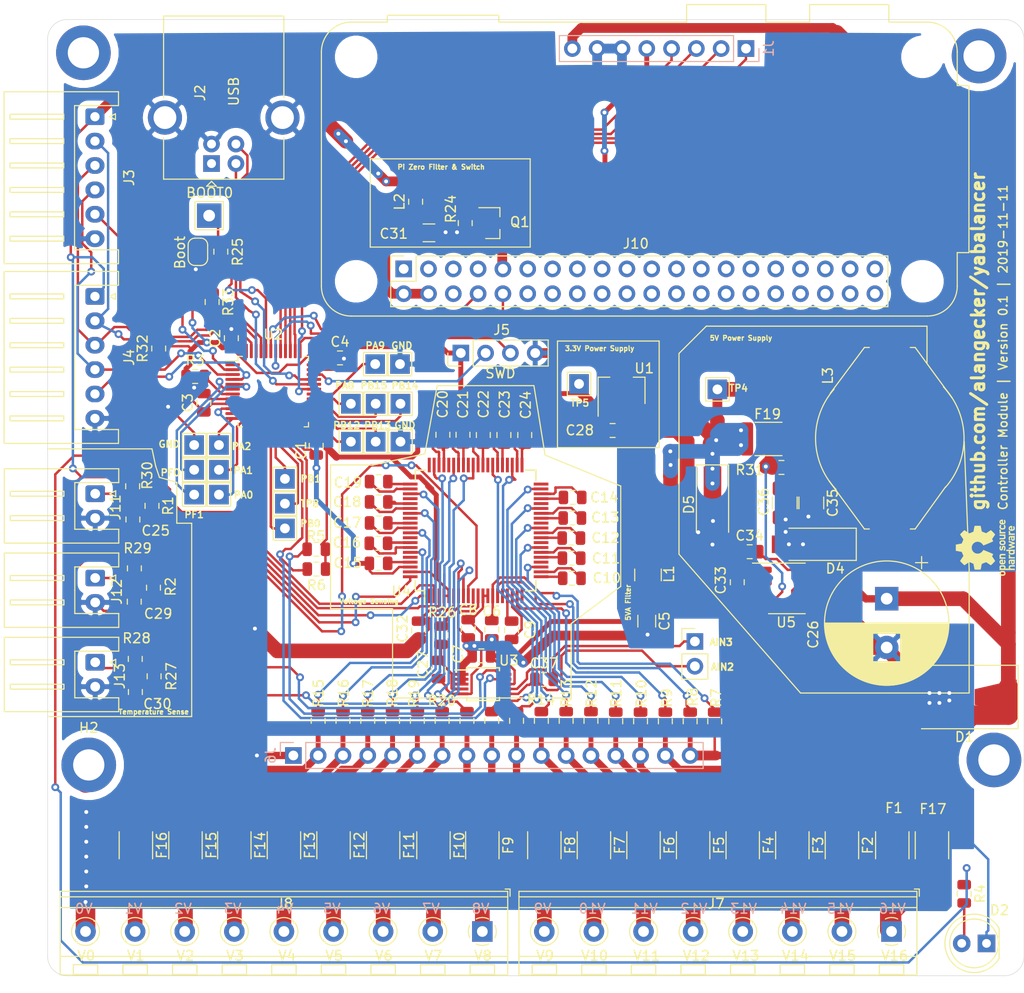
<source format=kicad_pcb>
(kicad_pcb (version 20171130) (host pcbnew 5.1.4)
  (layers (0 F.Cu signal) (31 B.Cu signal) (34 B.Paste user hide) (35 F.Paste user hide) (36 B.SilkS user) (37 F.SilkS user) (38 B.Mask user) (39 F.Mask user) (44 Edge.Cuts user))
  (net 0 "")
  (net 1 GND)
  (net 2 +5V)
  (net 3 "Net-(C6-Pad1)")
  (net 4 "Net-(C9-Pad2)")
  (net 5 "Net-(C9-Pad1)")
  (net 6 "Net-(C10-Pad2)")
  (net 7 "Net-(C11-Pad2)")
  (net 8 "Net-(C11-Pad1)")
  (net 9 "Net-(C12-Pad2)")
  (net 10 "Net-(C12-Pad1)")
  (net 11 "Net-(C13-Pad2)")
  (net 12 "Net-(C13-Pad1)")
  (net 13 "Net-(C14-Pad2)")
  (net 14 "Net-(C14-Pad1)")
  (net 15 "Net-(C15-Pad2)")
  (net 16 "Net-(C16-Pad2)")
  (net 17 "Net-(C16-Pad1)")
  (net 18 "Net-(C17-Pad2)")
  (net 19 "Net-(C17-Pad1)")
  (net 20 "Net-(C18-Pad2)")
  (net 21 "Net-(C18-Pad1)")
  (net 22 "Net-(C19-Pad2)")
  (net 23 "Net-(C19-Pad1)")
  (net 24 "Net-(D2-Pad2)")
  (net 25 "Net-(F1-Pad2)")
  (net 26 "Net-(F2-Pad2)")
  (net 27 /measurement/VC15)
  (net 28 "Net-(F3-Pad2)")
  (net 29 /measurement/VC14)
  (net 30 "Net-(F4-Pad2)")
  (net 31 /measurement/VC13)
  (net 32 "Net-(F5-Pad2)")
  (net 33 /measurement/VC12)
  (net 34 "Net-(F6-Pad2)")
  (net 35 /measurement/VC11)
  (net 36 "Net-(F7-Pad2)")
  (net 37 /measurement/VC10)
  (net 38 "Net-(F8-Pad2)")
  (net 39 /measurement/VC9)
  (net 40 "Net-(F9-Pad2)")
  (net 41 /measurement/VC8)
  (net 42 "Net-(F10-Pad2)")
  (net 43 /measurement/VC7)
  (net 44 "Net-(F11-Pad2)")
  (net 45 /measurement/VC6)
  (net 46 "Net-(F12-Pad2)")
  (net 47 /measurement/VC5)
  (net 48 "Net-(F13-Pad2)")
  (net 49 /measurement/VC4)
  (net 50 "Net-(F14-Pad2)")
  (net 51 /measurement/VC3)
  (net 52 "Net-(F15-Pad2)")
  (net 53 /measurement/VC2)
  (net 54 "Net-(F16-Pad2)")
  (net 55 /measurement/VC1)
  (net 56 /DSB)
  (net 57 /DSA)
  (net 58 Vin)
  (net 59 "Net-(J2-Pad1)")
  (net 60 /SWCLK)
  (net 61 /SWDIO)
  (net 62 +3V3)
  (net 63 /USB_DP)
  (net 64 /USB_DM)
  (net 65 "Net-(R3-Pad2)")
  (net 66 "Net-(R8-Pad1)")
  (net 67 "Net-(R9-Pad1)")
  (net 68 "Net-(R10-Pad1)")
  (net 69 "Net-(R11-Pad1)")
  (net 70 "Net-(R12-Pad1)")
  (net 71 "Net-(R15-Pad2)")
  (net 72 "Net-(R16-Pad2)")
  (net 73 "Net-(R17-Pad2)")
  (net 74 "Net-(R18-Pad2)")
  (net 75 "Net-(R19-Pad2)")
  (net 76 "Net-(R20-Pad2)")
  (net 77 "Net-(R21-Pad2)")
  (net 78 "Net-(TP2-Pad1)")
  (net 79 "Net-(TP3-Pad1)")
  (net 80 "Net-(TP8-Pad1)")
  (net 81 "Net-(TP13-Pad1)")
  (net 82 "Net-(TP14-Pad1)")
  (net 83 "Net-(TP15-Pad1)")
  (net 84 "Net-(TP16-Pad1)")
  (net 85 "Net-(TP17-Pad1)")
  (net 86 "Net-(TP18-Pad1)")
  (net 87 "Net-(TP19-Pad1)")
  (net 88 "Net-(TP21-Pad1)")
  (net 89 "Net-(TP22-Pad1)")
  (net 90 /measurement/SPI_SDI)
  (net 91 /measurement/SPI_SDO)
  (net 92 /measurement/SPI_SCLK)
  (net 93 /measurement/SPI_CS)
  (net 94 "Net-(U2-Pad1)")
  (net 95 /measurement/AOUT)
  (net 96 "Net-(U4-Pad76)")
  (net 97 "Net-(U4-Pad72)")
  (net 98 "Net-(U4-Pad68)")
  (net 99 "Net-(U4-Pad64)")
  (net 100 "Net-(U4-Pad60)")
  (net 101 "Net-(U4-Pad56)")
  (net 102 "Net-(U4-Pad52)")
  (net 103 "Net-(U4-Pad48)")
  (net 104 "Net-(U4-Pad44)")
  (net 105 "Net-(U4-Pad40)")
  (net 106 "Net-(U4-Pad36)")
  (net 107 "Net-(U4-Pad32)")
  (net 108 "Net-(U4-Pad28)")
  (net 109 "Net-(U4-Pad24)")
  (net 110 "Net-(U4-Pad20)")
  (net 111 "Net-(U4-Pad16)")
  (net 112 +5VA)
  (net 113 "Net-(C10-Pad1)")
  (net 114 "Net-(C20-Pad2)")
  (net 115 "Net-(C20-Pad1)")
  (net 116 "Net-(C21-Pad2)")
  (net 117 "Net-(C21-Pad1)")
  (net 118 "Net-(C22-Pad2)")
  (net 119 "Net-(C22-Pad1)")
  (net 120 "Net-(C23-Pad2)")
  (net 121 "Net-(C23-Pad1)")
  (net 122 "Net-(C24-Pad2)")
  (net 123 "Net-(C24-Pad1)")
  (net 124 /measurement/T1)
  (net 125 /measurement/T2)
  (net 126 /measurement/T3)
  (net 127 "Net-(R13-Pad1)")
  (net 128 "Net-(R14-Pad1)")
  (net 129 "Net-(R22-Pad2)")
  (net 130 "Net-(R23-Pad2)")
  (net 131 "Net-(J10-Pad40)")
  (net 132 "Net-(J10-Pad39)")
  (net 133 "Net-(J10-Pad26)")
  (net 134 "Net-(J10-Pad25)")
  (net 135 "Net-(J10-Pad22)")
  (net 136 "Net-(J10-Pad21)")
  (net 137 "Net-(J10-Pad30)")
  (net 138 "Net-(J10-Pad29)")
  (net 139 "Net-(J10-Pad7)")
  (net 140 "Net-(J10-Pad32)")
  (net 141 "Net-(J10-Pad31)")
  (net 142 "Net-(J10-Pad18)")
  (net 143 "Net-(J10-Pad17)")
  (net 144 "Net-(J10-Pad36)")
  (net 145 "Net-(J10-Pad35)")
  (net 146 "Net-(J10-Pad34)")
  (net 147 "Net-(J10-Pad33)")
  (net 148 "Net-(J10-Pad38)")
  (net 149 "Net-(J10-Pad37)")
  (net 150 "Net-(J10-Pad20)")
  (net 151 "Net-(J10-Pad19)")
  (net 152 "Net-(J10-Pad9)")
  (net 153 "Net-(J10-Pad14)")
  (net 154 "Net-(J10-Pad13)")
  (net 155 "Net-(J10-Pad28)")
  (net 156 "Net-(J10-Pad27)")
  (net 157 "Net-(J10-Pad12)")
  (net 158 "Net-(J10-Pad11)")
  (net 159 "Net-(J10-Pad24)")
  (net 160 "Net-(J10-Pad23)")
  (net 161 "Net-(J10-Pad1)")
  (net 162 "Net-(J10-Pad16)")
  (net 163 "Net-(J10-Pad15)")
  (net 164 /CS_A)
  (net 165 /CS_B)
  (net 166 /UART_RX)
  (net 167 /UART_TX)
  (net 168 "Net-(J10-Pad5)")
  (net 169 "Net-(J10-Pad3)")
  (net 170 "Net-(J10-Pad6)")
  (net 171 /PI_ON)
  (net 172 "Net-(C27-Pad1)")
  (net 173 "Net-(C31-Pad1)")
  (net 174 "Net-(PB0-Pad1)")
  (net 175 "Net-(PB1-Pad1)")
  (net 176 "Net-(JP2-Pad2)")
  (net 177 "Net-(C33-Pad1)")
  (net 178 "Net-(C34-Pad1)")
  (net 179 "Net-(C34-Pad2)")
  (net 180 "Net-(C35-Pad1)")
  (net 181 "Net-(F19-Pad1)")
  (net 182 "Net-(C37-Pad2)")
  (net 183 "Net-(C37-Pad1)")
  (net 184 /LED)
  (net 185 /measurement/T1f)
  (net 186 /measurement/T2f)
  (net 187 /measurement/T3f)
  (net 188 /measurement/VC16)
  (net 189 "Net-(H1-Pad1)")
  (net 190 "Net-(H2-Pad1)")
  (net 191 "Net-(H3-Pad1)")
  (net 192 "Net-(H4-Pad1)")
  (net 193 /EN_CHG)
  (net 194 /EN_DSGA)
  (net 195 /EN_DSGB)
  (net 196 /SDA2)
  (net 197 /SCL1)
  (net 198 /SCL2)
  (net 199 /SDA1)
  (module Diode_SMD:D_SMB-SMC_Universal_Handsoldering (layer F.Cu) (at 186.9698 115.2144 180)
    (fp_text reference D1 (at 0 -4.1) (layer F.SilkS))
    (fp_text value 68V)
    (pad 2 smd trapezoid (at 3.2 0) (size 4.3 2.6) (rect_delta 1 0) (layers F.Cu F.Paste F.Mask) (net 1 GND))
    (pad 1 smd trapezoid (at -3.2 0 180) (size 4.3 2.6) (rect_delta 1 0) (layers F.Cu F.Paste F.Mask) (net 58 Vin))
  )
  (module Symbol:OSHW-Logo_5.7x6mm_SilkScreen (layer F.Cu) (at 189.103 99.9236 90)
    (fp_text reference REF** hide)
    (fp_text value OSHW-Logo_5.7x6mm_SilkScreen hide)
  )
  (module Resistor_SMD:R_0805_2012Metric (layer F.Cu) (at 104.4448 79.502 90)
    (fp_text reference R32 (at 0 -1.65 90) (layer F.SilkS))
    (fp_text value 2k2)
    (pad 2 smd roundrect (at 0.9375 0 90) (size 0.975 1.4) (layers F.Cu F.Paste F.Mask) (net 197 /SCL1))
    (pad 1 smd roundrect (at -0.9375 0 90) (size 0.975 1.4) (layers F.Cu F.Paste F.Mask) (net 62 +3V3))
  )
  (module Connector_JST:JST_XH_S2B-XH-A_1x02_P2.50mm_Horizontal (layer F.Cu) (at 97.9424 103.0224 270)
    (fp_text reference J12 (at 1.397 -2.2098 90) (layer F.SilkS))
    (fp_text value T2)
    (pad 2 thru_hole oval (at 2.5 0 270) (size 1.7 2) (drill 1) (layers *.Cu *.Mask) (net 1 GND))
    (pad 1 thru_hole roundrect (at 0 0 270) (size 1.7 2) (drill 1) (layers *.Cu *.Mask) (roundrect_rratio 0.147059) (net 125 /measurement/T2))
  )
  (module Connector_JST:JST_XH_S2B-XH-A_1x02_P2.50mm_Horizontal (layer F.Cu) (at 97.9424 111.6584 270)
    (fp_text reference J13 (at 1.4224 -2.5146 90) (layer F.SilkS))
    (fp_text value T3)
    (pad 2 thru_hole oval (at 2.5 0 270) (size 1.7 2) (drill 1) (layers *.Cu *.Mask) (net 1 GND))
    (pad 1 thru_hole roundrect (at 0 0 270) (size 1.7 2) (drill 1) (layers *.Cu *.Mask) (roundrect_rratio 0.147059) (net 126 /measurement/T3))
  )
  (module Connector_JST:JST_XH_S2B-XH-A_1x02_P2.50mm_Horizontal (layer F.Cu) (at 97.9424 94.3864 270)
    (fp_text reference J11 (at 1.397 -2.0828 90) (layer F.SilkS))
    (fp_text value T1)
    (pad 2 thru_hole oval (at 2.5 0 270) (size 1.7 2) (drill 1) (layers *.Cu *.Mask) (net 1 GND))
    (pad 1 thru_hole roundrect (at 0 0 270) (size 1.7 2) (drill 1) (layers *.Cu *.Mask) (roundrect_rratio 0.147059) (net 124 /measurement/T1))
  )
  (module Package_SO:SOP-8_3.76x4.96mm_P1.27mm (layer F.Cu) (at 168.783 104.0892)
    (fp_text reference U5 (at -0.0762 3.4798) (layer F.SilkS))
    (fp_text value MAX5035BASA)
    (pad 8 smd roundrect (at 2.5375 -1.905) (size 1.975 0.65) (layers F.Cu F.Paste F.Mask) (net 179 "Net-(C34-Pad2)"))
    (pad 7 smd roundrect (at 2.5375 -0.635) (size 1.975 0.65) (layers F.Cu F.Paste F.Mask) (net 58 Vin))
    (pad 6 smd roundrect (at 2.5375 0.635) (size 1.975 0.65) (layers F.Cu F.Paste F.Mask) (net 1 GND))
    (pad 5 smd roundrect (at 2.5375 1.905) (size 1.975 0.65) (layers F.Cu F.Paste F.Mask) (net 58 Vin))
    (pad 4 smd roundrect (at -2.5375 1.905) (size 1.975 0.65) (layers F.Cu F.Paste F.Mask) (net 181 "Net-(F19-Pad1)"))
    (pad 3 smd roundrect (at -2.5375 0.635) (size 1.975 0.65) (layers F.Cu F.Paste F.Mask) (net 1 GND))
    (pad 2 smd roundrect (at -2.5375 -0.635) (size 1.975 0.65) (layers F.Cu F.Paste F.Mask) (net 177 "Net-(C33-Pad1)"))
    (pad 1 smd roundrect (at -2.5375 -1.905) (size 1.975 0.65) (layers F.Cu F.Paste F.Mask) (net 178 "Net-(C34-Pad1)"))
  )
  (module Package_SO:MSOP-10_3x3mm_P0.5mm (layer F.Cu) (at 137.668 113.8936)
    (fp_text reference U3 (at 2.6416 -2.413) (layer F.SilkS))
    (fp_text value ADS1115IDGS)
    (pad 10 smd rect (at 2.2 -1) (size 1.4 0.3) (layers F.Cu F.Paste F.Mask) (net 198 /SCL2))
    (pad 9 smd rect (at 2.2 -0.5) (size 1.4 0.3) (layers F.Cu F.Paste F.Mask) (net 196 /SDA2))
    (pad 8 smd rect (at 2.2 0) (size 1.4 0.3) (layers F.Cu F.Paste F.Mask) (net 112 +5VA))
    (pad 7 smd rect (at 2.2 0.5) (size 1.4 0.3) (layers F.Cu F.Paste F.Mask) (net 182 "Net-(C37-Pad2)"))
    (pad 6 smd rect (at 2.2 1) (size 1.4 0.3) (layers F.Cu F.Paste F.Mask) (net 183 "Net-(C37-Pad1)"))
    (pad 5 smd rect (at -2.2 1) (size 1.4 0.3) (layers F.Cu F.Paste F.Mask) (net 1 GND))
    (pad 4 smd rect (at -2.2 0.5) (size 1.4 0.3) (layers F.Cu F.Paste F.Mask) (net 172 "Net-(C27-Pad1)"))
    (pad 3 smd rect (at -2.2 0) (size 1.4 0.3) (layers F.Cu F.Paste F.Mask) (net 1 GND))
    (pad 2 smd rect (at -2.2 -0.5) (size 1.4 0.3) (layers F.Cu F.Paste F.Mask) (net 1 GND))
    (pad 1 smd rect (at -2.2 -1) (size 1.4 0.3) (layers F.Cu F.Paste F.Mask) (net 1 GND))
  )
  (module Inductor_SMD:L_0805_2012Metric_Pad1.15x1.40mm_HandSolder (layer F.Cu) (at 130.7592 64.4652 90)
    (fp_text reference L2 (at 0 -1.65 90) (layer F.SilkS))
    (fp_text value BLM21PG600SN1)
    (pad 2 smd roundrect (at 1.025 0 90) (size 1.15 1.4) (layers F.Cu F.Paste F.Mask) (roundrect_rratio 0.217391) (net 2 +5V))
    (pad 1 smd roundrect (at -1.025 0 90) (size 1.15 1.4) (layers F.Cu F.Paste F.Mask) (roundrect_rratio 0.217391) (net 173 "Net-(C31-Pad1)"))
  )
  (module Resistor_SMD:R_1812_4532Metric_Pad1.30x3.40mm_HandSolder (layer F.Cu) (at 166.899 88.773 180)
    (fp_text reference F19 (at 0.0972 2.54) (layer F.SilkS))
    (fp_text value 1A)
    (pad 2 smd roundrect (at 2.225 0 180) (size 1.3 3.4) (layers F.Cu F.Paste F.Mask) (roundrect_rratio 0.192308) (net 2 +5V))
    (pad 1 smd roundrect (at -2.225 0 180) (size 1.3 3.4) (layers F.Cu F.Paste F.Mask) (roundrect_rratio 0.192308) (net 181 "Net-(F19-Pad1)"))
  )
  (module Resistor_SMD:R_1812_4532Metric_Pad1.30x3.40mm_HandSolder (layer F.Cu) (at 183.642 130.408 270)
    (fp_text reference F17 (at -3.7128 -0.1016 180) (layer F.SilkS))
    (fp_text value 1A)
    (pad 2 smd roundrect (at 2.225 0 270) (size 1.3 3.4) (layers F.Cu F.Paste F.Mask) (roundrect_rratio 0.192308) (net 25 "Net-(F1-Pad2)"))
    (pad 1 smd roundrect (at -2.225 0 270) (size 1.3 3.4) (layers F.Cu F.Paste F.Mask) (roundrect_rratio 0.192308) (net 58 Vin))
  )
  (module Resistor_SMD:R_1812_4532Metric_Pad1.30x3.40mm_HandSolder (layer F.Cu) (at 102.108 130.408 270)
    (fp_text reference F16 (at 0 -2.65 90) (layer F.SilkS))
    (fp_text value 2A)
    (pad 2 smd roundrect (at 2.225 0 270) (size 1.3 3.4) (layers F.Cu F.Paste F.Mask) (roundrect_rratio 0.192308) (net 54 "Net-(F16-Pad2)"))
    (pad 1 smd roundrect (at -2.225 0 270) (size 1.3 3.4) (layers F.Cu F.Paste F.Mask) (roundrect_rratio 0.192308) (net 55 /measurement/VC1))
  )
  (module Resistor_SMD:R_1812_4532Metric_Pad1.30x3.40mm_HandSolder (layer F.Cu) (at 107.188 130.408 270)
    (fp_text reference F15 (at 0 -2.65 90) (layer F.SilkS))
    (fp_text value 2A)
    (pad 2 smd roundrect (at 2.225 0 270) (size 1.3 3.4) (layers F.Cu F.Paste F.Mask) (roundrect_rratio 0.192308) (net 52 "Net-(F15-Pad2)"))
    (pad 1 smd roundrect (at -2.225 0 270) (size 1.3 3.4) (layers F.Cu F.Paste F.Mask) (roundrect_rratio 0.192308) (net 53 /measurement/VC2))
  )
  (module Resistor_SMD:R_1812_4532Metric_Pad1.30x3.40mm_HandSolder (layer F.Cu) (at 112.1918 130.408 270)
    (fp_text reference F14 (at 0 -2.65 90) (layer F.SilkS))
    (fp_text value 2A)
    (pad 2 smd roundrect (at 2.225 0 270) (size 1.3 3.4) (layers F.Cu F.Paste F.Mask) (roundrect_rratio 0.192308) (net 50 "Net-(F14-Pad2)"))
    (pad 1 smd roundrect (at -2.225 0 270) (size 1.3 3.4) (layers F.Cu F.Paste F.Mask) (roundrect_rratio 0.192308) (net 51 /measurement/VC3))
  )
  (module Resistor_SMD:R_1812_4532Metric_Pad1.30x3.40mm_HandSolder (layer F.Cu) (at 117.2718 130.408 270)
    (fp_text reference F13 (at 0 -2.65 90) (layer F.SilkS))
    (fp_text value 2A)
    (pad 2 smd roundrect (at 2.225 0 270) (size 1.3 3.4) (layers F.Cu F.Paste F.Mask) (roundrect_rratio 0.192308) (net 48 "Net-(F13-Pad2)"))
    (pad 1 smd roundrect (at -2.225 0 270) (size 1.3 3.4) (layers F.Cu F.Paste F.Mask) (roundrect_rratio 0.192308) (net 49 /measurement/VC4))
  )
  (module Resistor_SMD:R_1812_4532Metric_Pad1.30x3.40mm_HandSolder (layer F.Cu) (at 122.3518 130.408 270)
    (fp_text reference F12 (at 0 -2.65 90) (layer F.SilkS))
    (fp_text value 2A)
    (pad 2 smd roundrect (at 2.225 0 270) (size 1.3 3.4) (layers F.Cu F.Paste F.Mask) (roundrect_rratio 0.192308) (net 46 "Net-(F12-Pad2)"))
    (pad 1 smd roundrect (at -2.225 0 270) (size 1.3 3.4) (layers F.Cu F.Paste F.Mask) (roundrect_rratio 0.192308) (net 47 /measurement/VC5))
  )
  (module Resistor_SMD:R_1812_4532Metric_Pad1.30x3.40mm_HandSolder (layer F.Cu) (at 127.4318 130.408 270)
    (fp_text reference F11 (at 0 -2.65 90) (layer F.SilkS))
    (fp_text value 2A)
    (pad 2 smd roundrect (at 2.225 0 270) (size 1.3 3.4) (layers F.Cu F.Paste F.Mask) (roundrect_rratio 0.192308) (net 44 "Net-(F11-Pad2)"))
    (pad 1 smd roundrect (at -2.225 0 270) (size 1.3 3.4) (layers F.Cu F.Paste F.Mask) (roundrect_rratio 0.192308) (net 45 /measurement/VC6))
  )
  (module Resistor_SMD:R_1812_4532Metric_Pad1.30x3.40mm_HandSolder (layer F.Cu) (at 132.588 130.408 270)
    (fp_text reference F10 (at 0 -2.65 90) (layer F.SilkS))
    (fp_text value 2A)
    (pad 2 smd roundrect (at 2.225 0 270) (size 1.3 3.4) (layers F.Cu F.Paste F.Mask) (roundrect_rratio 0.192308) (net 42 "Net-(F10-Pad2)"))
    (pad 1 smd roundrect (at -2.225 0 270) (size 1.3 3.4) (layers F.Cu F.Paste F.Mask) (roundrect_rratio 0.192308) (net 43 /measurement/VC7))
  )
  (module Resistor_SMD:R_1812_4532Metric_Pad1.30x3.40mm_HandSolder (layer F.Cu) (at 137.5918 130.408 270)
    (fp_text reference F9 (at 0 -2.65 90) (layer F.SilkS))
    (fp_text value 2A)
    (pad 2 smd roundrect (at 2.225 0 270) (size 1.3 3.4) (layers F.Cu F.Paste F.Mask) (roundrect_rratio 0.192308) (net 40 "Net-(F9-Pad2)"))
    (pad 1 smd roundrect (at -2.225 0 270) (size 1.3 3.4) (layers F.Cu F.Paste F.Mask) (roundrect_rratio 0.192308) (net 41 /measurement/VC8))
  )
  (module Resistor_SMD:R_1812_4532Metric_Pad1.30x3.40mm_HandSolder (layer F.Cu) (at 143.9418 130.408 270)
    (fp_text reference F8 (at 0 -2.65 90) (layer F.SilkS))
    (fp_text value 2A)
    (pad 2 smd roundrect (at 2.225 0 270) (size 1.3 3.4) (layers F.Cu F.Paste F.Mask) (roundrect_rratio 0.192308) (net 38 "Net-(F8-Pad2)"))
    (pad 1 smd roundrect (at -2.225 0 270) (size 1.3 3.4) (layers F.Cu F.Paste F.Mask) (roundrect_rratio 0.192308) (net 39 /measurement/VC9))
  )
  (module Resistor_SMD:R_1812_4532Metric_Pad1.30x3.40mm_HandSolder (layer F.Cu) (at 149.0218 130.408 270)
    (fp_text reference F7 (at 0 -2.65 90) (layer F.SilkS))
    (fp_text value 2A)
    (pad 2 smd roundrect (at 2.225 0 270) (size 1.3 3.4) (layers F.Cu F.Paste F.Mask) (roundrect_rratio 0.192308) (net 36 "Net-(F7-Pad2)"))
    (pad 1 smd roundrect (at -2.225 0 270) (size 1.3 3.4) (layers F.Cu F.Paste F.Mask) (roundrect_rratio 0.192308) (net 37 /measurement/VC10))
  )
  (module Resistor_SMD:R_1812_4532Metric_Pad1.30x3.40mm_HandSolder (layer F.Cu) (at 154.1018 130.408 270)
    (fp_text reference F6 (at 0 -2.65 90) (layer F.SilkS))
    (fp_text value 2A)
    (pad 2 smd roundrect (at 2.225 0 270) (size 1.3 3.4) (layers F.Cu F.Paste F.Mask) (roundrect_rratio 0.192308) (net 34 "Net-(F6-Pad2)"))
    (pad 1 smd roundrect (at -2.225 0 270) (size 1.3 3.4) (layers F.Cu F.Paste F.Mask) (roundrect_rratio 0.192308) (net 35 /measurement/VC11))
  )
  (module Resistor_SMD:R_1812_4532Metric_Pad1.30x3.40mm_HandSolder (layer F.Cu) (at 159.1818 130.408 270)
    (fp_text reference F5 (at 0 -2.65 90) (layer F.SilkS))
    (fp_text value 2A)
    (pad 2 smd roundrect (at 2.225 0 270) (size 1.3 3.4) (layers F.Cu F.Paste F.Mask) (roundrect_rratio 0.192308) (net 32 "Net-(F5-Pad2)"))
    (pad 1 smd roundrect (at -2.225 0 270) (size 1.3 3.4) (layers F.Cu F.Paste F.Mask) (roundrect_rratio 0.192308) (net 33 /measurement/VC12))
  )
  (module Resistor_SMD:R_1812_4532Metric_Pad1.30x3.40mm_HandSolder (layer F.Cu) (at 164.2618 130.408 270)
    (fp_text reference F4 (at 0 -2.65 90) (layer F.SilkS))
    (fp_text value 2A)
    (pad 2 smd roundrect (at 2.225 0 270) (size 1.3 3.4) (layers F.Cu F.Paste F.Mask) (roundrect_rratio 0.192308) (net 30 "Net-(F4-Pad2)"))
    (pad 1 smd roundrect (at -2.225 0 270) (size 1.3 3.4) (layers F.Cu F.Paste F.Mask) (roundrect_rratio 0.192308) (net 31 /measurement/VC13))
  )
  (module Resistor_SMD:R_1812_4532Metric_Pad1.30x3.40mm_HandSolder (layer F.Cu) (at 169.3418 130.408 270)
    (fp_text reference F3 (at 0 -2.65 90) (layer F.SilkS))
    (fp_text value 2A)
    (pad 2 smd roundrect (at 2.225 0 270) (size 1.3 3.4) (layers F.Cu F.Paste F.Mask) (roundrect_rratio 0.192308) (net 28 "Net-(F3-Pad2)"))
    (pad 1 smd roundrect (at -2.225 0 270) (size 1.3 3.4) (layers F.Cu F.Paste F.Mask) (roundrect_rratio 0.192308) (net 29 /measurement/VC14))
  )
  (module Resistor_SMD:R_1812_4532Metric_Pad1.30x3.40mm_HandSolder (layer F.Cu) (at 174.4218 130.408 270)
    (fp_text reference F2 (at 0 -2.65 90) (layer F.SilkS))
    (fp_text value 2A)
    (pad 2 smd roundrect (at 2.225 0 270) (size 1.3 3.4) (layers F.Cu F.Paste F.Mask) (roundrect_rratio 0.192308) (net 26 "Net-(F2-Pad2)"))
    (pad 1 smd roundrect (at -2.225 0 270) (size 1.3 3.4) (layers F.Cu F.Paste F.Mask) (roundrect_rratio 0.192308) (net 27 /measurement/VC15))
  )
  (module Resistor_SMD:R_1812_4532Metric_Pad1.30x3.40mm_HandSolder (layer F.Cu) (at 179.578 130.408 270)
    (fp_text reference F1 (at -3.8144 -0.1778 180) (layer F.SilkS))
    (fp_text value 2A)
    (pad 2 smd roundrect (at 2.225 0 270) (size 1.3 3.4) (layers F.Cu F.Paste F.Mask) (roundrect_rratio 0.192308) (net 25 "Net-(F1-Pad2)"))
    (pad 1 smd roundrect (at -2.225 0 270) (size 1.3 3.4) (layers F.Cu F.Paste F.Mask) (roundrect_rratio 0.192308) (net 188 /measurement/VC16))
  )
  (module Capacitor_SMD:C_1210_3225Metric_Pad1.42x2.65mm_HandSolder (layer F.Cu) (at 168.656 95.3262 270)
    (fp_text reference C36 (at -0.1016 2.2606 90) (layer F.SilkS))
    (fp_text value 22u)
    (pad 2 smd roundrect (at 1.4875 0 270) (size 1.425 2.65) (layers F.Cu F.Paste F.Mask) (roundrect_rratio 0.175439) (net 1 GND))
    (pad 1 smd roundrect (at -1.4875 0 270) (size 1.425 2.65) (layers F.Cu F.Paste F.Mask) (roundrect_rratio 0.175439) (net 180 "Net-(C35-Pad1)"))
  )
  (module Capacitor_SMD:C_1210_3225Metric_Pad1.42x2.65mm_HandSolder (layer F.Cu) (at 171.196 95.3262 270)
    (fp_text reference C35 (at 0 -2.28 90) (layer F.SilkS))
    (fp_text value 22u)
    (pad 2 smd roundrect (at 1.4875 0 270) (size 1.425 2.65) (layers F.Cu F.Paste F.Mask) (roundrect_rratio 0.175439) (net 1 GND))
    (pad 1 smd roundrect (at -1.4875 0 270) (size 1.425 2.65) (layers F.Cu F.Paste F.Mask) (roundrect_rratio 0.175439) (net 180 "Net-(C35-Pad1)"))
  )
  (module Resistor_SMD:R_0805_2012Metric (layer F.Cu) (at 109.9185 74.7395 270)
    (fp_text reference R33 (at 0 -1.65 90) (layer F.SilkS))
    (fp_text value 2k2)
    (pad 2 smd roundrect (at 0.9375 0 270) (size 0.975 1.4) (layers F.Cu F.Paste F.Mask) (net 199 /SDA1))
    (pad 1 smd roundrect (at -0.9375 0 270) (size 0.975 1.4) (layers F.Cu F.Paste F.Mask) (net 62 +3V3))
  )
  (module Resistor_SMD:R_0805_2012Metric (layer F.Cu) (at 120.6015 102.108 180)
    (fp_text reference R6 (at 0 -1.65) (layer F.SilkS))
    (fp_text value 2k2)
    (pad 2 smd roundrect (at 0.9375 0 180) (size 0.975 1.4) (layers F.Cu F.Paste F.Mask) (net 196 /SDA2))
    (pad 1 smd roundrect (at -0.9375 0 180) (size 0.975 1.4) (layers F.Cu F.Paste F.Mask) (net 62 +3V3))
  )
  (module Resistor_SMD:R_0805_2012Metric (layer F.Cu) (at 120.5865 100.076 180)
    (fp_text reference R5 (at 0.0381 1.3462) (layer F.SilkS))
    (fp_text value 2k2)
    (pad 2 smd roundrect (at 0.9375 0 180) (size 0.975 1.4) (layers F.Cu F.Paste F.Mask) (net 198 /SCL2))
    (pad 1 smd roundrect (at -0.9375 0 180) (size 0.975 1.4) (layers F.Cu F.Paste F.Mask) (net 62 +3V3))
  )
  (module Connector_JST:JST_XH_S6B-XH-A_1x06_P2.50mm_Horizontal (layer F.Cu) (at 97.917 74.168 270)
    (fp_text reference J4 (at 6.25 -3.5 90) (layer F.SilkS))
    (fp_text value ShuntBoard)
    (pad 6 thru_hole oval (at 12.5 0 270) (size 1.7 1.95) (drill 0.95) (layers *.Cu *.Mask) (net 1 GND))
    (pad 5 thru_hole oval (at 10 0 270) (size 1.7 1.95) (drill 0.95) (layers *.Cu *.Mask) (net 195 /EN_DSGB))
    (pad 4 thru_hole oval (at 7.5 0 270) (size 1.7 1.95) (drill 0.95) (layers *.Cu *.Mask) (net 193 /EN_CHG))
    (pad 3 thru_hole oval (at 5 0 270) (size 1.7 1.95) (drill 0.95) (layers *.Cu *.Mask) (net 199 /SDA1))
    (pad 2 thru_hole oval (at 2.5 0 270) (size 1.7 1.95) (drill 0.95) (layers *.Cu *.Mask) (net 197 /SCL1))
    (pad 1 thru_hole roundrect (at 0 0 270) (size 1.7 1.95) (drill 0.95) (layers *.Cu *.Mask) (roundrect_rratio 0.147059) (net 2 +5V))
  )
  (module Connector_JST:JST_XH_S6B-XH-A_1x06_P2.50mm_Horizontal (layer F.Cu) (at 97.917 55.753 270)
    (fp_text reference J3 (at 6.25 -3.5 90) (layer F.SilkS))
    (fp_text value ShuntBoard)
    (pad 6 thru_hole oval (at 12.5 0 270) (size 1.7 1.95) (drill 0.95) (layers *.Cu *.Mask) (net 1 GND))
    (pad 5 thru_hole oval (at 10 0 270) (size 1.7 1.95) (drill 0.95) (layers *.Cu *.Mask) (net 194 /EN_DSGA))
    (pad 4 thru_hole oval (at 7.5 0 270) (size 1.7 1.95) (drill 0.95) (layers *.Cu *.Mask) (net 193 /EN_CHG))
    (pad 3 thru_hole oval (at 5 0 270) (size 1.7 1.95) (drill 0.95) (layers *.Cu *.Mask) (net 199 /SDA1))
    (pad 2 thru_hole oval (at 2.5 0 270) (size 1.7 1.95) (drill 0.95) (layers *.Cu *.Mask) (net 197 /SCL1))
    (pad 1 thru_hole roundrect (at 0 0 270) (size 1.7 1.95) (drill 0.95) (layers *.Cu *.Mask) (roundrect_rratio 0.147059) (net 2 +5V))
  )
  (module Capacitor_SMD:C_0805_2012Metric (layer F.Cu) (at 164.973 100.33)
    (fp_text reference C34 (at 0 -1.65) (layer F.SilkS))
    (fp_text value 100nF)
    (pad 2 smd roundrect (at 0.9375 0) (size 0.975 1.4) (layers F.Cu F.Paste F.Mask) (net 179 "Net-(C34-Pad2)"))
    (pad 1 smd roundrect (at -0.9375 0) (size 0.975 1.4) (layers F.Cu F.Paste F.Mask) (net 178 "Net-(C34-Pad1)"))
  )
  (module Capacitor_SMD:C_0805_2012Metric (layer F.Cu) (at 163.703 103.4542 270)
    (fp_text reference C33 (at -0.2032 1.7018 90) (layer F.SilkS))
    (fp_text value 100nF)
    (pad 2 smd roundrect (at 0.9375 0 270) (size 0.975 1.4) (layers F.Cu F.Paste F.Mask) (net 1 GND))
    (pad 1 smd roundrect (at -0.9375 0 270) (size 0.975 1.4) (layers F.Cu F.Paste F.Mask) (net 177 "Net-(C33-Pad1)"))
  )
  (module MountingHole:MountingHole_3.2mm_M3_DIN965_Pad (layer F.Cu) (at 189.992 121.666)
    (fp_text reference H4 hide)
    (fp_text value MountingHole)
    (pad 1 thru_hole circle (at 0 0) (size 5.6 5.6) (drill 3.2) (layers *.Cu *.Mask) (net 192 "Net-(H4-Pad1)"))
  )
  (module MountingHole:MountingHole_3.2mm_M3_DIN965_Pad (layer F.Cu) (at 188.468 49.53)
    (fp_text reference H3 hide)
    (fp_text value MountingHole)
    (pad 1 thru_hole circle (at 0 0) (size 5.6 5.6) (drill 3.2) (layers *.Cu *.Mask) (net 191 "Net-(H3-Pad1)"))
  )
  (module MountingHole:MountingHole_3.2mm_M3_DIN965_Pad (layer F.Cu) (at 97.282 122.174)
    (fp_text reference H2 (at 0 -3.8) (layer F.SilkS))
    (fp_text value MountingHole)
    (pad 1 thru_hole circle (at 0 0) (size 5.6 5.6) (drill 3.2) (layers *.Cu *.Mask) (net 190 "Net-(H2-Pad1)"))
  )
  (module MountingHole:MountingHole_3.2mm_M3_DIN965_Pad (layer F.Cu) (at 96.7359 49.20234)
    (fp_text reference H1 hide)
    (fp_text value MountingHole)
    (pad 1 thru_hole circle (at 0 0) (size 5.6 5.6) (drill 3.2) (layers *.Cu *.Mask) (net 189 "Net-(H1-Pad1)"))
  )
  (module Capacitor_THT:CP_Radial_D12.5mm_P5.00mm (layer F.Cu) (at 179.0065 105.1433 270)
    (fp_text reference C26 (at 3.6703 7.5311 90) (layer F.SilkS))
    (fp_text value "68u 100V")
    (pad 2 thru_hole circle (at 5 0 270) (size 2.4 2.4) (drill 1.2) (layers *.Cu *.Mask) (net 1 GND))
    (pad 1 thru_hole rect (at 0 0 270) (size 2.4 2.4) (drill 1.2) (layers *.Cu *.Mask) (net 58 Vin))
  )
  (module Capacitor_SMD:C_0805_2012Metric (layer F.Cu) (at 136.144 108.2271 270)
    (fp_text reference C8 (at -1.9281 0 180) (layer F.SilkS))
    (fp_text value 1uF)
    (pad 2 smd roundrect (at 0.9375 0 270) (size 0.975 1.4) (layers F.Cu F.Paste F.Mask) (net 1 GND))
    (pad 1 smd roundrect (at -0.9375 0 270) (size 0.975 1.4) (layers F.Cu F.Paste F.Mask) (net 112 +5VA))
  )
  (module Package_QFP:TQFP-80_12x12mm_P0.5mm (layer F.Cu) (at 136.906 98.1456 90)
    (fp_text reference U4 (at -6.2484 -7.62 180) (layer F.SilkS))
    (fp_text value MAX14921ECS+T)
    (pad 80 smd rect (at -4.75 -6.7 180) (size 1.5 0.3) (layers F.Cu F.Paste F.Mask) (net 93 /measurement/SPI_CS))
    (pad 79 smd rect (at -4.25 -6.7 180) (size 1.5 0.3) (layers F.Cu F.Paste F.Mask) (net 62 +3V3))
    (pad 78 smd rect (at -3.75 -6.7 180) (size 1.5 0.3) (layers F.Cu F.Paste F.Mask) (net 1 GND))
    (pad 77 smd rect (at -3.25 -6.7 180) (size 1.5 0.3) (layers F.Cu F.Paste F.Mask) (net 15 "Net-(C15-Pad2)"))
    (pad 76 smd rect (at -2.75 -6.7 180) (size 1.5 0.3) (layers F.Cu F.Paste F.Mask) (net 96 "Net-(U4-Pad76)"))
    (pad 75 smd rect (at -2.25 -6.7 180) (size 1.5 0.3) (layers F.Cu F.Paste F.Mask) (net 71 "Net-(R15-Pad2)"))
    (pad 74 smd rect (at -1.75 -6.7 180) (size 1.5 0.3) (layers F.Cu F.Paste F.Mask) (net 16 "Net-(C16-Pad2)"))
    (pad 73 smd rect (at -1.25 -6.7 180) (size 1.5 0.3) (layers F.Cu F.Paste F.Mask) (net 17 "Net-(C16-Pad1)"))
    (pad 72 smd rect (at -0.75 -6.7 180) (size 1.5 0.3) (layers F.Cu F.Paste F.Mask) (net 97 "Net-(U4-Pad72)"))
    (pad 71 smd rect (at -0.25 -6.7 180) (size 1.5 0.3) (layers F.Cu F.Paste F.Mask) (net 72 "Net-(R16-Pad2)"))
    (pad 70 smd rect (at 0.25 -6.7 180) (size 1.5 0.3) (layers F.Cu F.Paste F.Mask) (net 18 "Net-(C17-Pad2)"))
    (pad 69 smd rect (at 0.75 -6.7 180) (size 1.5 0.3) (layers F.Cu F.Paste F.Mask) (net 19 "Net-(C17-Pad1)"))
    (pad 68 smd rect (at 1.25 -6.7 180) (size 1.5 0.3) (layers F.Cu F.Paste F.Mask) (net 98 "Net-(U4-Pad68)"))
    (pad 67 smd rect (at 1.75 -6.7 180) (size 1.5 0.3) (layers F.Cu F.Paste F.Mask) (net 73 "Net-(R17-Pad2)"))
    (pad 66 smd rect (at 2.25 -6.7 180) (size 1.5 0.3) (layers F.Cu F.Paste F.Mask) (net 20 "Net-(C18-Pad2)"))
    (pad 65 smd rect (at 2.75 -6.7 180) (size 1.5 0.3) (layers F.Cu F.Paste F.Mask) (net 21 "Net-(C18-Pad1)"))
    (pad 64 smd rect (at 3.25 -6.7 180) (size 1.5 0.3) (layers F.Cu F.Paste F.Mask) (net 99 "Net-(U4-Pad64)"))
    (pad 63 smd rect (at 3.75 -6.7 180) (size 1.5 0.3) (layers F.Cu F.Paste F.Mask) (net 74 "Net-(R18-Pad2)"))
    (pad 62 smd rect (at 4.25 -6.7 180) (size 1.5 0.3) (layers F.Cu F.Paste F.Mask) (net 22 "Net-(C19-Pad2)"))
    (pad 61 smd rect (at 4.75 -6.7 180) (size 1.5 0.3) (layers F.Cu F.Paste F.Mask) (net 23 "Net-(C19-Pad1)"))
    (pad 60 smd rect (at 6.7 -4.75 90) (size 1.5 0.3) (layers F.Cu F.Paste F.Mask) (net 100 "Net-(U4-Pad60)"))
    (pad 59 smd rect (at 6.7 -4.25 90) (size 1.5 0.3) (layers F.Cu F.Paste F.Mask) (net 75 "Net-(R19-Pad2)"))
    (pad 58 smd rect (at 6.7 -3.75 90) (size 1.5 0.3) (layers F.Cu F.Paste F.Mask) (net 114 "Net-(C20-Pad2)"))
    (pad 57 smd rect (at 6.7 -3.25 90) (size 1.5 0.3) (layers F.Cu F.Paste F.Mask) (net 115 "Net-(C20-Pad1)"))
    (pad 56 smd rect (at 6.7 -2.75 90) (size 1.5 0.3) (layers F.Cu F.Paste F.Mask) (net 101 "Net-(U4-Pad56)"))
    (pad 55 smd rect (at 6.7 -2.25 90) (size 1.5 0.3) (layers F.Cu F.Paste F.Mask) (net 76 "Net-(R20-Pad2)"))
    (pad 54 smd rect (at 6.7 -1.75 90) (size 1.5 0.3) (layers F.Cu F.Paste F.Mask) (net 116 "Net-(C21-Pad2)"))
    (pad 53 smd rect (at 6.7 -1.25 90) (size 1.5 0.3) (layers F.Cu F.Paste F.Mask) (net 117 "Net-(C21-Pad1)"))
    (pad 52 smd rect (at 6.7 -0.75 90) (size 1.5 0.3) (layers F.Cu F.Paste F.Mask) (net 102 "Net-(U4-Pad52)"))
    (pad 51 smd rect (at 6.7 -0.25 90) (size 1.5 0.3) (layers F.Cu F.Paste F.Mask) (net 77 "Net-(R21-Pad2)"))
    (pad 50 smd rect (at 6.7 0.25 90) (size 1.5 0.3) (layers F.Cu F.Paste F.Mask) (net 118 "Net-(C22-Pad2)"))
    (pad 49 smd rect (at 6.7 0.75 90) (size 1.5 0.3) (layers F.Cu F.Paste F.Mask) (net 119 "Net-(C22-Pad1)"))
    (pad 48 smd rect (at 6.7 1.25 90) (size 1.5 0.3) (layers F.Cu F.Paste F.Mask) (net 103 "Net-(U4-Pad48)"))
    (pad 47 smd rect (at 6.7 1.75 90) (size 1.5 0.3) (layers F.Cu F.Paste F.Mask) (net 129 "Net-(R22-Pad2)"))
    (pad 46 smd rect (at 6.7 2.25 90) (size 1.5 0.3) (layers F.Cu F.Paste F.Mask) (net 120 "Net-(C23-Pad2)"))
    (pad 45 smd rect (at 6.7 2.75 90) (size 1.5 0.3) (layers F.Cu F.Paste F.Mask) (net 121 "Net-(C23-Pad1)"))
    (pad 44 smd rect (at 6.7 3.25 90) (size 1.5 0.3) (layers F.Cu F.Paste F.Mask) (net 104 "Net-(U4-Pad44)"))
    (pad 43 smd rect (at 6.7 3.75 90) (size 1.5 0.3) (layers F.Cu F.Paste F.Mask) (net 130 "Net-(R23-Pad2)"))
    (pad 42 smd rect (at 6.7 4.25 90) (size 1.5 0.3) (layers F.Cu F.Paste F.Mask) (net 122 "Net-(C24-Pad2)"))
    (pad 41 smd rect (at 6.7 4.75 90) (size 1.5 0.3) (layers F.Cu F.Paste F.Mask) (net 123 "Net-(C24-Pad1)"))
    (pad 40 smd rect (at 4.75 6.7 180) (size 1.5 0.3) (layers F.Cu F.Paste F.Mask) (net 105 "Net-(U4-Pad40)"))
    (pad 39 smd rect (at 4.25 6.7 180) (size 1.5 0.3) (layers F.Cu F.Paste F.Mask) (net 128 "Net-(R14-Pad1)"))
    (pad 38 smd rect (at 3.75 6.7 180) (size 1.5 0.3) (layers F.Cu F.Paste F.Mask) (net 13 "Net-(C14-Pad2)"))
    (pad 37 smd rect (at 3.25 6.7 180) (size 1.5 0.3) (layers F.Cu F.Paste F.Mask) (net 14 "Net-(C14-Pad1)"))
    (pad 36 smd rect (at 2.75 6.7 180) (size 1.5 0.3) (layers F.Cu F.Paste F.Mask) (net 106 "Net-(U4-Pad36)"))
    (pad 35 smd rect (at 2.25 6.7 180) (size 1.5 0.3) (layers F.Cu F.Paste F.Mask) (net 127 "Net-(R13-Pad1)"))
    (pad 34 smd rect (at 1.75 6.7 180) (size 1.5 0.3) (layers F.Cu F.Paste F.Mask) (net 11 "Net-(C13-Pad2)"))
    (pad 33 smd rect (at 1.25 6.7 180) (size 1.5 0.3) (layers F.Cu F.Paste F.Mask) (net 12 "Net-(C13-Pad1)"))
    (pad 32 smd rect (at 0.75 6.7 180) (size 1.5 0.3) (layers F.Cu F.Paste F.Mask) (net 107 "Net-(U4-Pad32)"))
    (pad 31 smd rect (at 0.25 6.7 180) (size 1.5 0.3) (layers F.Cu F.Paste F.Mask) (net 70 "Net-(R12-Pad1)"))
    (pad 30 smd rect (at -0.25 6.7 180) (size 1.5 0.3) (layers F.Cu F.Paste F.Mask) (net 9 "Net-(C12-Pad2)"))
    (pad 29 smd rect (at -0.75 6.7 180) (size 1.5 0.3) (layers F.Cu F.Paste F.Mask) (net 10 "Net-(C12-Pad1)"))
    (pad 28 smd rect (at -1.25 6.7 180) (size 1.5 0.3) (layers F.Cu F.Paste F.Mask) (net 108 "Net-(U4-Pad28)"))
    (pad 27 smd rect (at -1.75 6.7 180) (size 1.5 0.3) (layers F.Cu F.Paste F.Mask) (net 69 "Net-(R11-Pad1)"))
    (pad 26 smd rect (at -2.25 6.7 180) (size 1.5 0.3) (layers F.Cu F.Paste F.Mask) (net 7 "Net-(C11-Pad2)"))
    (pad 25 smd rect (at -2.75 6.7 180) (size 1.5 0.3) (layers F.Cu F.Paste F.Mask) (net 8 "Net-(C11-Pad1)"))
    (pad 24 smd rect (at -3.25 6.7 180) (size 1.5 0.3) (layers F.Cu F.Paste F.Mask) (net 109 "Net-(U4-Pad24)"))
    (pad 23 smd rect (at -3.75 6.7 180) (size 1.5 0.3) (layers F.Cu F.Paste F.Mask) (net 68 "Net-(R10-Pad1)"))
    (pad 22 smd rect (at -4.25 6.7 180) (size 1.5 0.3) (layers F.Cu F.Paste F.Mask) (net 6 "Net-(C10-Pad2)"))
    (pad 21 smd rect (at -4.75 6.7 180) (size 1.5 0.3) (layers F.Cu F.Paste F.Mask) (net 113 "Net-(C10-Pad1)"))
    (pad 20 smd rect (at -6.7 4.75 90) (size 1.5 0.3) (layers F.Cu F.Paste F.Mask) (net 110 "Net-(U4-Pad20)"))
    (pad 19 smd rect (at -6.7 4.25 90) (size 1.5 0.3) (layers F.Cu F.Paste F.Mask) (net 67 "Net-(R9-Pad1)"))
    (pad 18 smd rect (at -6.7 3.75 90) (size 1.5 0.3) (layers F.Cu F.Paste F.Mask) (net 4 "Net-(C9-Pad2)"))
    (pad 17 smd rect (at -6.7 3.25 90) (size 1.5 0.3) (layers F.Cu F.Paste F.Mask) (net 5 "Net-(C9-Pad1)"))
    (pad 16 smd rect (at -6.7 2.75 90) (size 1.5 0.3) (layers F.Cu F.Paste F.Mask) (net 111 "Net-(U4-Pad16)"))
    (pad 15 smd rect (at -6.7 2.25 90) (size 1.5 0.3) (layers F.Cu F.Paste F.Mask) (net 66 "Net-(R8-Pad1)"))
    (pad 14 smd rect (at -6.7 1.75 90) (size 1.5 0.3) (layers F.Cu F.Paste F.Mask) (net 3 "Net-(C6-Pad1)"))
    (pad 13 smd rect (at -6.7 1.25 90) (size 1.5 0.3) (layers F.Cu F.Paste F.Mask) (net 112 +5VA))
    (pad 12 smd rect (at -6.7 0.75 90) (size 1.5 0.3) (layers F.Cu F.Paste F.Mask) (net 112 +5VA))
    (pad 11 smd rect (at -6.7 0.25 90) (size 1.5 0.3) (layers F.Cu F.Paste F.Mask) (net 1 GND))
    (pad 10 smd rect (at -6.7 -0.25 90) (size 1.5 0.3) (layers F.Cu F.Paste F.Mask) (net 95 /measurement/AOUT))
    (pad 9 smd rect (at -6.7 -0.75 90) (size 1.5 0.3) (layers F.Cu F.Paste F.Mask) (net 185 /measurement/T1f))
    (pad 8 smd rect (at -6.7 -1.25 90) (size 1.5 0.3) (layers F.Cu F.Paste F.Mask) (net 186 /measurement/T2f))
    (pad 7 smd rect (at -6.7 -1.75 90) (size 1.5 0.3) (layers F.Cu F.Paste F.Mask) (net 187 /measurement/T3f))
    (pad 6 smd rect (at -6.7 -2.25 90) (size 1.5 0.3) (layers F.Cu F.Paste F.Mask) (net 1 GND))
    (pad 5 smd rect (at -6.7 -2.75 90) (size 1.5 0.3) (layers F.Cu F.Paste F.Mask) (net 62 +3V3))
    (pad 4 smd rect (at -6.7 -3.25 90) (size 1.5 0.3) (layers F.Cu F.Paste F.Mask) (net 62 +3V3))
    (pad 3 smd rect (at -6.7 -3.75 90) (size 1.5 0.3) (layers F.Cu F.Paste F.Mask) (net 91 /measurement/SPI_SDO))
    (pad 2 smd rect (at -6.7 -4.25 90) (size 1.5 0.3) (layers F.Cu F.Paste F.Mask) (net 90 /measurement/SPI_SDI))
    (pad 1 smd rect (at -6.7 -4.75 90) (size 1.5 0.3) (layers F.Cu F.Paste F.Mask) (net 92 /measurement/SPI_SCLK))
  )
  (module TestPoint:TestPoint_THTPad_2.0x2.0mm_Drill1.0mm (layer F.Cu) (at 129.159 81.1022)
    (fp_text reference TP10 hide)
    (fp_text value GND (at 0.1905 -1.887) (layer F.SilkS) (effects (font (size 0.7 0.7))))
    (pad 1 thru_hole rect (at 0 0) (size 2 2) (drill 1) (layers *.Cu *.Mask) (net 1 GND))
  )
  (module TestPoint:TestPoint_THTPad_2.0x2.0mm_Drill1.0mm (layer F.Cu) (at 108.077 89.3953)
    (fp_text reference TP9 hide)
    (fp_text value GND (at -2.5654 -0.0889) (layer F.SilkS) (effects (font (size 0.7 0.7))))
    (pad 1 thru_hole rect (at 0 0) (size 2 2) (drill 1) (layers *.Cu *.Mask) (net 1 GND))
  )
  (module TestPoint:TestPoint_THTPad_2.0x2.0mm_Drill1.0mm (layer F.Cu) (at 117.3734 92.8624)
    (fp_text reference PB1 (at 2.6416 0) (layer F.SilkS) (effects (font (size 0.7 0.7))))
    (fp_text value PB9)
    (pad 1 thru_hole rect (at 0 0) (size 2 2) (drill 1) (layers *.Cu *.Mask) (net 175 "Net-(PB1-Pad1)"))
  )
  (module TestPoint:TestPoint_THTPad_2.0x2.0mm_Drill1.0mm (layer F.Cu) (at 117.3734 97.9424)
    (fp_text reference PB0 (at 2.6162 -0.508) (layer F.SilkS) (effects (font (size 0.7 0.7))))
    (fp_text value PB8)
    (pad 1 thru_hole rect (at 0 0) (size 2 2) (drill 1) (layers *.Cu *.Mask) (net 174 "Net-(PB0-Pad1)"))
  )
  (module TestPoint:TestPoint_THTPad_2.0x2.0mm_Drill1.0mm (layer F.Cu) (at 129.2098 89.0524)
    (fp_text reference TP7 hide)
    (fp_text value GND (at 0.4572 -1.6764) (layer F.SilkS) (effects (font (size 0.7 0.7))))
    (pad 1 thru_hole rect (at 0 0) (size 2 2) (drill 1) (layers *.Cu *.Mask) (net 1 GND))
  )
  (module Capacitor_SMD:C_0805_2012Metric (layer F.Cu) (at 143.9141 113.411)
    (fp_text reference C37 (at 0 -1.65) (layer F.SilkS))
    (fp_text value reserved)
    (pad 2 smd roundrect (at 0.9375 0) (size 0.975 1.4) (layers F.Cu F.Paste F.Mask) (net 182 "Net-(C37-Pad2)"))
    (pad 1 smd roundrect (at -0.9375 0) (size 0.975 1.4) (layers F.Cu F.Paste F.Mask) (net 183 "Net-(C37-Pad1)"))
  )
  (module TestPoint:TestPoint_THTPad_2.0x2.0mm_Drill1.0mm (layer F.Cu) (at 126.619 81.1)
    (fp_text reference TP22 hide)
    (fp_text value PA9 (at 0 -1.887) (layer F.SilkS) (effects (font (size 0.7 0.7))))
    (pad 1 thru_hole rect (at 0 0) (size 2 2) (drill 1) (layers *.Cu *.Mask) (net 89 "Net-(TP22-Pad1)"))
  )
  (module TestPoint:TestPoint_THTPad_2.0x2.0mm_Drill1.0mm (layer F.Cu) (at 124.127 85.1662)
    (fp_text reference TP21 hide)
    (fp_text value PA8 (at -0.635 -1.887) (layer F.SilkS) (effects (font (size 0.7 0.7))))
    (pad 1 thru_hole rect (at 0 0) (size 2 2) (drill 1) (layers *.Cu *.Mask) (net 88 "Net-(TP21-Pad1)"))
  )
  (module TestPoint:TestPoint_THTPad_2.0x2.0mm_Drill1.0mm (layer F.Cu) (at 110.617 89.3953)
    (fp_text reference TP19 hide)
    (fp_text value PA2 (at 2.3114 0.1397) (layer F.SilkS) (effects (font (size 0.7 0.7))))
    (pad 1 thru_hole rect (at 0 0) (size 2 2) (drill 1) (layers *.Cu *.Mask) (net 87 "Net-(TP19-Pad1)"))
  )
  (module TestPoint:TestPoint_THTPad_2.0x2.0mm_Drill1.0mm (layer F.Cu) (at 110.617 91.9353)
    (fp_text reference TP18 hide)
    (fp_text value PA1 (at 2.4892 0.0635) (layer F.SilkS) (effects (font (size 0.7 0.7))))
    (pad 1 thru_hole rect (at 0 0) (size 2 2) (drill 1) (layers *.Cu *.Mask) (net 86 "Net-(TP18-Pad1)"))
  )
  (module TestPoint:TestPoint_THTPad_2.0x2.0mm_Drill1.0mm (layer F.Cu) (at 110.617 94.4753)
    (fp_text reference TP17 hide)
    (fp_text value PA0 (at 2.5146 0.0381) (layer F.SilkS) (effects (font (size 0.7 0.7))))
    (pad 1 thru_hole rect (at 0 0) (size 2 2) (drill 1) (layers *.Cu *.Mask) (net 85 "Net-(TP17-Pad1)"))
  )
  (module TestPoint:TestPoint_THTPad_2.0x2.0mm_Drill1.0mm (layer F.Cu) (at 126.667 85.1662)
    (fp_text reference TP16 hide)
    (fp_text value PB15 (at -0.175 -1.887) (layer F.SilkS) (effects (font (size 0.7 0.7))))
    (pad 1 thru_hole rect (at 0 0) (size 2 2) (drill 1) (layers *.Cu *.Mask) (net 84 "Net-(TP16-Pad1)"))
  )
  (module TestPoint:TestPoint_THTPad_2.0x2.0mm_Drill1.0mm (layer F.Cu) (at 129.207 85.1662)
    (fp_text reference TP15 hide)
    (fp_text value PB14 (at 0.46 -1.8542) (layer F.SilkS) (effects (font (size 0.7 0.7))))
    (pad 1 thru_hole rect (at 0 0) (size 2 2) (drill 1) (layers *.Cu *.Mask) (net 83 "Net-(TP15-Pad1)"))
  )
  (module TestPoint:TestPoint_THTPad_2.0x2.0mm_Drill1.0mm (layer F.Cu) (at 126.6698 89.0524)
    (fp_text reference TP14 hide)
    (fp_text value PB13 (at 0.2032 -1.6764) (layer F.SilkS) (effects (font (size 0.7 0.7))))
    (pad 1 thru_hole rect (at 0 0) (size 2 2) (drill 1) (layers *.Cu *.Mask) (net 82 "Net-(TP14-Pad1)"))
  )
  (module TestPoint:TestPoint_THTPad_2.0x2.0mm_Drill1.0mm (layer F.Cu) (at 124.1298 89.0524)
    (fp_text reference TP13 hide)
    (fp_text value PB12 (at -0.4318 -1.6764) (layer F.SilkS) (effects (font (size 0.7 0.7))))
    (pad 1 thru_hole rect (at 0 0) (size 2 2) (drill 1) (layers *.Cu *.Mask) (net 81 "Net-(TP13-Pad1)"))
  )
  (module TestPoint:TestPoint_THTPad_2.0x2.0mm_Drill1.0mm (layer F.Cu) (at 117.3734 95.4024)
    (fp_text reference TP8 (at 2.54 0) (layer F.SilkS) (effects (font (size 0.7 0.7))))
    (fp_text value PB2)
    (pad 1 thru_hole rect (at 0 0) (size 2 2) (drill 1) (layers *.Cu *.Mask) (net 80 "Net-(TP8-Pad1)"))
  )
  (module TestPoint:TestPoint_THTPad_2.0x2.0mm_Drill1.0mm (layer F.Cu) (at 147.4978 83.1342)
    (fp_text reference TP5 (at 0.0762 1.9558) (layer F.SilkS) (effects (font (size 0.7 0.7))))
    (fp_text value 3V3)
    (pad 1 thru_hole rect (at 0 0) (size 2 2) (drill 1) (layers *.Cu *.Mask) (net 62 +3V3))
  )
  (module TestPoint:TestPoint_THTPad_2.0x2.0mm_Drill1.0mm (layer F.Cu) (at 161.671 83.693)
    (fp_text reference TP4 (at 2.159 -0.127) (layer F.SilkS) (effects (font (size 0.7 0.7))))
    (fp_text value 5V)
    (pad 1 thru_hole rect (at 0 0) (size 2 2) (drill 1) (layers *.Cu *.Mask) (net 2 +5V))
  )
  (module TestPoint:TestPoint_THTPad_2.0x2.0mm_Drill1.0mm (layer F.Cu) (at 108.077 94.4753)
    (fp_text reference TP3 hide)
    (fp_text value PF1 (at 0 2.05) (layer F.SilkS) (effects (font (size 0.7 0.7))))
    (pad 1 thru_hole rect (at 0 0) (size 2 2) (drill 1) (layers *.Cu *.Mask) (net 79 "Net-(TP3-Pad1)"))
  )
  (module TestPoint:TestPoint_THTPad_2.0x2.0mm_Drill1.0mm (layer F.Cu) (at 108.077 91.9353)
    (fp_text reference TP2 hide)
    (fp_text value PF0 (at -2.4384 0.2921) (layer F.SilkS) (effects (font (size 0.7 0.7))))
    (pad 1 thru_hole rect (at 0 0) (size 2 2) (drill 1) (layers *.Cu *.Mask) (net 78 "Net-(TP2-Pad1)"))
  )
  (module Connector_PinHeader_2.54mm:PinHeader_1x02_P2.54mm_Vertical (layer F.Cu) (at 159.3596 109.5248)
    (fp_text reference J9 hide)
    (fp_text value Conn_01x02_Female)
    (pad 2 thru_hole oval (at 0 2.54) (size 1.7 1.7) (drill 1) (layers *.Cu *.Mask) (net 183 "Net-(C37-Pad1)"))
    (pad 1 thru_hole rect (at 0 0) (size 1.7 1.7) (drill 1) (layers *.Cu *.Mask) (net 182 "Net-(C37-Pad2)"))
  )
  (module Package_QFP:LQFP-48_7x7mm_P0.5mm (layer F.Cu) (at 116.1796 83.9216)
    (fp_text reference U2 (at 0 -5.85) (layer F.SilkS))
    (fp_text value STM32F072CBTx)
    (pad 1 smd roundrect (at -4.1625 -2.75) (size 1.475 0.3) (layers F.Cu F.Paste F.Mask) (net 94 "Net-(U2-Pad1)"))
    (pad 2 smd roundrect (at -4.1625 -2.25) (size 1.475 0.3) (layers F.Cu F.Paste F.Mask) (net 194 /EN_DSGA))
    (pad 3 smd roundrect (at -4.1625 -1.75) (size 1.475 0.3) (layers F.Cu F.Paste F.Mask) (net 193 /EN_CHG))
    (pad 4 smd roundrect (at -4.1625 -1.25) (size 1.475 0.3) (layers F.Cu F.Paste F.Mask) (net 195 /EN_DSGB))
    (pad 5 smd roundrect (at -4.1625 -0.75) (size 1.475 0.3) (layers F.Cu F.Paste F.Mask) (net 78 "Net-(TP2-Pad1)"))
    (pad 6 smd roundrect (at -4.1625 -0.25) (size 1.475 0.3) (layers F.Cu F.Paste F.Mask) (net 79 "Net-(TP3-Pad1)"))
    (pad 7 smd roundrect (at -4.1625 0.25) (size 1.475 0.3) (layers F.Cu F.Paste F.Mask) (net 65 "Net-(R3-Pad2)"))
    (pad 8 smd roundrect (at -4.1625 0.75) (size 1.475 0.3) (layers F.Cu F.Paste F.Mask) (net 1 GND))
    (pad 9 smd roundrect (at -4.1625 1.25) (size 1.475 0.3) (layers F.Cu F.Paste F.Mask) (net 62 +3V3))
    (pad 10 smd roundrect (at -4.1625 1.75) (size 1.475 0.3) (layers F.Cu F.Paste F.Mask) (net 85 "Net-(TP17-Pad1)"))
    (pad 11 smd roundrect (at -4.1625 2.25) (size 1.475 0.3) (layers F.Cu F.Paste F.Mask) (net 86 "Net-(TP18-Pad1)"))
    (pad 12 smd roundrect (at -4.1625 2.75) (size 1.475 0.3) (layers F.Cu F.Paste F.Mask) (net 87 "Net-(TP19-Pad1)"))
    (pad 13 smd roundrect (at -2.75 4.1625) (size 0.3 1.475) (layers F.Cu F.Paste F.Mask) (net 184 /LED))
    (pad 14 smd roundrect (at -2.25 4.1625) (size 0.3 1.475) (layers F.Cu F.Paste F.Mask) (net 93 /measurement/SPI_CS))
    (pad 15 smd roundrect (at -1.75 4.1625) (size 0.3 1.475) (layers F.Cu F.Paste F.Mask) (net 92 /measurement/SPI_SCLK))
    (pad 16 smd roundrect (at -1.25 4.1625) (size 0.3 1.475) (layers F.Cu F.Paste F.Mask) (net 91 /measurement/SPI_SDO))
    (pad 17 smd roundrect (at -0.75 4.1625) (size 0.3 1.475) (layers F.Cu F.Paste F.Mask) (net 90 /measurement/SPI_SDI))
    (pad 18 smd roundrect (at -0.25 4.1625) (size 0.3 1.475) (layers F.Cu F.Paste F.Mask) (net 174 "Net-(PB0-Pad1)"))
    (pad 19 smd roundrect (at 0.25 4.1625) (size 0.3 1.475) (layers F.Cu F.Paste F.Mask) (net 175 "Net-(PB1-Pad1)"))
    (pad 20 smd roundrect (at 0.75 4.1625) (size 0.3 1.475) (layers F.Cu F.Paste F.Mask) (net 80 "Net-(TP8-Pad1)"))
    (pad 21 smd roundrect (at 1.25 4.1625) (size 0.3 1.475) (layers F.Cu F.Paste F.Mask) (net 196 /SDA2))
    (pad 22 smd roundrect (at 1.75 4.1625) (size 0.3 1.475) (layers F.Cu F.Paste F.Mask) (net 198 /SCL2))
    (pad 23 smd roundrect (at 2.25 4.1625) (size 0.3 1.475) (layers F.Cu F.Paste F.Mask) (net 1 GND))
    (pad 24 smd roundrect (at 2.75 4.1625) (size 0.3 1.475) (layers F.Cu F.Paste F.Mask) (net 62 +3V3))
    (pad 25 smd roundrect (at 4.1625 2.75) (size 1.475 0.3) (layers F.Cu F.Paste F.Mask) (net 81 "Net-(TP13-Pad1)"))
    (pad 26 smd roundrect (at 4.1625 2.25) (size 1.475 0.3) (layers F.Cu F.Paste F.Mask) (net 82 "Net-(TP14-Pad1)"))
    (pad 27 smd roundrect (at 4.1625 1.75) (size 1.475 0.3) (layers F.Cu F.Paste F.Mask) (net 83 "Net-(TP15-Pad1)"))
    (pad 28 smd roundrect (at 4.1625 1.25) (size 1.475 0.3) (layers F.Cu F.Paste F.Mask) (net 84 "Net-(TP16-Pad1)"))
    (pad 29 smd roundrect (at 4.1625 0.75) (size 1.475 0.3) (layers F.Cu F.Paste F.Mask) (net 88 "Net-(TP21-Pad1)"))
    (pad 30 smd roundrect (at 4.1625 0.25) (size 1.475 0.3) (layers F.Cu F.Paste F.Mask) (net 89 "Net-(TP22-Pad1)"))
    (pad 31 smd roundrect (at 4.1625 -0.25) (size 1.475 0.3) (layers F.Cu F.Paste F.Mask) (net 171 /PI_ON))
    (pad 32 smd roundrect (at 4.1625 -0.75) (size 1.475 0.3) (layers F.Cu F.Paste F.Mask) (net 64 /USB_DM))
    (pad 33 smd roundrect (at 4.1625 -1.25) (size 1.475 0.3) (layers F.Cu F.Paste F.Mask) (net 63 /USB_DP))
    (pad 34 smd roundrect (at 4.1625 -1.75) (size 1.475 0.3) (layers F.Cu F.Paste F.Mask) (net 61 /SWDIO))
    (pad 35 smd roundrect (at 4.1625 -2.25) (size 1.475 0.3) (layers F.Cu F.Paste F.Mask) (net 1 GND))
    (pad 36 smd roundrect (at 4.1625 -2.75) (size 1.475 0.3) (layers F.Cu F.Paste F.Mask) (net 62 +3V3))
    (pad 37 smd roundrect (at 2.75 -4.1625) (size 0.3 1.475) (layers F.Cu F.Paste F.Mask) (net 60 /SWCLK))
    (pad 38 smd roundrect (at 2.25 -4.1625) (size 0.3 1.475) (layers F.Cu F.Paste F.Mask) (net 165 /CS_B))
    (pad 39 smd roundrect (at 1.75 -4.1625) (size 0.3 1.475) (layers F.Cu F.Paste F.Mask) (net 164 /CS_A))
    (pad 40 smd roundrect (at 1.25 -4.1625) (size 0.3 1.475) (layers F.Cu F.Paste F.Mask) (net 56 /DSB))
    (pad 41 smd roundrect (at 0.75 -4.1625) (size 0.3 1.475) (layers F.Cu F.Paste F.Mask) (net 57 /DSA))
    (pad 42 smd roundrect (at 0.25 -4.1625) (size 0.3 1.475) (layers F.Cu F.Paste F.Mask) (net 167 /UART_TX))
    (pad 43 smd roundrect (at -0.25 -4.1625) (size 0.3 1.475) (layers F.Cu F.Paste F.Mask) (net 166 /UART_RX))
    (pad 44 smd roundrect (at -0.75 -4.1625) (size 0.3 1.475) (layers F.Cu F.Paste F.Mask) (net 176 "Net-(JP2-Pad2)"))
    (pad 45 smd roundrect (at -1.25 -4.1625) (size 0.3 1.475) (layers F.Cu F.Paste F.Mask) (net 199 /SDA1))
    (pad 46 smd roundrect (at -1.75 -4.1625) (size 0.3 1.475) (layers F.Cu F.Paste F.Mask) (net 197 /SCL1))
    (pad 47 smd roundrect (at -2.25 -4.1625) (size 0.3 1.475) (layers F.Cu F.Paste F.Mask) (net 1 GND))
    (pad 48 smd roundrect (at -2.75 -4.1625) (size 0.3 1.475) (layers F.Cu F.Paste F.Mask) (net 62 +3V3))
  )
  (module Capacitor_SMD:C_0805_2012Metric (layer F.Cu) (at 140.589 108.3795 270)
    (fp_text reference C9 (at -0.0485 -1.905 90) (layer F.SilkS))
    (fp_text value 2u2)
    (pad 2 smd roundrect (at 0.9375 0 270) (size 0.975 1.4) (layers F.Cu F.Paste F.Mask) (net 4 "Net-(C9-Pad2)"))
    (pad 1 smd roundrect (at -0.9375 0 270) (size 0.975 1.4) (layers F.Cu F.Paste F.Mask) (net 5 "Net-(C9-Pad1)"))
  )
  (module Capacitor_SMD:C_0805_2012Metric (layer F.Cu) (at 133.096 112.395 270)
    (fp_text reference C27 (at -0.508 1.5875 90) (layer F.SilkS))
    (fp_text value 100nF)
    (pad 2 smd roundrect (at 0.9375 0 270) (size 0.975 1.4) (layers F.Cu F.Paste F.Mask) (net 1 GND))
    (pad 1 smd roundrect (at -0.9375 0 270) (size 0.975 1.4) (layers F.Cu F.Paste F.Mask) (net 172 "Net-(C27-Pad1)"))
  )
  (module Resistor_SMD:R_0805_2012Metric (layer F.Cu) (at 168.2265 91.694)
    (fp_text reference R31 (at -3.2535 0.254) (layer F.SilkS))
    (fp_text value 100m)
    (pad 2 smd roundrect (at 0.9375 0) (size 0.975 1.4) (layers F.Cu F.Paste F.Mask) (net 180 "Net-(C35-Pad1)"))
    (pad 1 smd roundrect (at -0.9375 0) (size 0.975 1.4) (layers F.Cu F.Paste F.Mask) (net 181 "Net-(F19-Pad1)"))
  )
  (module Diode_SMD:D_SMA_Handsoldering (layer F.Cu) (at 161.163 95.8342 270)
    (fp_text reference D5 (at -0.3302 2.413 90) (layer F.SilkS))
    (fp_text value SMAJ5.0A)
    (pad 2 smd rect (at 2.5 0 270) (size 3.5 1.8) (layers F.Cu F.Paste F.Mask) (net 1 GND))
    (pad 1 smd rect (at -2.5 0 270) (size 3.5 1.8) (layers F.Cu F.Paste F.Mask) (net 2 +5V))
  )
  (module Inductor_SMD:L_Fastron_PISR_Handsoldering (layer F.Cu) (at 179.324 88.698 90)
    (fp_text reference L3 (at 6.402 -6.35 90) (layer F.SilkS))
    (fp_text value 100u)
    (pad 1 smd rect (at 8.33 0 90) (size 4 3) (layers F.Cu F.Paste F.Mask) (net 181 "Net-(F19-Pad1)"))
    (pad 2 smd rect (at -8.33 0 90) (size 4 3) (layers F.Cu F.Paste F.Mask) (net 179 "Net-(C34-Pad2)"))
  )
  (module Diode_SMD:D_SMA_Handsoldering (layer F.Cu) (at 171.49 99.568 180)
    (fp_text reference D4 (at -2.246 -2.4892) (layer F.SilkS))
    (fp_text value SS210A)
    (pad 2 smd rect (at 2.5 0 180) (size 3.5 1.8) (layers F.Cu F.Paste F.Mask) (net 1 GND))
    (pad 1 smd rect (at -2.5 0 180) (size 3.5 1.8) (layers F.Cu F.Paste F.Mask) (net 179 "Net-(C34-Pad2)"))
  )
  (module Capacitor_SMD:C_0805_2012Metric (layer F.Cu) (at 101.7778 93.6221 270)
    (fp_text reference R30 (at -1.1153 -1.4986 90) (layer F.SilkS))
    (fp_text value 100k)
    (pad 2 smd roundrect (at 0.9375 0 270) (size 0.975 1.4) (layers F.Cu F.Paste F.Mask) (net 124 /measurement/T1))
    (pad 1 smd roundrect (at -0.9375 0 270) (size 0.975 1.4) (layers F.Cu F.Paste F.Mask) (net 2 +5V))
  )
  (module Capacitor_SMD:C_0805_2012Metric (layer F.Cu) (at 101.9556 102.0341 270)
    (fp_text reference R29 (at -2.0597 -0.3302 180) (layer F.SilkS))
    (fp_text value 100k)
    (pad 2 smd roundrect (at 0.9375 0 270) (size 0.975 1.4) (layers F.Cu F.Paste F.Mask) (net 125 /measurement/T2))
    (pad 1 smd roundrect (at -0.9375 0 270) (size 0.975 1.4) (layers F.Cu F.Paste F.Mask) (net 2 +5V))
  )
  (module Capacitor_SMD:C_0805_2012Metric (layer F.Cu) (at 102.0445 111.3132 270)
    (fp_text reference R28 (at -2.1186 -0.1397 180) (layer F.SilkS))
    (fp_text value 100k)
    (pad 2 smd roundrect (at 0.9375 0 270) (size 0.975 1.4) (layers F.Cu F.Paste F.Mask) (net 126 /measurement/T3))
    (pad 1 smd roundrect (at -0.9375 0 270) (size 0.975 1.4) (layers F.Cu F.Paste F.Mask) (net 2 +5V))
  )
  (module Jumper:SolderJumper-2_P1.3mm_Open_RoundedPad1.0x1.5mm (layer F.Cu) (at 108.458 69.596 90)
    (fp_text reference JP2 hide)
    (fp_text value Boot (at -0.0762 -1.8288 90) (layer F.SilkS))
    (pad 2 smd custom (at 0.65 0 90) (size 1 0.5) (layers F.Cu F.Mask) (net 176 "Net-(JP2-Pad2)") (options (clearance outline) (anchor rect)) (primitives (gr_circle (center 0 0.25) (end 0.5 0.25) (width 0)) (gr_circle (center 0 -0.25) (end 0.5 -0.25) (width 0)) (gr_poly (pts (xy 0 -0.75) (xy -0.5 -0.75) (xy -0.5 0.75) (xy 0 0.75)) (width 0))))
    (pad 1 smd custom (at -0.65 0 90) (size 1 0.5) (layers F.Cu F.Mask) (net 1 GND) (options (clearance outline) (anchor rect)) (primitives (gr_circle (center 0 0.25) (end 0.5 0.25) (width 0)) (gr_circle (center 0 -0.25) (end 0.5 -0.25) (width 0)) (gr_poly (pts (xy 0 -0.75) (xy 0.5 -0.75) (xy 0.5 0.75) (xy 0 0.75)) (width 0))))
  )
  (module Capacitor_SMD:C_0805_2012Metric (layer F.Cu) (at 131.064 108.3795 90)
    (fp_text reference C32 (at 0.1801 -1.65 90) (layer F.SilkS))
    (fp_text value 100nF)
    (pad 2 smd roundrect (at 0.9375 0 90) (size 0.975 1.4) (layers F.Cu F.Paste F.Mask) (net 62 +3V3))
    (pad 1 smd roundrect (at -0.9375 0 90) (size 0.975 1.4) (layers F.Cu F.Paste F.Mask) (net 1 GND))
  )
  (module Resistor_SMD:R_0805_2012Metric (layer F.Cu) (at 133.35 108.8875 90)
    (fp_text reference R26 (at 2.3345 0.127 180) (layer F.SilkS))
    (fp_text value 220)
    (pad 2 smd roundrect (at 0.9375 0 90) (size 0.975 1.4) (layers F.Cu F.Paste F.Mask) (net 95 /measurement/AOUT))
    (pad 1 smd roundrect (at -0.9375 0 90) (size 0.975 1.4) (layers F.Cu F.Paste F.Mask) (net 172 "Net-(C27-Pad1)"))
  )
  (module Capacitor_SMD:C_0805_2012Metric (layer F.Cu) (at 103.9749 113.0958 270)
    (fp_text reference R27 (at 0.0104 -1.7653 270) (layer F.SilkS))
    (fp_text value 1K)
    (pad 2 smd roundrect (at 0.9375 0 270) (size 0.975 1.4) (layers F.Cu F.Paste F.Mask) (net 187 /measurement/T3f))
    (pad 1 smd roundrect (at -0.9375 0 270) (size 0.975 1.4) (layers F.Cu F.Paste F.Mask) (net 126 /measurement/T3))
  )
  (module Capacitor_SMD:C_0805_2012Metric (layer F.Cu) (at 103.9114 104.0153 270)
    (fp_text reference R2 (at -0.1039 -1.7526 90) (layer F.SilkS))
    (fp_text value 1K)
    (pad 2 smd roundrect (at 0.9375 0 270) (size 0.975 1.4) (layers F.Cu F.Paste F.Mask) (net 186 /measurement/T2f))
    (pad 1 smd roundrect (at -0.9375 0 270) (size 0.975 1.4) (layers F.Cu F.Paste F.Mask) (net 125 /measurement/T2))
  )
  (module Inductor_SMD:L_1210_3225Metric_Pad1.42x2.65mm_HandSolder (layer F.Cu) (at 154.559 102.7065 90)
    (fp_text reference L1 (at 0.0905 2.159 90) (layer F.SilkS))
    (fp_text value "LQH3C 220u")
    (pad 2 smd roundrect (at 1.4875 0 90) (size 1.425 2.65) (layers F.Cu F.Paste F.Mask) (roundrect_rratio 0.175439) (net 2 +5V))
    (pad 1 smd roundrect (at -1.4875 0 90) (size 1.425 2.65) (layers F.Cu F.Paste F.Mask) (roundrect_rratio 0.175439) (net 112 +5VA))
  )
  (module Capacitor_SMD:C_0805_2012Metric (layer F.Cu) (at 103.759 95.6287 270)
    (fp_text reference R1 (at 0 -1.65 90) (layer F.SilkS))
    (fp_text value 1K)
    (pad 2 smd roundrect (at 0.9375 0 270) (size 0.975 1.4) (layers F.Cu F.Paste F.Mask) (net 185 /measurement/T1f))
    (pad 1 smd roundrect (at -0.9375 0 270) (size 0.975 1.4) (layers F.Cu F.Paste F.Mask) (net 124 /measurement/T1))
  )
  (module Capacitor_SMD:C_1206_3216Metric (layer F.Cu) (at 132.12618 67.6529)
    (fp_text reference C31 (at -3.60218 0.0889) (layer F.SilkS))
    (fp_text value 22u)
    (pad 2 smd roundrect (at 1.4 0) (size 1.25 1.75) (layers F.Cu F.Paste F.Mask) (roundrect_rratio 0.2) (net 1 GND))
    (pad 1 smd roundrect (at -1.4 0) (size 1.25 1.75) (layers F.Cu F.Paste F.Mask) (roundrect_rratio 0.2) (net 173 "Net-(C31-Pad1)"))
  )
  (module Capacitor_SMD:C_1206_3216Metric (layer F.Cu) (at 154.432 107.442 270)
    (fp_text reference C5 (at 0 -1.82 90) (layer F.SilkS))
    (fp_text value 22u)
    (pad 2 smd roundrect (at 1.4 0 270) (size 1.25 1.75) (layers F.Cu F.Paste F.Mask) (roundrect_rratio 0.2) (net 1 GND))
    (pad 1 smd roundrect (at -1.4 0 270) (size 1.25 1.75) (layers F.Cu F.Paste F.Mask) (roundrect_rratio 0.2) (net 112 +5VA))
  )
  (module TestPoint:TestPoint_THTPad_2.5x2.5mm_Drill1.2mm (layer F.Cu) (at 109.6137 65.8876)
    (fp_text reference TP1 hide)
    (fp_text value BOOT0 (at 0.0508 -2.3368) (layer F.SilkS))
    (pad 1 thru_hole rect (at 0 0) (size 2.5 2.5) (drill 1.2) (layers *.Cu *.Mask) (net 176 "Net-(JP2-Pad2)"))
  )
  (module Resistor_SMD:R_0805_2012Metric (layer F.Cu) (at 110.8075 69.581 90)
    (fp_text reference R25 (at -0.0277 1.7272 90) (layer F.SilkS))
    (fp_text value 10k)
    (pad 2 smd roundrect (at 0.9375 0 90) (size 0.975 1.4) (layers F.Cu F.Paste F.Mask) (net 176 "Net-(JP2-Pad2)"))
    (pad 1 smd roundrect (at -0.9375 0 90) (size 0.975 1.4) (layers F.Cu F.Paste F.Mask) (net 62 +3V3))
  )
  (module Resistor_SMD:R_0805_2012Metric (layer F.Cu) (at 135.8392 66.65468 270)
    (fp_text reference R24 (at -1.45288 1.4732 90) (layer F.SilkS))
    (fp_text value 10k)
    (pad 2 smd roundrect (at 0.9375 0 270) (size 0.975 1.4) (layers F.Cu F.Paste F.Mask) (net 1 GND))
    (pad 1 smd roundrect (at -0.9375 0 270) (size 0.975 1.4) (layers F.Cu F.Paste F.Mask) (net 171 /PI_ON))
  )
  (module Resistor_SMD:R_0805_2012Metric (layer F.Cu) (at 186.944 135.382 270)
    (fp_text reference R4 (at 0 -1.65 90) (layer F.SilkS))
    (fp_text value 62R)
    (pad 2 smd roundrect (at 0.9375 0 270) (size 0.975 1.4) (layers F.Cu F.Paste F.Mask) (net 24 "Net-(D2-Pad2)"))
    (pad 1 smd roundrect (at -0.9375 0 270) (size 0.975 1.4) (layers F.Cu F.Paste F.Mask) (net 184 /LED))
  )
  (module Resistor_SMD:R_0805_2012Metric (layer F.Cu) (at 108.1809 82.3722)
    (fp_text reference R3 (at 0 -1.65) (layer F.SilkS))
    (fp_text value 10k)
    (pad 2 smd roundrect (at 0.9375 0) (size 0.975 1.4) (layers F.Cu F.Paste F.Mask) (net 65 "Net-(R3-Pad2)"))
    (pad 1 smd roundrect (at -0.9375 0) (size 0.975 1.4) (layers F.Cu F.Paste F.Mask) (net 62 +3V3))
  )
  (module Package_TO_SOT_SMD:SOT-23 (layer F.Cu) (at 138.6332 66.65468)
    (fp_text reference Q1 (at 2.794 -0.10668) (layer F.SilkS))
    (fp_text value AO3400)
    (pad 3 smd rect (at 1 0) (size 0.9 0.8) (layers F.Cu F.Paste F.Mask) (net 152 "Net-(J10-Pad9)"))
    (pad 2 smd rect (at -1 0.95) (size 0.9 0.8) (layers F.Cu F.Paste F.Mask) (net 1 GND))
    (pad 1 smd rect (at -1 -0.95) (size 0.9 0.8) (layers F.Cu F.Paste F.Mask) (net 171 /PI_ON))
  )
  (module Connector_PinHeader_2.54mm:PinHeader_1x04_P2.54mm_Vertical (layer F.Cu) (at 135.38708 79.96936 90)
    (fp_text reference J5 (at 2.37236 4.18592) (layer F.SilkS))
    (fp_text value SWD (at -2.07264 4.05892) (layer F.SilkS))
    (pad 4 thru_hole oval (at 0 7.62 90) (size 1.7 1.7) (drill 1) (layers *.Cu *.Mask) (net 1 GND))
    (pad 3 thru_hole oval (at 0 5.08 90) (size 1.7 1.7) (drill 1) (layers *.Cu *.Mask) (net 60 /SWCLK))
    (pad 2 thru_hole oval (at 0 2.54 90) (size 1.7 1.7) (drill 1) (layers *.Cu *.Mask) (net 61 /SWDIO))
    (pad 1 thru_hole rect (at 0 0 90) (size 1.7 1.7) (drill 1) (layers *.Cu *.Mask) (net 62 +3V3))
  )
  (module LED_THT:LED_D5.0mm (layer F.Cu) (at 189.23 140.462 180)
    (fp_text reference D2 (at -1.3208 3.4036) (layer F.SilkS))
    (fp_text value LED)
    (pad 2 thru_hole circle (at 2.54 0 180) (size 1.8 1.8) (drill 0.9) (layers *.Cu *.Mask) (net 24 "Net-(D2-Pad2)"))
    (pad 1 thru_hole rect (at 0 0 180) (size 1.8 1.8) (drill 0.9) (layers *.Cu *.Mask) (net 1 GND))
  )
  (module Capacitor_SMD:C_0805_2012Metric (layer F.Cu) (at 102.0572 114.7041 270)
    (fp_text reference C30 (at 1.2215 -2.2606 180) (layer F.SilkS))
    (fp_text value 100nF)
    (pad 2 smd roundrect (at 0.9375 0 270) (size 0.975 1.4) (layers F.Cu F.Paste F.Mask) (net 1 GND))
    (pad 1 smd roundrect (at -0.9375 0 270) (size 0.975 1.4) (layers F.Cu F.Paste F.Mask) (net 126 /measurement/T3))
  )
  (module Capacitor_SMD:C_0805_2012Metric (layer F.Cu) (at 101.9429 105.4481 270)
    (fp_text reference C29 (at 1.2319 -2.4511 180) (layer F.SilkS))
    (fp_text value 100nF)
    (pad 2 smd roundrect (at 0.9375 0 270) (size 0.975 1.4) (layers F.Cu F.Paste F.Mask) (net 1 GND))
    (pad 1 smd roundrect (at -0.9375 0 270) (size 0.975 1.4) (layers F.Cu F.Paste F.Mask) (net 125 /measurement/T2))
  )
  (module Capacitor_SMD:C_0805_2012Metric (layer F.Cu) (at 150.93466 87.90686)
    (fp_text reference C28 (at -3.36066 -0.02286) (layer F.SilkS))
    (fp_text value 1uF)
    (pad 2 smd roundrect (at 0.9375 0) (size 0.975 1.4) (layers F.Cu F.Paste F.Mask) (net 1 GND))
    (pad 1 smd roundrect (at -0.9375 0) (size 0.975 1.4) (layers F.Cu F.Paste F.Mask) (net 62 +3V3))
  )
  (module Capacitor_SMD:C_0805_2012Metric (layer F.Cu) (at 101.8032 97.0257 270)
    (fp_text reference C25 (at 1.1453 -2.3368 180) (layer F.SilkS))
    (fp_text value 100nF)
    (pad 2 smd roundrect (at 0.9375 0 270) (size 0.975 1.4) (layers F.Cu F.Paste F.Mask) (net 1 GND))
    (pad 1 smd roundrect (at -0.9375 0 270) (size 0.975 1.4) (layers F.Cu F.Paste F.Mask) (net 124 /measurement/T1))
  )
  (module Capacitor_SMD:C_0805_2012Metric (layer F.Cu) (at 123.0145 80.4672)
    (fp_text reference C4 (at 0 -1.65) (layer F.SilkS))
    (fp_text value 100nF)
    (pad 2 smd roundrect (at 0.9375 0) (size 0.975 1.4) (layers F.Cu F.Paste F.Mask) (net 1 GND))
    (pad 1 smd roundrect (at -0.9375 0) (size 0.975 1.4) (layers F.Cu F.Paste F.Mask) (net 62 +3V3))
  )
  (module Capacitor_SMD:C_0805_2012Metric (layer F.Cu) (at 109.0676 85.0623 90)
    (fp_text reference C3 (at 0 -1.65 90) (layer F.SilkS))
    (fp_text value 100nF)
    (pad 2 smd roundrect (at 0.9375 0 90) (size 0.975 1.4) (layers F.Cu F.Paste F.Mask) (net 1 GND))
    (pad 1 smd roundrect (at -0.9375 0 90) (size 0.975 1.4) (layers F.Cu F.Paste F.Mask) (net 62 +3V3))
  )
  (module Capacitor_SMD:C_0805_2012Metric (layer F.Cu) (at 111.887 78.4479 90)
    (fp_text reference C2 (at 0 -1.65 90) (layer F.SilkS))
    (fp_text value 100nF)
    (pad 2 smd roundrect (at 0.9375 0 90) (size 0.975 1.4) (layers F.Cu F.Paste F.Mask) (net 1 GND))
    (pad 1 smd roundrect (at -0.9375 0 90) (size 0.975 1.4) (layers F.Cu F.Paste F.Mask) (net 62 +3V3))
  )
  (module Capacitor_SMD:C_0805_2012Metric (layer F.Cu) (at 120.5738 89.4819 270)
    (fp_text reference C1 (at 0.4595 1.5494 90) (layer F.SilkS))
    (fp_text value 100nF)
    (pad 2 smd roundrect (at 0.9375 0 270) (size 0.975 1.4) (layers F.Cu F.Paste F.Mask) (net 1 GND))
    (pad 1 smd roundrect (at -0.9375 0 270) (size 0.975 1.4) (layers F.Cu F.Paste F.Mask) (net 62 +3V3))
  )
  (module Resistor_SMD:R_0805_2012Metric (layer F.Cu) (at 161.3916 117.7059 270)
    (fp_text reference R7 (at -2.4026 -0.1397 90) (layer F.SilkS))
    (fp_text value 100)
    (pad 2 smd roundrect (at 0.9375 0 270) (size 0.975 1.4) (layers F.Cu F.Paste F.Mask) (net 188 /measurement/VC16))
    (pad 1 smd roundrect (at -0.9375 0 270) (size 0.975 1.4) (layers F.Cu F.Paste F.Mask) (net 3 "Net-(C6-Pad1)"))
  )
  (module Capacitor_SMD:C_0805_2012Metric (layer F.Cu) (at 126.9596 101.5238)
    (fp_text reference C15 (at -3.1519 -0.0508) (layer F.SilkS))
    (fp_text value 2u2)
    (pad 2 smd roundrect (at 0.9375 0) (size 0.975 1.4) (layers F.Cu F.Paste F.Mask) (net 15 "Net-(C15-Pad2)"))
    (pad 1 smd roundrect (at -0.9375 0) (size 0.975 1.4) (layers F.Cu F.Paste F.Mask) (net 1 GND))
  )
  (module Connector_USB:USB_B_OST_USB-B1HSxx_Horizontal (layer F.Cu) (at 109.855 60.5536 90)
    (fp_text reference J2 (at 7.239 -1.1684 90) (layer F.SilkS))
    (fp_text value USB (at 7.3914 2.286 90) (layer F.SilkS))
    (pad 5 thru_hole circle (at 4.71 7.27 90) (size 3.5 3.5) (drill 2.33) (layers *.Cu *.Mask) (net 1 GND))
    (pad 5 thru_hole circle (at 4.71 -4.77 90) (size 3.5 3.5) (drill 2.33) (layers *.Cu *.Mask) (net 1 GND))
    (pad 4 thru_hole circle (at 2 0 90) (size 1.7 1.7) (drill 0.92) (layers *.Cu *.Mask) (net 1 GND))
    (pad 3 thru_hole circle (at 2 2.5 90) (size 1.7 1.7) (drill 0.92) (layers *.Cu *.Mask) (net 63 /USB_DP))
    (pad 2 thru_hole circle (at 0 2.5 90) (size 1.7 1.7) (drill 0.92) (layers *.Cu *.Mask) (net 64 /USB_DM))
    (pad 1 thru_hole rect (at 0 0 90) (size 1.7 1.7) (drill 0.92) (layers *.Cu *.Mask) (net 59 "Net-(J2-Pad1)"))
  )
  (module Module:Raspberry_Pi_Zero_Socketed_THT_FaceDown_MountingHoles (layer F.Cu) (at 129.54 71.3486 90)
    (fp_text reference J10 (at 2.5908 23.7744) (layer F.SilkS))
    (fp_text value Raspberry_Pi_2_3)
    (pad 6 thru_hole oval (at -2.54 5.08 90) (size 1.7 1.7) (drill 1) (layers *.Cu *.Mask) (net 170 "Net-(J10-Pad6)"))
    (pad 3 thru_hole oval (at 0 2.54 90) (size 1.7 1.7) (drill 1) (layers *.Cu *.Mask) (net 169 "Net-(J10-Pad3)"))
    (pad 15 thru_hole oval (at 0 17.78 90) (size 1.7 1.7) (drill 1) (layers *.Cu *.Mask) (net 163 "Net-(J10-Pad15)"))
    (pad 16 thru_hole oval (at -2.54 17.78 90) (size 1.7 1.7) (drill 1) (layers *.Cu *.Mask) (net 162 "Net-(J10-Pad16)"))
    (pad 4 thru_hole oval (at -2.54 2.54 90) (size 1.7 1.7) (drill 1) (layers *.Cu *.Mask) (net 173 "Net-(C31-Pad1)"))
    (pad 5 thru_hole oval (at 0 5.08 90) (size 1.7 1.7) (drill 1) (layers *.Cu *.Mask) (net 168 "Net-(J10-Pad5)"))
    (pad 2 thru_hole oval (at -2.54 0 90) (size 1.7 1.7) (drill 1) (layers *.Cu *.Mask) (net 173 "Net-(C31-Pad1)"))
    (pad 1 thru_hole rect (at 0 0 90) (size 1.7 1.7) (drill 1) (layers *.Cu *.Mask) (net 161 "Net-(J10-Pad1)"))
    (pad 23 thru_hole oval (at 0 27.94 90) (size 1.7 1.7) (drill 1) (layers *.Cu *.Mask) (net 160 "Net-(J10-Pad23)"))
    (pad 24 thru_hole oval (at -2.54 27.94 90) (size 1.7 1.7) (drill 1) (layers *.Cu *.Mask) (net 159 "Net-(J10-Pad24)"))
    (pad 11 thru_hole oval (at 0 12.7 90) (size 1.7 1.7) (drill 1) (layers *.Cu *.Mask) (net 158 "Net-(J10-Pad11)"))
    (pad 12 thru_hole oval (at -2.54 12.7 90) (size 1.7 1.7) (drill 1) (layers *.Cu *.Mask) (net 157 "Net-(J10-Pad12)"))
    (pad 27 thru_hole oval (at 0 33.02 90) (size 1.7 1.7) (drill 1) (layers *.Cu *.Mask) (net 156 "Net-(J10-Pad27)"))
    (pad 28 thru_hole oval (at -2.54 33.02 90) (size 1.7 1.7) (drill 1) (layers *.Cu *.Mask) (net 155 "Net-(J10-Pad28)"))
    (pad 13 thru_hole oval (at 0 15.24 90) (size 1.7 1.7) (drill 1) (layers *.Cu *.Mask) (net 154 "Net-(J10-Pad13)"))
    (pad 14 thru_hole oval (at -2.54 15.24 90) (size 1.7 1.7) (drill 1) (layers *.Cu *.Mask) (net 153 "Net-(J10-Pad14)"))
    (pad 9 thru_hole oval (at 0 10.16 90) (size 1.7 1.7) (drill 1) (layers *.Cu *.Mask) (net 152 "Net-(J10-Pad9)"))
    (pad 10 thru_hole oval (at -2.54 10.16 90) (size 1.7 1.7) (drill 1) (layers *.Cu *.Mask) (net 167 /UART_TX))
    (pad 19 thru_hole oval (at 0 22.86 90) (size 1.7 1.7) (drill 1) (layers *.Cu *.Mask) (net 151 "Net-(J10-Pad19)"))
    (pad 20 thru_hole oval (at -2.54 22.86 90) (size 1.7 1.7) (drill 1) (layers *.Cu *.Mask) (net 150 "Net-(J10-Pad20)"))
    (pad 37 thru_hole oval (at 0 45.72 90) (size 1.7 1.7) (drill 1) (layers *.Cu *.Mask) (net 149 "Net-(J10-Pad37)"))
    (pad 38 thru_hole oval (at -2.54 45.72 90) (size 1.7 1.7) (drill 1) (layers *.Cu *.Mask) (net 148 "Net-(J10-Pad38)"))
    (pad 33 thru_hole oval (at 0 40.64 90) (size 1.7 1.7) (drill 1) (layers *.Cu *.Mask) (net 147 "Net-(J10-Pad33)"))
    (pad 34 thru_hole oval (at -2.54 40.64 90) (size 1.7 1.7) (drill 1) (layers *.Cu *.Mask) (net 146 "Net-(J10-Pad34)"))
    (pad 35 thru_hole oval (at 0 43.18 90) (size 1.7 1.7) (drill 1) (layers *.Cu *.Mask) (net 145 "Net-(J10-Pad35)"))
    (pad 36 thru_hole oval (at -2.54 43.18 90) (size 1.7 1.7) (drill 1) (layers *.Cu *.Mask) (net 144 "Net-(J10-Pad36)"))
    (pad 17 thru_hole oval (at 0 20.32 90) (size 1.7 1.7) (drill 1) (layers *.Cu *.Mask) (net 143 "Net-(J10-Pad17)"))
    (pad 18 thru_hole oval (at -2.54 20.32 90) (size 1.7 1.7) (drill 1) (layers *.Cu *.Mask) (net 142 "Net-(J10-Pad18)"))
    (pad 31 thru_hole oval (at 0 38.1 90) (size 1.7 1.7) (drill 1) (layers *.Cu *.Mask) (net 141 "Net-(J10-Pad31)"))
    (pad 32 thru_hole oval (at -2.54 38.1 90) (size 1.7 1.7) (drill 1) (layers *.Cu *.Mask) (net 140 "Net-(J10-Pad32)"))
    (pad 7 thru_hole oval (at 0 7.62 90) (size 1.7 1.7) (drill 1) (layers *.Cu *.Mask) (net 139 "Net-(J10-Pad7)"))
    (pad 8 thru_hole oval (at -2.54 7.62 90) (size 1.7 1.7) (drill 1) (layers *.Cu *.Mask) (net 166 /UART_RX))
    (pad 29 thru_hole oval (at 0 35.56 90) (size 1.7 1.7) (drill 1) (layers *.Cu *.Mask) (net 138 "Net-(J10-Pad29)"))
    (pad 30 thru_hole oval (at -2.54 35.56 90) (size 1.7 1.7) (drill 1) (layers *.Cu *.Mask) (net 137 "Net-(J10-Pad30)"))
    (pad 21 thru_hole oval (at 0 25.4 90) (size 1.7 1.7) (drill 1) (layers *.Cu *.Mask) (net 136 "Net-(J10-Pad21)"))
    (pad 22 thru_hole oval (at -2.54 25.4 90) (size 1.7 1.7) (drill 1) (layers *.Cu *.Mask) (net 135 "Net-(J10-Pad22)"))
    (pad 25 thru_hole oval (at 0 30.48 90) (size 1.7 1.7) (drill 1) (layers *.Cu *.Mask) (net 134 "Net-(J10-Pad25)"))
    (pad 26 thru_hole oval (at -2.54 30.48 90) (size 1.7 1.7) (drill 1) (layers *.Cu *.Mask) (net 133 "Net-(J10-Pad26)"))
    (pad 39 thru_hole oval (at 0 48.26 90) (size 1.7 1.7) (drill 1) (layers *.Cu *.Mask) (net 132 "Net-(J10-Pad39)"))
    (pad 40 thru_hole oval (at -2.54 48.26 90) (size 1.7 1.7) (drill 1) (layers *.Cu *.Mask) (net 131 "Net-(J10-Pad40)"))
    (pad "" np_thru_hole circle (at -1.27 -4.87 180) (size 2.75 2.75) (drill 2.75) (layers *.Cu *.Mask))
    (pad "" np_thru_hole circle (at 21.73 53.13 180) (size 2.75 2.75) (drill 2.75) (layers *.Cu *.Mask))
    (pad "" np_thru_hole circle (at 21.73 -4.87 180) (size 2.75 2.75) (drill 2.75) (layers *.Cu *.Mask))
    (pad "" np_thru_hole circle (at -1.27 53.13 180) (size 2.75 2.75) (drill 2.75) (layers *.Cu *.Mask))
  )
  (module Connector_PinHeader_2.54mm:PinHeader_1x08_P2.54mm_Vertical (layer B.Cu) (at 164.592 48.768 90)
    (fp_text reference J1 (at 0 2.33 -90) (layer B.SilkS) (effects (justify mirror)))
    (fp_text value ModuleConnector)
    (pad 8 thru_hole oval (at 0 -17.78 90) (size 1.7 1.7) (drill 1) (layers *.Cu *.Mask) (net 58 Vin))
    (pad 7 thru_hole oval (at 0 -15.24 90) (size 1.7 1.7) (drill 1) (layers *.Cu *.Mask) (net 1 GND))
    (pad 6 thru_hole oval (at 0 -12.7 90) (size 1.7 1.7) (drill 1) (layers *.Cu *.Mask) (net 1 GND))
    (pad 5 thru_hole oval (at 0 -10.16 90) (size 1.7 1.7) (drill 1) (layers *.Cu *.Mask) (net 2 +5V))
    (pad 4 thru_hole oval (at 0 -7.62 90) (size 1.7 1.7) (drill 1) (layers *.Cu *.Mask) (net 57 /DSA))
    (pad 3 thru_hole oval (at 0 -5.08 90) (size 1.7 1.7) (drill 1) (layers *.Cu *.Mask) (net 56 /DSB))
    (pad 2 thru_hole oval (at 0 -2.54 90) (size 1.7 1.7) (drill 1) (layers *.Cu *.Mask) (net 164 /CS_A))
    (pad 1 thru_hole rect (at 0 0 90) (size 1.7 1.7) (drill 1) (layers *.Cu *.Mask) (net 165 /CS_B))
  )
  (module Package_TO_SOT_SMD:SOT-89-3 (layer F.Cu) (at 151.85136 84.22386 90)
    (fp_text reference U1 (at 2.68986 2.32664 180) (layer F.SilkS))
    (fp_text value L78L33_SOT89)
    (pad 2 smd trapezoid (at -0.0762 0 180) (size 1.5 1) (rect_delta 0 0.7) (layers F.Cu F.Paste F.Mask) (net 1 GND))
    (pad 2 smd rect (at 1.3335 0) (size 2.2 1.84) (layers F.Cu F.Paste F.Mask) (net 1 GND))
    (pad 3 smd rect (at -1.48 1.5) (size 1 1.5) (layers F.Cu F.Paste F.Mask) (net 2 +5V))
    (pad 2 smd rect (at -1.3335 0) (size 1 1.8) (layers F.Cu F.Paste F.Mask) (net 1 GND))
    (pad 1 smd rect (at -1.48 -1.5) (size 1 1.5) (layers F.Cu F.Paste F.Mask) (net 62 +3V3))
    (pad 2 smd trapezoid (at 2.667 0) (size 1.6 0.85) (rect_delta 0 0.6) (layers F.Cu F.Paste F.Mask) (net 1 GND))
  )
  (module Resistor_SMD:R_0805_2012Metric (layer F.Cu) (at 141.097 117.6551 90)
    (fp_text reference R23 hide)
    (fp_text value 100)
    (pad 2 smd roundrect (at 0.9375 0 90) (size 0.975 1.4) (layers F.Cu F.Paste F.Mask) (net 130 "Net-(R23-Pad2)"))
    (pad 1 smd roundrect (at -0.9375 0 90) (size 0.975 1.4) (layers F.Cu F.Paste F.Mask) (net 39 /measurement/VC9))
  )
  (module Resistor_SMD:R_0805_2012Metric (layer F.Cu) (at 138.557 117.6551 90)
    (fp_text reference R22 hide)
    (fp_text value 100)
    (pad 2 smd roundrect (at 0.9375 0 90) (size 0.975 1.4) (layers F.Cu F.Paste F.Mask) (net 129 "Net-(R22-Pad2)"))
    (pad 1 smd roundrect (at -0.9375 0 90) (size 0.975 1.4) (layers F.Cu F.Paste F.Mask) (net 41 /measurement/VC8))
  )
  (module Resistor_SMD:R_0805_2012Metric (layer F.Cu) (at 136.017 117.6551 90)
    (fp_text reference R21 hide)
    (fp_text value 100)
    (pad 2 smd roundrect (at 0.9375 0 90) (size 0.975 1.4) (layers F.Cu F.Paste F.Mask) (net 77 "Net-(R21-Pad2)"))
    (pad 1 smd roundrect (at -0.9375 0 90) (size 0.975 1.4) (layers F.Cu F.Paste F.Mask) (net 43 /measurement/VC7))
  )
  (module Resistor_SMD:R_0805_2012Metric (layer F.Cu) (at 133.477 117.6551 90)
    (fp_text reference R20 (at 2.0724 -0.0254 180) (layer F.SilkS))
    (fp_text value 100)
    (pad 2 smd roundrect (at 0.9375 0 90) (size 0.975 1.4) (layers F.Cu F.Paste F.Mask) (net 76 "Net-(R20-Pad2)"))
    (pad 1 smd roundrect (at -0.9375 0 90) (size 0.975 1.4) (layers F.Cu F.Paste F.Mask) (net 45 /measurement/VC6))
  )
  (module Resistor_SMD:R_0805_2012Metric (layer F.Cu) (at 130.937 117.6551 90)
    (fp_text reference R19 (at 2.809 -0.3429 90) (layer F.SilkS))
    (fp_text value 100)
    (pad 2 smd roundrect (at 0.9375 0 90) (size 0.975 1.4) (layers F.Cu F.Paste F.Mask) (net 75 "Net-(R19-Pad2)"))
    (pad 1 smd roundrect (at -0.9375 0 90) (size 0.975 1.4) (layers F.Cu F.Paste F.Mask) (net 47 /measurement/VC5))
  )
  (module Resistor_SMD:R_0805_2012Metric (layer F.Cu) (at 128.397 117.6551 90)
    (fp_text reference R18 (at 2.8725 -0.0127 90) (layer F.SilkS))
    (fp_text value 100)
    (pad 2 smd roundrect (at 0.9375 0 90) (size 0.975 1.4) (layers F.Cu F.Paste F.Mask) (net 74 "Net-(R18-Pad2)"))
    (pad 1 smd roundrect (at -0.9375 0 90) (size 0.975 1.4) (layers F.Cu F.Paste F.Mask) (net 49 /measurement/VC4))
  )
  (module Resistor_SMD:R_0805_2012Metric (layer F.Cu) (at 125.857 117.6551 90)
    (fp_text reference R17 (at 2.809 0.0254 90) (layer F.SilkS))
    (fp_text value 100)
    (pad 2 smd roundrect (at 0.9375 0 90) (size 0.975 1.4) (layers F.Cu F.Paste F.Mask) (net 73 "Net-(R17-Pad2)"))
    (pad 1 smd roundrect (at -0.9375 0 90) (size 0.975 1.4) (layers F.Cu F.Paste F.Mask) (net 51 /measurement/VC3))
  )
  (module Resistor_SMD:R_0805_2012Metric (layer F.Cu) (at 123.317 117.6551 90)
    (fp_text reference R16 (at 2.8598 0.0635 90) (layer F.SilkS))
    (fp_text value 100)
    (pad 2 smd roundrect (at 0.9375 0 90) (size 0.975 1.4) (layers F.Cu F.Paste F.Mask) (net 72 "Net-(R16-Pad2)"))
    (pad 1 smd roundrect (at -0.9375 0 90) (size 0.975 1.4) (layers F.Cu F.Paste F.Mask) (net 53 /measurement/VC2))
  )
  (module Resistor_SMD:R_0805_2012Metric (layer F.Cu) (at 120.777 117.6551 90)
    (fp_text reference R15 (at 2.8344 0.0381 90) (layer F.SilkS))
    (fp_text value 100)
    (pad 2 smd roundrect (at 0.9375 0 90) (size 0.975 1.4) (layers F.Cu F.Paste F.Mask) (net 71 "Net-(R15-Pad2)"))
    (pad 1 smd roundrect (at -0.9375 0 90) (size 0.975 1.4) (layers F.Cu F.Paste F.Mask) (net 55 /measurement/VC1))
  )
  (module Resistor_SMD:R_0805_2012Metric (layer F.Cu) (at 143.637 117.6551 270)
    (fp_text reference R14 (at -2.174 0.0381 180) (layer F.SilkS))
    (fp_text value 100)
    (pad 2 smd roundrect (at 0.9375 0 270) (size 0.975 1.4) (layers F.Cu F.Paste F.Mask) (net 37 /measurement/VC10))
    (pad 1 smd roundrect (at -0.9375 0 270) (size 0.975 1.4) (layers F.Cu F.Paste F.Mask) (net 128 "Net-(R14-Pad1)"))
  )
  (module Resistor_SMD:R_0805_2012Metric (layer F.Cu) (at 146.177 117.6551 270)
    (fp_text reference R13 (at -2.8471 -0.0381 90) (layer F.SilkS))
    (fp_text value 100)
    (pad 2 smd roundrect (at 0.9375 0 270) (size 0.975 1.4) (layers F.Cu F.Paste F.Mask) (net 35 /measurement/VC11))
    (pad 1 smd roundrect (at -0.9375 0 270) (size 0.975 1.4) (layers F.Cu F.Paste F.Mask) (net 127 "Net-(R13-Pad1)"))
  )
  (module Resistor_SMD:R_0805_2012Metric (layer F.Cu) (at 148.717 117.6551 270)
    (fp_text reference R12 (at -2.809 -0.0508 90) (layer F.SilkS))
    (fp_text value 100)
    (pad 2 smd roundrect (at 0.9375 0 270) (size 0.975 1.4) (layers F.Cu F.Paste F.Mask) (net 33 /measurement/VC12))
    (pad 1 smd roundrect (at -0.9375 0 270) (size 0.975 1.4) (layers F.Cu F.Paste F.Mask) (net 70 "Net-(R12-Pad1)"))
  )
  (module Resistor_SMD:R_0805_2012Metric (layer F.Cu) (at 151.257 117.7036 270)
    (fp_text reference R11 (at -2.8702 -0.0508 90) (layer F.SilkS))
    (fp_text value 100)
    (pad 2 smd roundrect (at 0.9375 0 270) (size 0.975 1.4) (layers F.Cu F.Paste F.Mask) (net 31 /measurement/VC13))
    (pad 1 smd roundrect (at -0.9375 0 270) (size 0.975 1.4) (layers F.Cu F.Paste F.Mask) (net 69 "Net-(R11-Pad1)"))
  )
  (module Resistor_SMD:R_0805_2012Metric (layer F.Cu) (at 153.797 117.7036 270)
    (fp_text reference R10 (at -2.8448 -0.0889 90) (layer F.SilkS))
    (fp_text value 100)
    (pad 2 smd roundrect (at 0.9375 0 270) (size 0.975 1.4) (layers F.Cu F.Paste F.Mask) (net 29 /measurement/VC14))
    (pad 1 smd roundrect (at -0.9375 0 270) (size 0.975 1.4) (layers F.Cu F.Paste F.Mask) (net 68 "Net-(R10-Pad1)"))
  )
  (module Resistor_SMD:R_0805_2012Metric (layer F.Cu) (at 156.337 117.7036 270)
    (fp_text reference R9 (at -2.4003 -0.1651 90) (layer F.SilkS))
    (fp_text value 100)
    (pad 2 smd roundrect (at 0.9375 0 270) (size 0.975 1.4) (layers F.Cu F.Paste F.Mask) (net 27 /measurement/VC15))
    (pad 1 smd roundrect (at -0.9375 0 270) (size 0.975 1.4) (layers F.Cu F.Paste F.Mask) (net 67 "Net-(R9-Pad1)"))
  )
  (module Resistor_SMD:R_0805_2012Metric (layer F.Cu) (at 158.877 117.7036 270)
    (fp_text reference R8 (at -2.4892 -0.254 90) (layer F.SilkS))
    (fp_text value 100)
    (pad 2 smd roundrect (at 0.9375 0 270) (size 0.975 1.4) (layers F.Cu F.Paste F.Mask) (net 188 /measurement/VC16))
    (pad 1 smd roundrect (at -0.9375 0 270) (size 0.975 1.4) (layers F.Cu F.Paste F.Mask) (net 66 "Net-(R8-Pad1)"))
  )
  (module TerminalBlock_RND:TerminalBlock_RND_205-00239_1x09_P5.08mm_Horizontal (layer F.Cu) (at 137.5918 139.2428 180)
    (fp_text reference J8 (at 20.2438 2.8448) (layer F.SilkS))
    (fp_text value 0-8)
    (pad 9 thru_hole circle (at 40.64 0 180) (size 2.1 2.1) (drill 1.1) (layers *.Cu *.Mask) (net 1 GND))
    (pad 8 thru_hole circle (at 35.56 0 180) (size 2.1 2.1) (drill 1.1) (layers *.Cu *.Mask) (net 54 "Net-(F16-Pad2)"))
    (pad 7 thru_hole circle (at 30.48 0 180) (size 2.1 2.1) (drill 1.1) (layers *.Cu *.Mask) (net 52 "Net-(F15-Pad2)"))
    (pad 6 thru_hole circle (at 25.4 0 180) (size 2.1 2.1) (drill 1.1) (layers *.Cu *.Mask) (net 50 "Net-(F14-Pad2)"))
    (pad 5 thru_hole circle (at 20.32 0 180) (size 2.1 2.1) (drill 1.1) (layers *.Cu *.Mask) (net 48 "Net-(F13-Pad2)"))
    (pad 4 thru_hole circle (at 15.24 0 180) (size 2.1 2.1) (drill 1.1) (layers *.Cu *.Mask) (net 46 "Net-(F12-Pad2)"))
    (pad 3 thru_hole circle (at 10.16 0 180) (size 2.1 2.1) (drill 1.1) (layers *.Cu *.Mask) (net 44 "Net-(F11-Pad2)"))
    (pad 2 thru_hole circle (at 5.08 0 180) (size 2.1 2.1) (drill 1.1) (layers *.Cu *.Mask) (net 42 "Net-(F10-Pad2)"))
    (pad 1 thru_hole rect (at 0 0 180) (size 2.1 2.1) (drill 1.1) (layers *.Cu *.Mask) (net 40 "Net-(F9-Pad2)"))
  )
  (module TerminalBlock_RND:TerminalBlock_RND_205-00238_1x08_P5.08mm_Horizontal (layer F.Cu) (at 179.5018 139.2428 180)
    (fp_text reference J7 (at 17.9578 2.8448) (layer F.SilkS))
    (fp_text value 9-16)
    (pad 8 thru_hole circle (at 35.56 0 180) (size 2.1 2.1) (drill 1.1) (layers *.Cu *.Mask) (net 38 "Net-(F8-Pad2)"))
    (pad 7 thru_hole circle (at 30.48 0 180) (size 2.1 2.1) (drill 1.1) (layers *.Cu *.Mask) (net 36 "Net-(F7-Pad2)"))
    (pad 6 thru_hole circle (at 25.4 0 180) (size 2.1 2.1) (drill 1.1) (layers *.Cu *.Mask) (net 34 "Net-(F6-Pad2)"))
    (pad 5 thru_hole circle (at 20.32 0 180) (size 2.1 2.1) (drill 1.1) (layers *.Cu *.Mask) (net 32 "Net-(F5-Pad2)"))
    (pad 4 thru_hole circle (at 15.24 0 180) (size 2.1 2.1) (drill 1.1) (layers *.Cu *.Mask) (net 30 "Net-(F4-Pad2)"))
    (pad 3 thru_hole circle (at 10.16 0 180) (size 2.1 2.1) (drill 1.1) (layers *.Cu *.Mask) (net 28 "Net-(F3-Pad2)"))
    (pad 2 thru_hole circle (at 5.08 0 180) (size 2.1 2.1) (drill 1.1) (layers *.Cu *.Mask) (net 26 "Net-(F2-Pad2)"))
    (pad 1 thru_hole rect (at 0 0 180) (size 2.1 2.1) (drill 1.1) (layers *.Cu *.Mask) (net 25 "Net-(F1-Pad2)"))
  )
  (module Connector_PinHeader_2.54mm:PinHeader_1x17_P2.54mm_Vertical (layer B.Cu) (at 118.237 121.2088 270)
    (fp_text reference J6 (at 0 2.33 270) (layer B.SilkS) (effects (justify mirror)))
    (fp_text value Battery)
    (pad 17 thru_hole oval (at 0 -40.64 270) (size 1.7 1.7) (drill 1) (layers *.Cu *.Mask) (net 188 /measurement/VC16))
    (pad 16 thru_hole oval (at 0 -38.1 270) (size 1.7 1.7) (drill 1) (layers *.Cu *.Mask) (net 27 /measurement/VC15))
    (pad 15 thru_hole oval (at 0 -35.56 270) (size 1.7 1.7) (drill 1) (layers *.Cu *.Mask) (net 29 /measurement/VC14))
    (pad 14 thru_hole oval (at 0 -33.02 270) (size 1.7 1.7) (drill 1) (layers *.Cu *.Mask) (net 31 /measurement/VC13))
    (pad 13 thru_hole oval (at 0 -30.48 270) (size 1.7 1.7) (drill 1) (layers *.Cu *.Mask) (net 33 /measurement/VC12))
    (pad 12 thru_hole oval (at 0 -27.94 270) (size 1.7 1.7) (drill 1) (layers *.Cu *.Mask) (net 35 /measurement/VC11))
    (pad 11 thru_hole oval (at 0 -25.4 270) (size 1.7 1.7) (drill 1) (layers *.Cu *.Mask) (net 37 /measurement/VC10))
    (pad 10 thru_hole oval (at 0 -22.86 270) (size 1.7 1.7) (drill 1) (layers *.Cu *.Mask) (net 39 /measurement/VC9))
    (pad 9 thru_hole oval (at 0 -20.32 270) (size 1.7 1.7) (drill 1) (layers *.Cu *.Mask) (net 41 /measurement/VC8))
    (pad 8 thru_hole oval (at 0 -17.78 270) (size 1.7 1.7) (drill 1) (layers *.Cu *.Mask) (net 43 /measurement/VC7))
    (pad 7 thru_hole oval (at 0 -15.24 270) (size 1.7 1.7) (drill 1) (layers *.Cu *.Mask) (net 45 /measurement/VC6))
    (pad 6 thru_hole oval (at 0 -12.7 270) (size 1.7 1.7) (drill 1) (layers *.Cu *.Mask) (net 47 /measurement/VC5))
    (pad 5 thru_hole oval (at 0 -10.16 270) (size 1.7 1.7) (drill 1) (layers *.Cu *.Mask) (net 49 /measurement/VC4))
    (pad 4 thru_hole oval (at 0 -7.62 270) (size 1.7 1.7) (drill 1) (layers *.Cu *.Mask) (net 51 /measurement/VC3))
    (pad 3 thru_hole oval (at 0 -5.08 270) (size 1.7 1.7) (drill 1) (layers *.Cu *.Mask) (net 53 /measurement/VC2))
    (pad 2 thru_hole oval (at 0 -2.54 270) (size 1.7 1.7) (drill 1) (layers *.Cu *.Mask) (net 55 /measurement/VC1))
    (pad 1 thru_hole rect (at 0 0 270) (size 1.7 1.7) (drill 1) (layers *.Cu *.Mask) (net 1 GND))
  )
  (module Capacitor_SMD:C_0805_2012Metric (layer F.Cu) (at 141.9352 88.3689 90)
    (fp_text reference C24 (at 3.0757 0.1016 90) (layer F.SilkS))
    (fp_text value 2u2)
    (pad 2 smd roundrect (at 0.9375 0 90) (size 0.975 1.4) (layers F.Cu F.Paste F.Mask) (net 122 "Net-(C24-Pad2)"))
    (pad 1 smd roundrect (at -0.9375 0 90) (size 0.975 1.4) (layers F.Cu F.Paste F.Mask) (net 123 "Net-(C24-Pad1)"))
  )
  (module Capacitor_SMD:C_0805_2012Metric (layer F.Cu) (at 139.8016 88.3689 90)
    (fp_text reference C23 (at 3.1265 0.0762 90) (layer F.SilkS))
    (fp_text value 2u2)
    (pad 2 smd roundrect (at 0.9375 0 90) (size 0.975 1.4) (layers F.Cu F.Paste F.Mask) (net 120 "Net-(C23-Pad2)"))
    (pad 1 smd roundrect (at -0.9375 0 90) (size 0.975 1.4) (layers F.Cu F.Paste F.Mask) (net 121 "Net-(C23-Pad1)"))
  )
  (module Capacitor_SMD:C_0805_2012Metric (layer F.Cu) (at 137.6934 88.3689 90)
    (fp_text reference C22 (at 3.1519 0.0254 90) (layer F.SilkS))
    (fp_text value 2u2)
    (pad 2 smd roundrect (at 0.9375 0 90) (size 0.975 1.4) (layers F.Cu F.Paste F.Mask) (net 118 "Net-(C22-Pad2)"))
    (pad 1 smd roundrect (at -0.9375 0 90) (size 0.975 1.4) (layers F.Cu F.Paste F.Mask) (net 119 "Net-(C22-Pad1)"))
  )
  (module Capacitor_SMD:C_0805_2012Metric (layer F.Cu) (at 135.6106 88.3435 90)
    (fp_text reference C21 (at 3.1011 0 90) (layer F.SilkS))
    (fp_text value 2u2)
    (pad 2 smd roundrect (at 0.9375 0 90) (size 0.975 1.4) (layers F.Cu F.Paste F.Mask) (net 116 "Net-(C21-Pad2)"))
    (pad 1 smd roundrect (at -0.9375 0 90) (size 0.975 1.4) (layers F.Cu F.Paste F.Mask) (net 117 "Net-(C21-Pad1)"))
  )
  (module Capacitor_SMD:C_0805_2012Metric (layer F.Cu) (at 133.5532 88.3435 90)
    (fp_text reference C20 (at 3.1265 -0.0254 90) (layer F.SilkS))
    (fp_text value 2u2)
    (pad 2 smd roundrect (at 0.9375 0 90) (size 0.975 1.4) (layers F.Cu F.Paste F.Mask) (net 114 "Net-(C20-Pad2)"))
    (pad 1 smd roundrect (at -0.9375 0 90) (size 0.975 1.4) (layers F.Cu F.Paste F.Mask) (net 115 "Net-(C20-Pad1)"))
  )
  (module Capacitor_SMD:C_0805_2012Metric (layer F.Cu) (at 126.9769 93.1418 180)
    (fp_text reference C19 (at 3.1519 -0.1016) (layer F.SilkS))
    (fp_text value 2u2)
    (pad 2 smd roundrect (at 0.9375 0 180) (size 0.975 1.4) (layers F.Cu F.Paste F.Mask) (net 22 "Net-(C19-Pad2)"))
    (pad 1 smd roundrect (at -0.9375 0 180) (size 0.975 1.4) (layers F.Cu F.Paste F.Mask) (net 23 "Net-(C19-Pad1)"))
  )
  (module Capacitor_SMD:C_0805_2012Metric (layer F.Cu) (at 126.9769 95.2246 180)
    (fp_text reference C18 (at 3.2281 0) (layer F.SilkS))
    (fp_text value 2u2)
    (pad 2 smd roundrect (at 0.9375 0 180) (size 0.975 1.4) (layers F.Cu F.Paste F.Mask) (net 20 "Net-(C18-Pad2)"))
    (pad 1 smd roundrect (at -0.9375 0 180) (size 0.975 1.4) (layers F.Cu F.Paste F.Mask) (net 21 "Net-(C18-Pad1)"))
  )
  (module Capacitor_SMD:C_0805_2012Metric (layer F.Cu) (at 126.9769 97.3836 180)
    (fp_text reference C17 (at 3.2281 0.0254) (layer F.SilkS))
    (fp_text value 2u2)
    (pad 2 smd roundrect (at 0.9375 0 180) (size 0.975 1.4) (layers F.Cu F.Paste F.Mask) (net 18 "Net-(C17-Pad2)"))
    (pad 1 smd roundrect (at -0.9375 0 180) (size 0.975 1.4) (layers F.Cu F.Paste F.Mask) (net 19 "Net-(C17-Pad1)"))
  )
  (module Capacitor_SMD:C_0805_2012Metric (layer F.Cu) (at 126.9515 99.4664 180)
    (fp_text reference C16 (at 3.2281 0.0762) (layer F.SilkS))
    (fp_text value 2u2)
    (pad 2 smd roundrect (at 0.9375 0 180) (size 0.975 1.4) (layers F.Cu F.Paste F.Mask) (net 16 "Net-(C16-Pad2)"))
    (pad 1 smd roundrect (at -0.9375 0 180) (size 0.975 1.4) (layers F.Cu F.Paste F.Mask) (net 17 "Net-(C16-Pad1)"))
  )
  (module Capacitor_SMD:C_0805_2012Metric (layer F.Cu) (at 146.8351 94.7674)
    (fp_text reference C14 (at 3.2535 0) (layer F.SilkS))
    (fp_text value 2u2)
    (pad 2 smd roundrect (at 0.9375 0) (size 0.975 1.4) (layers F.Cu F.Paste F.Mask) (net 13 "Net-(C14-Pad2)"))
    (pad 1 smd roundrect (at -0.9375 0) (size 0.975 1.4) (layers F.Cu F.Paste F.Mask) (net 14 "Net-(C14-Pad1)"))
  )
  (module Capacitor_SMD:C_0805_2012Metric (layer F.Cu) (at 146.8097 96.8756)
    (fp_text reference C13 (at 3.3805 -0.0508) (layer F.SilkS))
    (fp_text value 2u2)
    (pad 2 smd roundrect (at 0.9375 0) (size 0.975 1.4) (layers F.Cu F.Paste F.Mask) (net 11 "Net-(C13-Pad2)"))
    (pad 1 smd roundrect (at -0.9375 0) (size 0.975 1.4) (layers F.Cu F.Paste F.Mask) (net 12 "Net-(C13-Pad1)"))
  )
  (module Capacitor_SMD:C_0805_2012Metric (layer F.Cu) (at 146.7104 98.933)
    (fp_text reference C12 (at 3.5052 -0.0254) (layer F.SilkS))
    (fp_text value 2u2)
    (pad 2 smd roundrect (at 0.9375 0) (size 0.975 1.4) (layers F.Cu F.Paste F.Mask) (net 9 "Net-(C12-Pad2)"))
    (pad 1 smd roundrect (at -0.9375 0) (size 0.975 1.4) (layers F.Cu F.Paste F.Mask) (net 10 "Net-(C12-Pad1)"))
  )
  (module Capacitor_SMD:C_0805_2012Metric (layer F.Cu) (at 146.7335 100.9904)
    (fp_text reference C11 (at 3.5329 0.0254) (layer F.SilkS))
    (fp_text value 2u2)
    (pad 2 smd roundrect (at 0.9375 0) (size 0.975 1.4) (layers F.Cu F.Paste F.Mask) (net 7 "Net-(C11-Pad2)"))
    (pad 1 smd roundrect (at -0.9375 0) (size 0.975 1.4) (layers F.Cu F.Paste F.Mask) (net 8 "Net-(C11-Pad1)"))
  )
  (module Capacitor_SMD:C_0805_2012Metric (layer F.Cu) (at 146.7612 103.0478)
    (fp_text reference C10 (at 3.5814 -0.0254) (layer F.SilkS))
    (fp_text value 2u2)
    (pad 2 smd roundrect (at 0.9375 0) (size 0.975 1.4) (layers F.Cu F.Paste F.Mask) (net 6 "Net-(C10-Pad2)"))
    (pad 1 smd roundrect (at -0.9375 0) (size 0.975 1.4) (layers F.Cu F.Paste F.Mask) (net 113 "Net-(C10-Pad1)"))
  )
  (module Capacitor_SMD:C_0805_2012Metric (layer F.Cu) (at 138.557 108.3183 270)
    (fp_text reference C6 (at -1.8923 0 180) (layer F.SilkS))
    (fp_text value 100nF)
    (pad 2 smd roundrect (at 0.9375 0 270) (size 0.975 1.4) (layers F.Cu F.Paste F.Mask) (net 1 GND))
    (pad 1 smd roundrect (at -0.9375 0 270) (size 0.975 1.4) (layers F.Cu F.Paste F.Mask) (net 3 "Net-(C6-Pad1)"))
  )
  (module Capacitor_SMD:C_0805_2012Metric (layer F.Cu) (at 137.4925 110.998 180)
    (fp_text reference C7 (at 2.3645 0.1905 90) (layer F.SilkS))
    (fp_text value 1uF)
    (pad 2 smd roundrect (at 0.9375 0 180) (size 0.975 1.4) (layers F.Cu F.Paste F.Mask) (net 1 GND))
    (pad 1 smd roundrect (at -0.9375 0 180) (size 0.975 1.4) (layers F.Cu F.Paste F.Mask) (net 112 +5VA))
  )
  (gr_text AIN3 (at 162.052 109.601) (layer F.SilkS) (effects (font (size 0.7 0.7) (thickness 0.175))))
  (gr_text AIN2 (at 162.179 112.141) (layer F.SilkS) (effects (font (size 0.7 0.7) (thickness 0.175))))
  (gr_text "5VA Filter" (at 152.527 105.537 90) (layer F.SilkS) (effects (font (size 0.5 0.5) (thickness 0.125))))
  (gr_text "Voltage Sensing" (at 125.984 105.41) (layer F.SilkS) (effects (font (size 0.5 0.5) (thickness 0.125))))
  (gr_line (start 128.397 106.172) (end 128.397 115.316) (layer F.SilkS) (width 0.12))
  (gr_line (start 122.047 106.172) (end 128.397 106.172) (layer F.SilkS) (width 0.12))
  (gr_line (start 146.685 107.696) (end 151.765 103.886) (layer F.SilkS) (width 0.12))
  (gr_line (start 146.685 115.316) (end 146.685 107.696) (layer F.SilkS) (width 0.12))
  (gr_line (start 126.365 91.44) (end 122.047 91.44) (layer F.SilkS) (width 0.12))
  (gr_line (start 131.699 90.297) (end 126.365 91.44) (layer F.SilkS) (width 0.12))
  (gr_line (start 132.969 83.312) (end 131.699 90.297) (layer F.SilkS) (width 0.12))
  (gr_line (start 142.875 83.312) (end 132.969 83.312) (layer F.SilkS) (width 0.12))
  (gr_line (start 144.018 90.424) (end 142.875 83.312) (layer F.SilkS) (width 0.12))
  (gr_line (start 151.765 93.599) (end 144.018 90.424) (layer F.SilkS) (width 0.12))
  (gr_line (start 151.765 103.886) (end 151.765 93.599) (layer F.SilkS) (width 0.12))
  (gr_line (start 128.397 115.316) (end 146.685 115.316) (layer F.SilkS) (width 0.12))
  (gr_line (start 122.047 91.44) (end 122.047 106.172) (layer F.SilkS) (width 0.12))
  (gr_line (start 103.759 89.789) (end 93.091 89.789) (layer F.SilkS) (width 0.12))
  (gr_line (start 104.14 91.567) (end 103.759 89.789) (layer F.SilkS) (width 0.12))
  (gr_line (start 104.521 92.71) (end 104.14 91.567) (layer F.SilkS) (width 0.12))
  (gr_line (start 106.299 93.218) (end 104.521 92.71) (layer F.SilkS) (width 0.12))
  (gr_line (start 106.299 97.409) (end 106.299 93.218) (layer F.SilkS) (width 0.12))
  (gr_line (start 107.823 97.409) (end 106.299 97.409) (layer F.SilkS) (width 0.12))
  (gr_line (start 107.823 117.221) (end 107.823 97.409) (layer F.SilkS) (width 0.12))
  (gr_line (start 93.091 117.221) (end 107.823 117.221) (layer F.SilkS) (width 0.12))
  (gr_text "Temperature Sense" (at 103.9368 116.7384) (layer F.SilkS) (effects (font (size 0.5 0.5) (thickness 0.125))))
  (gr_line (start 145.288 78.74) (end 145.288 79.248) (layer F.SilkS) (width 0.12))
  (gr_line (start 155.702 78.74) (end 145.288 78.74) (layer F.SilkS) (width 0.12))
  (gr_line (start 155.702 89.662) (end 155.702 78.74) (layer F.SilkS) (width 0.12))
  (gr_line (start 145.288 89.662) (end 155.702 89.662) (layer F.SilkS) (width 0.12))
  (gr_line (start 145.288 79.248) (end 145.288 89.662) (layer F.SilkS) (width 0.12))
  (gr_text "3.3V Power Supply" (at 149.606 79.502) (layer F.SilkS) (effects (font (size 0.5 0.5) (thickness 0.125))))
  (gr_text "5V Power Supply" (at 164.084 78.4352) (layer F.SilkS) (effects (font (size 0.5 0.5) (thickness 0.125))))
  (gr_line (start 157.734 80.01) (end 157.734 93.472) (layer F.SilkS) (width 0.12))
  (gr_line (start 160.528 77.216) (end 157.734 80.01) (layer F.SilkS) (width 0.12))
  (gr_line (start 183.134 77.216) (end 160.528 77.216) (layer F.SilkS) (width 0.12))
  (gr_line (start 183.134 81.026) (end 183.134 77.216) (layer F.SilkS) (width 0.12))
  (gr_line (start 187.452 102.108) (end 186.944 89.027) (layer F.SilkS) (width 0.12))
  (gr_line (start 187.452 114.808) (end 187.452 102.108) (layer F.SilkS) (width 0.12))
  (gr_line (start 170.18 114.808) (end 187.452 114.808) (layer F.SilkS) (width 0.12))
  (gr_line (start 157.734 100.584) (end 170.18 114.808) (layer F.SilkS) (width 0.12))
  (gr_line (start 157.734 93.472) (end 157.734 100.584) (layer F.SilkS) (width 0.12))
  (gr_text V12 (at 159.258 136.906) (layer B.SilkS) (effects (font (size 1 1)) (justify mirror)))
  (gr_text V7 (at 132.334 136.906) (layer B.SilkS) (effects (font (size 1 1)) (justify mirror)))
  (gr_text V2 (at 106.934 136.906) (layer B.SilkS) (effects (font (size 1 1)) (justify mirror)))
  (gr_text V14 (at 169.418 136.906) (layer B.SilkS) (effects (font (size 1 1)) (justify mirror)))
  (gr_text V9 (at 143.764 136.906) (layer B.SilkS) (effects (font (size 1 1)) (justify mirror)))
  (gr_text V10 (at 148.844 136.906) (layer B.SilkS) (effects (font (size 1 1)) (justify mirror)))
  (gr_text V6 (at 127.254 136.906) (layer B.SilkS) (effects (font (size 1 1)) (justify mirror)))
  (gr_text V0 (at 96.774 136.906) (layer B.SilkS) (effects (font (size 1 1)) (justify mirror)))
  (gr_text V15 (at 174.244 136.906) (layer B.SilkS) (effects (font (size 1 1)) (justify mirror)))
  (gr_text V16 (at 179.578 136.906) (layer B.SilkS) (effects (font (size 1 1)) (justify mirror)))
  (gr_text V8 (at 137.414 136.906) (layer B.SilkS) (effects (font (size 1 1)) (justify mirror)))
  (gr_text V13 (at 164.338 136.906) (layer B.SilkS) (effects (font (size 1 1)) (justify mirror)))
  (gr_text V5 (at 122.174 136.906) (layer B.SilkS) (effects (font (size 1 1)) (justify mirror)))
  (gr_text V11 (at 154.178 136.906) (layer B.SilkS) (effects (font (size 1 1)) (justify mirror)))
  (gr_text V1 (at 101.854 136.906) (layer B.SilkS) (effects (font (size 1 1)) (justify mirror)))
  (gr_text V4 (at 117.348 136.906) (layer B.SilkS) (effects (font (size 1 1)) (justify mirror)))
  (gr_text V3 (at 112.014 136.906) (layer B.SilkS) (effects (font (size 1 1)) (justify mirror)))
  (gr_text V16 (at 179.832 141.732) (layer F.SilkS) (effects (font (size 1 1))))
  (gr_text V15 (at 174.498 141.732) (layer F.SilkS) (effects (font (size 1 1))))
  (gr_text V14 (at 169.672 141.732) (layer F.SilkS) (effects (font (size 1 1))))
  (gr_text V13 (at 164.592 141.732) (layer F.SilkS) (effects (font (size 1 1))))
  (gr_text V12 (at 159.512 141.732) (layer F.SilkS) (effects (font (size 1 1))))
  (gr_text V11 (at 154.432 141.732) (layer F.SilkS) (effects (font (size 1 1))))
  (gr_text V10 (at 149.098 141.732) (layer F.SilkS) (effects (font (size 1 1))))
  (gr_text V9 (at 144.018 141.732) (layer F.SilkS) (effects (font (size 1 1))))
  (gr_text V8 (at 137.668 141.732) (layer F.SilkS) (effects (font (size 1 1))))
  (gr_text V7 (at 132.588 141.732) (layer F.SilkS) (effects (font (size 1 1))))
  (gr_text V6 (at 127.508 141.732) (layer F.SilkS) (effects (font (size 1 1))))
  (gr_text V5 (at 122.428 141.732) (layer F.SilkS) (effects (font (size 1 1))))
  (gr_text V4 (at 117.602 141.732) (layer F.SilkS) (effects (font (size 1 1))))
  (gr_text V3 (at 112.268 141.732) (layer F.SilkS) (effects (font (size 1 1))))
  (gr_text V2 (at 107.188 141.732) (layer F.SilkS) (effects (font (size 1 1))))
  (gr_text V1 (at 102.108 141.732) (layer F.SilkS) (effects (font (size 1 1))))
  (gr_text V0 (at 97.028 141.732) (layer F.SilkS) (effects (font (size 1 1))))
  (gr_line (start 126.111 60.071) (end 126.1364 60.198) (layer F.SilkS) (width 0.12))
  (gr_line (start 142.494 60.071) (end 126.111 60.071) (layer F.SilkS) (width 0.12))
  (gr_line (start 142.494 69.1134) (end 142.494 60.071) (layer F.SilkS) (width 0.12))
  (gr_line (start 126.111 69.1134) (end 142.494 69.1134) (layer F.SilkS) (width 0.12))
  (gr_line (start 126.111 60.1726) (end 126.111 69.1134) (layer F.SilkS) (width 0.12))
  (gr_text "Pi Zero Filter & Switch" (at 133.3754 60.9092) (layer F.SilkS) (effects (font (size 0.5 0.5) (thickness 0.125))))
  (gr_text github.com/alangecker/yabalancer (at 188.3664 78.7654 90) (layer F.SilkS) (effects (font (size 1.3 1.3) (thickness 0.3))))
  (gr_text "Controller Module | Version 0.1 | 2019-11-11" (at 190.9191 96.1644 90) (layer F.SilkS) (effects (font (size 0.9 0.9)) (justify left)))
  (gr_line (start 95.068752 45.795149) (end 191.068752 45.795149) (layer Edge.Cuts) (width 0.05))
  (gr_line (start 191.068752 143.779149) (end 95.068752 143.779149) (layer Edge.Cuts) (width 0.05))
  (gr_line (start 93.068752 141.7828) (end 93.068752 47.795149) (layer Edge.Cuts) (width 0.05))
  (gr_line (start 193.068752 47.795149) (end 193.068752 141.7828) (layer Edge.Cuts) (width 0.05))
  (gr_arc (start 191.068752 47.795149) (end 193.068752 47.795149) (angle -90) (layer Edge.Cuts) (width 0.05))
  (gr_arc (start 95.068752 47.795149) (end 95.068752 45.795149) (angle -90) (layer Edge.Cuts) (width 0.05))
  (gr_arc (start 95.068752 141.779149) (end 93.068752 141.779149) (angle -90) (layer Edge.Cuts) (width 0.05))
  (gr_arc (start 191.068752 141.779149) (end 191.068752 143.779149) (angle -90) (layer Edge.Cuts) (width 0.05))
  (via (at 135.9535 109.982) (size 0.8) (drill 0.4) (layers F.Cu B.Cu) (net 1))
  (via (at 185.42 115.57) (size 0.8) (drill 0.4) (layers F.Cu B.Cu) (net 1))
  (via (at 185.42 114.808) (size 0.8) (drill 0.4) (layers F.Cu B.Cu) (net 1))
  (via (at 170.434 99.568) (size 0.8) (drill 0.4) (layers F.Cu B.Cu) (net 1))
  (via (at 161.2138 97.1804) (size 0.8) (drill 0.4) (layers F.Cu B.Cu) (net 1))
  (segment (start 151.85136 85.55736) (end 151.85136 87.88606) (width 1) (layer F.Cu) (net 1))
  (segment (start 151.85136 87.88606) (end 151.87216 87.90686) (width 1) (layer F.Cu) (net 1))
  (segment (start 151.85136 81.55686) (end 151.85136 87.88606) (width 1) (layer F.Cu) (net 1))
  (segment (start 162.903 104.4792) (end 162.8866 104.4956) (width 1) (layer F.Cu) (net 1))
  (segment (start 162.8866 104.4956) (end 161.163 104.4956) (width 1) (layer F.Cu) (net 1))
  (segment (start 163.703 104.4792) (end 162.903 104.4792) (width 1) (layer F.Cu) (net 1))
  (segment (start 161.163 104.4956) (end 161.163 99.5934) (width 1) (layer F.Cu) (net 1))
  (segment (start 163.948 104.7242) (end 163.703 104.4792) (width 0.5) (layer F.Cu) (net 1))
  (segment (start 166.308 104.7242) (end 163.948 104.7242) (width 0.5) (layer F.Cu) (net 1))
  (segment (start 133.5869 67.59218) (end 133.52618 67.6529) (width 1) (layer F.Cu) (net 1))
  (segment (start 135.8392 67.59218) (end 134.99822 67.59218) (width 1) (layer F.Cu) (net 1))
  (segment (start 161.163 104.4956) (end 164.465 107.7976) (width 1.5) (layer F.Cu) (net 1))
  (segment (start 183.8452 134.9248) (end 182.88 135.89) (width 2) (layer B.Cu) (net 1))
  (segment (start 158.5322 98.3342) (end 159.7044 98.3342) (width 1) (layer F.Cu) (net 1))
  (segment (start 111.305363 84.681037) (end 109.623837 84.681037) (width 0.25) (layer F.Cu) (net 1))
  (segment (start 111.3148 84.6716) (end 111.305363 84.681037) (width 0.25) (layer F.Cu) (net 1))
  (segment (start 109.623837 84.681037) (end 109.0676 84.1248) (width 0.25) (layer F.Cu) (net 1))
  (segment (start 112.0171 84.6716) (end 111.3148 84.6716) (width 0.25) (layer F.Cu) (net 1))
  (segment (start 112.468637 78.132437) (end 111.9124 77.5762) (width 0.25) (layer F.Cu) (net 1))
  (segment (start 113.140437 78.132437) (end 112.468637 78.132437) (width 0.25) (layer F.Cu) (net 1))
  (segment (start 113.9296 78.9216) (end 113.140437 78.132437) (width 0.25) (layer F.Cu) (net 1))
  (segment (start 113.9296 79.7591) (end 113.9296 78.9216) (width 0.25) (layer F.Cu) (net 1))
  (segment (start 118.4296 88.937282) (end 118.4296 88.9216) (width 0.25) (layer F.Cu) (net 1))
  (segment (start 120.017563 89.863163) (end 119.355481 89.863163) (width 0.25) (layer F.Cu) (net 1))
  (segment (start 118.4296 88.9216) (end 118.4296 88.0841) (width 0.25) (layer F.Cu) (net 1))
  (segment (start 119.355481 89.863163) (end 118.4296 88.937282) (width 0.25) (layer F.Cu) (net 1))
  (segment (start 120.5738 90.4194) (end 120.017563 89.863163) (width 0.25) (layer F.Cu) (net 1))
  (segment (start 122.7476 81.6716) (end 123.952 80.4672) (width 0.25) (layer F.Cu) (net 1))
  (segment (start 120.3421 81.6716) (end 122.7476 81.6716) (width 0.25) (layer F.Cu) (net 1))
  (segment (start 150.26386 79.96936) (end 151.85136 81.55686) (width 1) (layer F.Cu) (net 1))
  (segment (start 143.00708 79.96936) (end 150.26386 79.96936) (width 1) (layer F.Cu) (net 1))
  (segment (start 189.23 139.312) (end 189.4078 139.1342) (width 0.25) (layer B.Cu) (net 1))
  (segment (start 189.23 140.462) (end 189.23 139.312) (width 0.25) (layer B.Cu) (net 1))
  (segment (start 189.4078 139.1342) (end 189.4078 131.8514) (width 0.25) (layer B.Cu) (net 1))
  (segment (start 186.8932 129.3368) (end 183.8452 129.3368) (width 0.25) (layer B.Cu) (net 1))
  (segment (start 189.4078 131.8514) (end 186.8932 129.3368) (width 0.25) (layer B.Cu) (net 1))
  (segment (start 183.8452 129.3368) (end 183.8452 134.9248) (width 2) (layer B.Cu) (net 1))
  (segment (start 126.0602 102.2984) (end 126.0602 101.4984) (width 0.25) (layer F.Cu) (net 1))
  (segment (start 126.31061 102.54881) (end 126.0602 102.2984) (width 0.25) (layer F.Cu) (net 1))
  (segment (start 129.06959 101.8956) (end 129.206 101.8956) (width 0.25) (layer F.Cu) (net 1))
  (segment (start 127.28841 102.54881) (end 128.41638 102.54881) (width 0.25) (layer F.Cu) (net 1))
  (segment (start 129.206 101.8956) (end 130.206 101.8956) (width 0.25) (layer F.Cu) (net 1))
  (segment (start 128.41638 102.54881) (end 129.06959 101.8956) (width 0.25) (layer F.Cu) (net 1))
  (segment (start 127.28841 102.54881) (end 126.31061 102.54881) (width 0.25) (layer F.Cu) (net 1))
  (segment (start 158.5722 98.1434) (end 158.5722 89.0016) (width 1.5) (layer F.Cu) (net 1))
  (segment (start 161.163 98.3342) (end 158.763 98.3342) (width 1.5) (layer F.Cu) (net 1))
  (segment (start 158.763 98.3342) (end 158.5722 98.1434) (width 1.5) (layer F.Cu) (net 1))
  (segment (start 158.4598 98.3342) (end 161.163 98.3342) (width 1.5) (layer F.Cu) (net 1))
  (segment (start 153.4414 108.9212) (end 154.4164 108.9212) (width 1.5) (layer F.Cu) (net 1))
  (segment (start 154.4164 108.9212) (end 154.5161 108.8215) (width 1.5) (layer F.Cu) (net 1))
  (segment (start 159.7044 98.3342) (end 161.163 98.3342) (width 1) (layer F.Cu) (net 1))
  (via (at 159.7044 98.3342) (size 0.8) (drill 0.4) (layers F.Cu B.Cu) (net 1))
  (segment (start 161.163 99.5934) (end 161.163 98.3342) (width 1) (layer F.Cu) (net 1))
  (via (at 161.163 99.5934) (size 0.8) (drill 0.4) (layers F.Cu B.Cu) (net 1))
  (segment (start 154.5161 108.8215) (end 156.3878 106.9498) (width 1.5) (layer F.Cu) (net 1))
  (via (at 154.5161 108.8215) (size 0.8) (drill 0.4) (layers F.Cu B.Cu) (net 1))
  (segment (start 139.6746 110.1852) (end 139.7508 110.2614) (width 1.5) (layer B.Cu) (net 1))
  (via (at 124.3838 101.5238) (size 0.8) (drill 0.4) (layers F.Cu B.Cu) (net 1))
  (segment (start 126.0221 101.5238) (end 124.3838 101.5238) (width 0.5) (layer F.Cu) (net 1))
  (via (at 123.4186 80.5434) (size 0.8) (drill 0.4) (layers F.Cu B.Cu) (net 1))
  (segment (start 123.952 80.4672) (end 123.4948 80.4672) (width 0.25) (layer F.Cu) (net 1))
  (segment (start 123.4948 80.4672) (end 123.4186 80.5434) (width 0.25) (layer F.Cu) (net 1))
  (via (at 120.5992 91.7448) (size 0.8) (drill 0.4) (layers F.Cu B.Cu) (net 1))
  (segment (start 120.5738 90.4194) (end 120.5738 91.7194) (width 0.25) (layer F.Cu) (net 1))
  (segment (start 120.5738 91.7194) (end 120.5992 91.7448) (width 0.25) (layer F.Cu) (net 1))
  (via (at 108.077 83.5152) (size 0.8) (drill 0.4) (layers F.Cu B.Cu) (net 1))
  (segment (start 109.0676 84.1248) (end 108.6866 84.1248) (width 0.25) (layer F.Cu) (net 1))
  (segment (start 108.6866 84.1248) (end 108.077 83.5152) (width 0.25) (layer F.Cu) (net 1))
  (via (at 108.2421 71.3867) (size 0.8) (drill 0.4) (layers F.Cu B.Cu) (net 1))
  (segment (start 133.82982 67.59218) (end 133.5869 67.59218) (width 1) (layer F.Cu) (net 1))
  (via (at 133.82982 67.59218) (size 0.8) (drill 0.4) (layers F.Cu B.Cu) (net 1))
  (segment (start 134.99822 67.59218) (end 133.82982 67.59218) (width 1) (layer F.Cu) (net 1))
  (via (at 134.99822 67.59218) (size 0.8) (drill 0.4) (layers F.Cu B.Cu) (net 1))
  (segment (start 97.028 127) (end 97.028 128.524) (width 2) (layer B.Cu) (net 1))
  (via (at 97.028 127) (size 0.8) (drill 0.4) (layers F.Cu B.Cu) (net 1))
  (segment (start 97.028 128.524) (end 97.028 130.048) (width 2) (layer B.Cu) (net 1))
  (via (at 97.028 128.524) (size 0.8) (drill 0.4) (layers F.Cu B.Cu) (net 1))
  (segment (start 97.028 130.048) (end 97.028 131.572) (width 2) (layer B.Cu) (net 1))
  (via (at 97.028 130.048) (size 0.8) (drill 0.4) (layers F.Cu B.Cu) (net 1))
  (segment (start 97.028 131.572) (end 97.028 133.096) (width 2) (layer B.Cu) (net 1))
  (via (at 97.028 131.572) (size 0.8) (drill 0.4) (layers F.Cu B.Cu) (net 1))
  (segment (start 96.9518 128.6002) (end 96.9518 128.9558) (width 0.75) (layer F.Cu) (net 1))
  (segment (start 118.237 121.2088) (end 114.5032 121.2088) (width 0.75) (layer F.Cu) (net 1))
  (segment (start 96.9518 139.2428) (end 96.9518 136.2202) (width 2) (layer F.Cu) (net 1))
  (segment (start 104.3432 121.2088) (end 96.9518 128.6002) (width 0.75) (layer F.Cu) (net 1))
  (segment (start 139.7508 116.2304) (end 141.8844 118.364) (width 2) (layer B.Cu) (net 1))
  (segment (start 141.8844 118.364) (end 163.83 118.364) (width 2) (layer B.Cu) (net 1))
  (segment (start 133.4538 106.82062) (end 134.106009 106.168411) (width 0.25) (layer F.Cu) (net 1))
  (segment (start 132.447379 106.820621) (end 133.4538 106.82062) (width 0.25) (layer F.Cu) (net 1))
  (segment (start 132.08901 107.17899) (end 132.447379 106.820621) (width 0.25) (layer F.Cu) (net 1))
  (segment (start 131.064 109.317) (end 132.08901 108.29199) (width 0.25) (layer F.Cu) (net 1))
  (segment (start 132.08901 108.29199) (end 132.08901 107.17899) (width 0.25) (layer F.Cu) (net 1))
  (segment (start 134.656 105.8456) (end 134.656 104.8456) (width 0.25) (layer F.Cu) (net 1))
  (segment (start 134.333189 106.168411) (end 134.656 105.8456) (width 0.25) (layer F.Cu) (net 1))
  (segment (start 134.106009 106.168411) (end 134.333189 106.168411) (width 0.25) (layer F.Cu) (net 1))
  (segment (start 135.587763 108.608363) (end 136.144 109.1646) (width 0.25) (layer F.Cu) (net 1))
  (segment (start 135.11899 108.13959) (end 135.587763 108.608363) (width 0.25) (layer F.Cu) (net 1))
  (segment (start 135.11899 106.68901) (end 135.11899 108.13959) (width 0.25) (layer F.Cu) (net 1))
  (segment (start 135.382 106.426) (end 135.11899 106.68901) (width 0.25) (layer F.Cu) (net 1))
  (segment (start 136.697012 106.426) (end 135.382 106.426) (width 0.25) (layer F.Cu) (net 1))
  (segment (start 137.156 105.967012) (end 136.697012 106.426) (width 0.25) (layer F.Cu) (net 1))
  (segment (start 137.156 104.8456) (end 137.156 105.967012) (width 0.25) (layer F.Cu) (net 1))
  (via (at 136.779 109.982) (size 0.8) (drill 0.4) (layers F.Cu B.Cu) (net 1))
  (segment (start 136.555 110.998) (end 136.555 110.0755) (width 0.5) (layer F.Cu) (net 1))
  (segment (start 136.555 110.0755) (end 136.4615 109.982) (width 0.5) (layer F.Cu) (net 1))
  (segment (start 139.4714 109.982) (end 139.7508 110.2614) (width 0.5) (layer B.Cu) (net 1))
  (segment (start 136.144 109.6645) (end 136.4615 109.982) (width 0.5) (layer F.Cu) (net 1))
  (segment (start 136.144 109.1646) (end 136.144 109.6645) (width 0.5) (layer F.Cu) (net 1))
  (via (at 138.557 109.317) (size 0.8) (drill 0.4) (layers F.Cu B.Cu) (net 1))
  (segment (start 139.7508 110.2614) (end 139.5014 110.2614) (width 0.5) (layer B.Cu) (net 1))
  (segment (start 136.4615 109.982) (end 139.5476 109.982) (width 1) (layer B.Cu) (net 1))
  (segment (start 139.5476 109.982) (end 139.7508 110.1852) (width 1) (layer B.Cu) (net 1))
  (segment (start 139.7508 110.1852) (end 139.6746 110.1852) (width 0.5) (layer B.Cu) (net 1))
  (segment (start 138.6345 109.982) (end 139.5476 109.982) (width 1) (layer B.Cu) (net 1))
  (segment (start 138.557 109.9045) (end 138.6345 109.982) (width 1) (layer B.Cu) (net 1))
  (segment (start 138.557 109.317) (end 138.557 109.9045) (width 1) (layer B.Cu) (net 1))
  (segment (start 139.5476 109.982) (end 140.208 109.982) (width 1) (layer B.Cu) (net 1))
  (segment (start 140.02803 109.99253) (end 141.732 111.6965) (width 1) (layer B.Cu) (net 1))
  (via (at 114.3 108.204) (size 0.8) (drill 0.4) (layers F.Cu B.Cu) (net 1))
  (segment (start 124.3838 101.5238) (end 124.3838 98.7298) (width 0.5) (layer B.Cu) (net 1))
  (segment (start 120.5992 94.9452) (end 120.5992 89.3572) (width 0.5) (layer B.Cu) (net 1))
  (segment (start 124.3838 98.7298) (end 120.5992 94.9452) (width 0.5) (layer B.Cu) (net 1))
  (segment (start 120.5992 89.3572) (end 119.634 88.392) (width 0.5) (layer B.Cu) (net 1))
  (segment (start 168.656 99.234) (end 168.99 99.568) (width 2) (layer F.Cu) (net 1))
  (segment (start 168.656 96.7262) (end 168.656 97.028) (width 2) (layer F.Cu) (net 1))
  (segment (start 168.656 96.7262) (end 170.9898 96.7262) (width 2) (layer F.Cu) (net 1))
  (segment (start 173.3842 104.7242) (end 171.258 104.7242) (width 0.75) (layer F.Cu) (net 1))
  (segment (start 178.816 110.156) (end 173.3842 104.7242) (width 0.75) (layer F.Cu) (net 1))
  (segment (start 166.8234 110.156) (end 164.465 107.7976) (width 1.5) (layer F.Cu) (net 1))
  (segment (start 178.816 110.156) (end 166.8234 110.156) (width 1.5) (layer F.Cu) (net 1))
  (segment (start 168.656 96.52) (end 168.656 98.298) (width 2) (layer F.Cu) (net 1))
  (via (at 168.656 97.028) (size 0.8) (drill 0.4) (layers F.Cu B.Cu) (net 1))
  (segment (start 170.9898 96.7262) (end 171.196 96.7262) (width 2) (layer F.Cu) (net 1))
  (via (at 170.9898 96.7262) (size 0.8) (drill 0.4) (layers F.Cu B.Cu) (net 1))
  (segment (start 168.656 98.298) (end 168.656 99.234) (width 2) (layer F.Cu) (net 1))
  (via (at 168.656 98.298) (size 0.8) (drill 0.4) (layers F.Cu B.Cu) (net 1))
  (segment (start 168.99 99.568) (end 168.99 99.568) (width 2) (layer F.Cu) (net 1))
  (via (at 168.99 99.568) (size 0.8) (drill 0.4) (layers F.Cu B.Cu) (net 1))
  (segment (start 96.9518 136.2202) (end 96.9518 128.9558) (width 2) (layer F.Cu) (net 1))
  (via (at 96.9518 136.2202) (size 0.8) (drill 0.4) (layers F.Cu B.Cu) (net 1))
  (segment (start 97.028 134.62) (end 97.028 135.89) (width 2) (layer B.Cu) (net 1))
  (via (at 97.028 134.62) (size 0.8) (drill 0.4) (layers F.Cu B.Cu) (net 1))
  (segment (start 97.028 133.096) (end 97.028 134.62) (width 2) (layer B.Cu) (net 1))
  (via (at 97.028 133.096) (size 0.8) (drill 0.4) (layers F.Cu B.Cu) (net 1))
  (segment (start 114.5032 121.2088) (end 104.3432 121.2088) (width 0.75) (layer F.Cu) (net 1))
  (via (at 114.5032 121.2088) (size 0.8) (drill 0.4) (layers F.Cu B.Cu) (net 1))
  (segment (start 149.352 48.768) (end 151.892 48.768) (width 1) (layer B.Cu) (net 1))
  (segment (start 151.892 48.768) (end 151.892 51.7271) (width 1) (layer B.Cu) (net 1))
  (segment (start 149.352 48.768) (end 149.352 51.8668) (width 1) (layer B.Cu) (net 1))
  (via (at 111.887 77.5104) (size 0.8) (drill 0.4) (layers F.Cu B.Cu) (net 1))
  (segment (start 157.47746 87.90686) (end 158.5722 89.0016) (width 1.5) (layer F.Cu) (net 1))
  (segment (start 151.87216 87.90686) (end 157.47746 87.90686) (width 1.5) (layer F.Cu) (net 1))
  (segment (start 158.842 104.4956) (end 156.3878 106.9498) (width 1.5) (layer F.Cu) (net 1))
  (segment (start 161.163 104.4956) (end 158.842 104.4956) (width 1.5) (layer F.Cu) (net 1))
  (segment (start 183.8452 114.982) (end 183.388 114.808) (width 1.5) (layer F.Cu) (net 1))
  (segment (start 183.8452 124.7902) (end 184.404 115.824) (width 2) (layer B.Cu) (net 1))
  (segment (start 183.8452 124.7902) (end 183.8452 129.3368) (width 2) (layer B.Cu) (net 1))
  (segment (start 183.8452 122.2756) (end 183.8452 124.7902) (width 2) (layer B.Cu) (net 1))
  (segment (start 108.2421 70.6524) (end 108.6485 70.246) (width 0.25) (layer F.Cu) (net 1))
  (segment (start 108.2421 71.3867) (end 108.2421 70.6524) (width 0.25) (layer F.Cu) (net 1))
  (via (at 105.41 85.471) (size 0.8) (drill 0.4) (layers F.Cu B.Cu) (net 1))
  (segment (start 105.537 85.598) (end 105.41 85.471) (width 0.25) (layer F.Cu) (net 1))
  (segment (start 97.028 135.89) (end 182.88 135.89) (width 2) (layer B.Cu) (net 1))
  (segment (start 136.418 114.8936) (end 135.468 114.8936) (width 0.25) (layer F.Cu) (net 1))
  (segment (start 136.493001 114.818599) (end 136.418 114.8936) (width 0.25) (layer F.Cu) (net 1))
  (segment (start 100.7264 96.8864) (end 97.9424 96.8864) (width 0.25) (layer F.Cu) (net 1))
  (segment (start 101.8032 97.9632) (end 100.7264 96.8864) (width 0.25) (layer F.Cu) (net 1))
  (segment (start 98.8056 106.3856) (end 97.9424 105.5224) (width 0.25) (layer F.Cu) (net 1))
  (segment (start 101.9429 106.3856) (end 98.8056 106.3856) (width 0.25) (layer F.Cu) (net 1))
  (segment (start 100.574 114.1584) (end 102.0572 115.6416) (width 0.25) (layer F.Cu) (net 1))
  (segment (start 97.9424 114.1584) (end 100.574 114.1584) (width 0.25) (layer F.Cu) (net 1))
  (segment (start 108.077 88.138) (end 105.41 85.471) (width 0.25) (layer F.Cu) (net 1))
  (segment (start 108.077 89.3953) (end 108.077 88.138) (width 0.25) (layer F.Cu) (net 1))
  (segment (start 135.8392 67.59218) (end 137.6207 67.59218) (width 0.5) (layer F.Cu) (net 1))
  (segment (start 137.6207 67.59218) (end 137.6332 67.60468) (width 0.5) (layer F.Cu) (net 1))
  (segment (start 184.404 114.808) (end 183.8452 114.2238) (width 2) (layer B.Cu) (net 1))
  (via (at 184.404 114.808) (size 0.8) (drill 0.4) (layers F.Cu B.Cu) (net 1))
  (segment (start 184.404 115.824) (end 184.404 114.808) (width 2) (layer B.Cu) (net 1))
  (via (at 184.404 115.824) (size 0.8) (drill 0.4) (layers F.Cu B.Cu) (net 1))
  (segment (start 183.388 115.824) (end 179.0065 110.1433) (width 1.5) (layer F.Cu) (net 1))
  (via (at 183.388 115.824) (size 0.8) (drill 0.4) (layers F.Cu B.Cu) (net 1))
  (segment (start 183.388 114.808) (end 183.388 115.824) (width 1.5) (layer F.Cu) (net 1))
  (via (at 183.388 114.808) (size 0.8) (drill 0.4) (layers F.Cu B.Cu) (net 1))
  (segment (start 116.586 110.49) (end 114.699999 108.603999) (width 1.5) (layer F.Cu) (net 1))
  (segment (start 114.699999 108.603999) (end 114.3 108.204) (width 1.5) (layer F.Cu) (net 1))
  (segment (start 129.891 110.49) (end 116.586 110.49) (width 1.5) (layer F.Cu) (net 1))
  (segment (start 131.064 109.317) (end 129.891 110.49) (width 1.5) (layer F.Cu) (net 1))
  (segment (start 113.367309 118.447309) (end 113.284 118.364) (width 1.5) (layer B.Cu) (net 1))
  (segment (start 141.8844 118.364) (end 141.801091 118.447309) (width 1.5) (layer B.Cu) (net 1))
  (segment (start 141.801091 118.447309) (end 113.367309 118.447309) (width 1.5) (layer B.Cu) (net 1))
  (segment (start 135.518 112.035) (end 135.518 113.656) (width 0.75) (layer F.Cu) (net 1))
  (segment (start 136.555 110.998) (end 135.518 112.035) (width 0.75) (layer F.Cu) (net 1))
  (segment (start 135.518 113.792) (end 135.518 113.656) (width 0.25) (layer F.Cu) (net 1))
  (segment (start 135.518 113.656) (end 135.518 112.792) (width 0.25) (layer F.Cu) (net 1))
  (segment (start 139.7508 110.2614) (end 139.7508 116.2304) (width 1.5) (layer B.Cu) (net 1))
  (segment (start 136.493001 112.941497) (end 137.4775 111.956998) (width 0.25) (layer F.Cu) (net 1))
  (segment (start 136.493001 114.818599) (end 136.493001 112.941497) (width 0.25) (layer F.Cu) (net 1))
  (segment (start 137.4775 111.956998) (end 137.4775 110.37826) (width 0.25) (layer F.Cu) (net 1))
  (segment (start 134.38159 114.8936) (end 133.9215 114.43351) (width 0.25) (layer F.Cu) (net 1))
  (segment (start 135.468 114.8936) (end 134.38159 114.8936) (width 0.25) (layer F.Cu) (net 1))
  (segment (start 133.9215 114.158) (end 133.096 113.3325) (width 0.25) (layer F.Cu) (net 1))
  (segment (start 133.9215 114.43351) (end 133.9215 114.158) (width 0.25) (layer F.Cu) (net 1))
  (segment (start 136.719 109.414) (end 136.719001 109.619761) (width 0.25) (layer F.Cu) (net 1))
  (segment (start 136.144 109.1646) (end 136.4696 109.1646) (width 0.25) (layer F.Cu) (net 1))
  (segment (start 136.4696 109.1646) (end 136.719 109.414) (width 0.25) (layer F.Cu) (net 1))
  (segment (start 136.719001 109.619761) (end 137.4775 110.37826) (width 0.25) (layer F.Cu) (net 1))
  (segment (start 136.555 110.5835) (end 135.9535 109.982) (width 0.75) (layer F.Cu) (net 1))
  (segment (start 136.555 110.998) (end 136.555 110.5835) (width 0.75) (layer F.Cu) (net 1))
  (via (at 141.7955 111.6965) (size 0.8) (drill 0.4) (layers F.Cu B.Cu) (net 1))
  (segment (start 144.8248 108.9212) (end 153.4414 108.9212) (width 1) (layer F.Cu) (net 1))
  (segment (start 141.7955 111.6965) (end 144.8248 108.9212) (width 1) (layer F.Cu) (net 1))
  (via (at 164.084 87.884) (size 0.8) (drill 0.4) (layers F.Cu B.Cu) (net 2))
  (via (at 164.084 89.408) (size 0.8) (drill 0.4) (layers F.Cu B.Cu) (net 2))
  (segment (start 153.35136 85.70386) (end 153.90286 85.70386) (width 1) (layer F.Cu) (net 2))
  (segment (start 161.163 93.3342) (end 161.163 93.3342) (width 1.5) (layer F.Cu) (net 2))
  (via (at 150.1013 59.25058) (size 0.8) (drill 0.4) (layers F.Cu B.Cu) (net 2))
  (segment (start 150.14956 63.64478) (end 182.71744 63.64478) (width 1) (layer F.Cu) (net 2))
  (segment (start 150.14956 59.29884) (end 150.1013 59.25058) (width 0.5) (layer F.Cu) (net 2))
  (segment (start 150.14956 63.64478) (end 150.14956 59.29884) (width 0.5) (layer F.Cu) (net 2))
  (via (at 150.1013 55.3212) (size 0.8) (drill 0.4) (layers F.Cu B.Cu) (net 2))
  (segment (start 150.1013 59.25058) (end 150.1013 55.3212) (width 0.5) (layer B.Cu) (net 2))
  (segment (start 154.432 50.9905) (end 154.432 48.768) (width 0.5) (layer F.Cu) (net 2))
  (segment (start 150.1013 55.3212) (end 154.432 50.9905) (width 0.5) (layer F.Cu) (net 2))
  (segment (start 182.71744 63.64478) (end 186.6138 67.54114) (width 1.5) (layer F.Cu) (net 2))
  (segment (start 161.6666 83.6974) (end 161.671 83.693) (width 1) (layer F.Cu) (net 2))
  (segment (start 161.6666 86.868) (end 161.6666 83.6974) (width 1) (layer F.Cu) (net 2))
  (segment (start 132.85724 62.5094) (end 133.99262 63.64478) (width 1) (layer F.Cu) (net 2))
  (segment (start 130.683 62.5094) (end 132.85724 62.5094) (width 1) (layer F.Cu) (net 2))
  (segment (start 150.14956 63.64478) (end 133.99262 63.64478) (width 1) (layer F.Cu) (net 2))
  (via (at 156.87219 91.44) (size 0.8) (drill 0.4) (layers F.Cu B.Cu) (net 2))
  (segment (start 156.87219 92.61019) (end 156.87219 92.04781) (width 1.5) (layer F.Cu) (net 2))
  (segment (start 156.87219 92.61019) (end 156.87219 92.61019) (width 1.5) (layer F.Cu) (net 2))
  (segment (start 156.87219 90.09559) (end 156.87219 92.61019) (width 1.5) (layer F.Cu) (net 2))
  (segment (start 156.8196 90.043) (end 156.87219 90.09559) (width 1.5) (layer F.Cu) (net 2))
  (segment (start 160.8792 90.043) (end 161.163 89.7592) (width 1.5) (layer B.Cu) (net 2))
  (segment (start 156.8196 90.043) (end 156.845 90.043) (width 1.5) (layer B.Cu) (net 2))
  (segment (start 161.163 93.3342) (end 161.163 91.821) (width 1.5) (layer F.Cu) (net 2))
  (via (at 161.163 93.3342) (size 0.8) (drill 0.4) (layers F.Cu B.Cu) (net 2))
  (segment (start 161.163 91.821) (end 161.163 89.7592) (width 1.5) (layer F.Cu) (net 2))
  (via (at 161.163 91.821) (size 0.8) (drill 0.4) (layers F.Cu B.Cu) (net 2))
  (segment (start 161.6666 88.2694) (end 161.6666 86.868) (width 1.5) (layer F.Cu) (net 2))
  (segment (start 156.87219 90.09559) (end 156.8196 90.043) (width 1.5) (layer B.Cu) (net 2))
  (segment (start 156.87219 92.04781) (end 156.87219 90.09559) (width 1.5) (layer B.Cu) (net 2))
  (segment (start 161.163 93.3342) (end 161.163 90.297) (width 1.5) (layer B.Cu) (net 2))
  (segment (start 161.163 89.7592) (end 163.7328 89.7592) (width 1.5) (layer B.Cu) (net 2))
  (segment (start 164.084 89.408) (end 164.084 87.884) (width 1.5) (layer B.Cu) (net 2))
  (segment (start 163.7328 89.7592) (end 164.084 89.408) (width 1.5) (layer B.Cu) (net 2))
  (segment (start 162.052 87.884) (end 161.6666 88.2694) (width 1.5) (layer B.Cu) (net 2))
  (segment (start 164.084 87.884) (end 162.052 87.884) (width 1.5) (layer B.Cu) (net 2))
  (segment (start 162.2972 88.9) (end 161.6666 88.2694) (width 1.5) (layer B.Cu) (net 2))
  (segment (start 164.084 88.9) (end 162.2972 88.9) (width 1.5) (layer B.Cu) (net 2))
  (segment (start 161.163 89.7592) (end 161.163 89.281) (width 1.5) (layer B.Cu) (net 2))
  (segment (start 161.163 90.297) (end 161.163 89.7592) (width 1.5) (layer B.Cu) (net 2))
  (via (at 161.163 90.297) (size 0.8) (drill 0.4) (layers F.Cu B.Cu) (net 2))
  (segment (start 156.845 90.043) (end 160.8792 90.043) (width 1.5) (layer B.Cu) (net 2))
  (via (at 156.845 90.043) (size 0.8) (drill 0.4) (layers F.Cu B.Cu) (net 2))
  (via (at 161.544 88.9) (size 0.8) (drill 0.4) (layers F.Cu B.Cu) (net 2))
  (segment (start 156.87219 92.61019) (end 156.87219 94.68621) (width 1.5) (layer F.Cu) (net 2))
  (segment (start 161.163 88.773) (end 161.6666 88.2694) (width 1.5) (layer F.Cu) (net 2))
  (segment (start 161.163 89.281) (end 161.163 88.773) (width 1.5) (layer F.Cu) (net 2))
  (segment (start 161.671 88.773) (end 161.163 89.281) (width 2) (layer F.Cu) (net 2))
  (segment (start 163.999 88.773) (end 161.671 88.773) (width 2) (layer F.Cu) (net 2))
  (via (at 122.8471 57.4929) (size 0.8) (drill 0.4) (layers F.Cu B.Cu) (net 2))
  (segment (start 122.8471 57.4929) (end 120.8532 55.499) (width 1) (layer F.Cu) (net 2))
  (via (at 123.6218 58.2676) (size 0.8) (drill 0.4) (layers F.Cu B.Cu) (net 2))
  (via (at 127.7366 62.3824) (size 0.8) (drill 0.4) (layers F.Cu B.Cu) (net 2))
  (segment (start 123.2154 57.8612) (end 126.93015 61.57595) (width 1) (layer B.Cu) (net 2))
  (segment (start 123.2154 57.8612) (end 123.6218 58.2676) (width 1) (layer B.Cu) (net 2))
  (segment (start 122.8471 57.4929) (end 123.2154 57.8612) (width 1) (layer B.Cu) (net 2))
  (segment (start 130.556 62.3824) (end 130.683 62.5094) (width 1) (layer F.Cu) (net 2))
  (segment (start 127.7366 62.3824) (end 130.556 62.3824) (width 1) (layer F.Cu) (net 2))
  (via (at 126.93015 61.57595) (size 0.8) (drill 0.4) (layers F.Cu B.Cu) (net 2))
  (segment (start 126.93015 61.57595) (end 127.7366 62.3824) (width 1) (layer F.Cu) (net 2))
  (segment (start 118.2624 50.4698) (end 120.8532 53.0606) (width 1.5) (layer F.Cu) (net 2))
  (segment (start 103.2764 50.4698) (end 118.2624 50.4698) (width 1.5) (layer F.Cu) (net 2))
  (segment (start 120.8532 55.499) (end 123.6218 58.2676) (width 1.5) (layer F.Cu) (net 2))
  (segment (start 120.8532 53.0606) (end 120.8532 55.499) (width 1.5) (layer F.Cu) (net 2))
  (segment (start 158.34786 85.70386) (end 161.544 88.9) (width 1.5) (layer F.Cu) (net 2))
  (segment (start 153.35136 85.70386) (end 158.34786 85.70386) (width 1.5) (layer F.Cu) (net 2))
  (segment (start 186.6138 67.54114) (end 186.6138 74.7522) (width 1.5) (layer F.Cu) (net 2))
  (segment (start 186.6138 74.7522) (end 184.404 76.962) (width 1.5) (layer F.Cu) (net 2))
  (segment (start 164.171 83.693) (end 161.671 83.693) (width 1.5) (layer F.Cu) (net 2))
  (segment (start 170.902 76.962) (end 164.171 83.693) (width 1.5) (layer F.Cu) (net 2))
  (segment (start 184.404 76.962) (end 170.902 76.962) (width 1.5) (layer F.Cu) (net 2))
  (segment (start 154.559 96.9994) (end 156.87219 94.68621) (width 1.5) (layer F.Cu) (net 2))
  (segment (start 154.559 101.219) (end 154.559 96.9994) (width 1.5) (layer F.Cu) (net 2))
  (segment (start 130.7592 62.5856) (end 130.556 62.3824) (width 0.75) (layer F.Cu) (net 2))
  (segment (start 130.7592 63.4402) (end 130.7592 62.5856) (width 0.75) (layer F.Cu) (net 2))
  (segment (start 101.9556 101.0966) (end 96.9726 101.0966) (width 0.25) (layer F.Cu) (net 2))
  (segment (start 95.758 99.882) (end 96.9726 101.0966) (width 0.25) (layer F.Cu) (net 2))
  (segment (start 95.758 93.4212) (end 95.758 99.882) (width 0.25) (layer F.Cu) (net 2))
  (segment (start 96.4946 92.6846) (end 95.758 93.4212) (width 0.25) (layer F.Cu) (net 2))
  (segment (start 101.7778 92.6846) (end 96.4946 92.6846) (width 0.25) (layer F.Cu) (net 2))
  (segment (start 95.5548 102.5144) (end 96.9726 101.0966) (width 0.25) (layer F.Cu) (net 2))
  (segment (start 95.5548 106.2736) (end 95.5548 102.5144) (width 0.25) (layer F.Cu) (net 2))
  (segment (start 99.6569 110.3757) (end 95.5548 106.2736) (width 0.25) (layer F.Cu) (net 2))
  (segment (start 102.0445 110.3757) (end 99.6569 110.3757) (width 0.25) (layer F.Cu) (net 2))
  (segment (start 98.815372 73.269628) (end 98.815372 71.332572) (width 0.25) (layer B.Cu) (net 2))
  (segment (start 97.917 74.168) (end 98.815372 73.269628) (width 0.25) (layer B.Cu) (net 2))
  (via (at 95.44198 70.1548) (size 0.8) (drill 0.4) (layers F.Cu B.Cu) (net 2))
  (segment (start 98.815372 71.332572) (end 97.6376 70.1548) (width 0.25) (layer B.Cu) (net 2))
  (segment (start 97.6376 70.1548) (end 95.44198 70.1548) (width 0.25) (layer B.Cu) (net 2))
  (segment (start 95.44198 58.22802) (end 97.917 55.753) (width 0.25) (layer F.Cu) (net 2))
  (segment (start 95.44198 70.1548) (end 95.44198 58.22802) (width 0.25) (layer F.Cu) (net 2))
  (segment (start 103.2002 50.4698) (end 97.917 55.753) (width 1) (layer F.Cu) (net 2))
  (segment (start 103.2764 50.4698) (end 103.2002 50.4698) (width 1) (layer F.Cu) (net 2))
  (segment (start 96.4946 92.6846) (end 96.4946 92.6338) (width 0.25) (layer F.Cu) (net 2))
  (segment (start 96.4946 92.6338) (end 95.6564 91.7956) (width 0.25) (layer F.Cu) (net 2))
  (via (at 95.6564 91.7956) (size 0.8) (drill 0.4) (layers F.Cu B.Cu) (net 2))
  (segment (start 95.6564 70.36922) (end 95.44198 70.1548) (width 0.25) (layer B.Cu) (net 2))
  (segment (start 95.6564 91.7956) (end 95.6564 70.36922) (width 0.25) (layer B.Cu) (net 2))
  (segment (start 138.656 103.8456) (end 138.656 104.8456) (width 0.25) (layer F.Cu) (net 3))
  (segment (start 139.39359 102.9716) (end 138.656 103.70919) (width 0.25) (layer F.Cu) (net 3))
  (segment (start 138.656 103.70919) (end 138.656 103.8456) (width 0.25) (layer F.Cu) (net 3))
  (segment (start 141.86041 102.9716) (end 139.39359 102.9716) (width 0.25) (layer F.Cu) (net 3))
  (segment (start 141.903412 102.9716) (end 143.50281 104.570998) (width 0.25) (layer F.Cu) (net 3))
  (segment (start 141.86041 102.9716) (end 141.903412 102.9716) (width 0.25) (layer F.Cu) (net 3))
  (via (at 145.1864 104.8512) (size 0.8) (drill 0.4) (layers F.Cu B.Cu) (net 3))
  (segment (start 143.50281 104.570998) (end 144.906198 104.570998) (width 0.25) (layer F.Cu) (net 3))
  (segment (start 144.906198 104.570998) (end 145.1864 104.8512) (width 0.25) (layer F.Cu) (net 3))
  (via (at 160.3502 115.3414) (size 0.8) (drill 0.4) (layers F.Cu B.Cu) (net 3))
  (segment (start 160.3502 115.4222) (end 161.3916 116.4636) (width 0.25) (layer F.Cu) (net 3))
  (segment (start 160.3502 115.3414) (end 160.3502 115.4222) (width 0.25) (layer F.Cu) (net 3))
  (segment (start 138.557 106.8545) (end 138.557 107.442) (width 0.25) (layer F.Cu) (net 3))
  (segment (start 138.656 106.7555) (end 138.557 106.8545) (width 0.25) (layer F.Cu) (net 3))
  (segment (start 138.656 104.8456) (end 138.656 106.7555) (width 0.25) (layer F.Cu) (net 3))
  (segment (start 156.815771 111.806971) (end 160.3502 115.3414) (width 0.25) (layer B.Cu) (net 3))
  (segment (start 146.792802 104.8512) (end 147.352011 105.410409) (width 0.25) (layer B.Cu) (net 3))
  (segment (start 145.1864 104.8512) (end 146.792802 104.8512) (width 0.25) (layer B.Cu) (net 3))
  (segment (start 147.57017 111.80697) (end 156.815771 111.806971) (width 0.25) (layer B.Cu) (net 3))
  (segment (start 147.352011 105.410409) (end 147.352011 111.588811) (width 0.25) (layer B.Cu) (net 3))
  (segment (start 147.352011 111.588811) (end 147.57017 111.80697) (width 0.25) (layer B.Cu) (net 3))
  (segment (start 141.61401 108.29199) (end 141.145237 108.760763) (width 0.25) (layer F.Cu) (net 4))
  (segment (start 141.61401 106.96266) (end 141.61401 108.29199) (width 0.25) (layer F.Cu) (net 4))
  (segment (start 141.145237 108.760763) (end 140.589 109.317) (width 0.25) (layer F.Cu) (net 4))
  (segment (start 140.656 106.00465) (end 141.61401 106.96266) (width 0.25) (layer F.Cu) (net 4))
  (segment (start 140.656 104.8456) (end 140.656 106.00465) (width 0.25) (layer F.Cu) (net 4))
  (segment (start 140.156 107.1614) (end 140.2588 107.2642) (width 0.25) (layer F.Cu) (net 5))
  (segment (start 140.156 104.8456) (end 140.156 107.1614) (width 0.25) (layer F.Cu) (net 5))
  (segment (start 143.606 102.3956) (end 144.64135 102.3956) (width 0.25) (layer F.Cu) (net 6))
  (segment (start 144.97155 102.3956) (end 143.606 102.3956) (width 0.25) (layer F.Cu) (net 6))
  (segment (start 145.34436 102.02279) (end 144.97155 102.3956) (width 0.25) (layer F.Cu) (net 6))
  (segment (start 147.6987 103.0478) (end 146.67369 102.02279) (width 0.25) (layer F.Cu) (net 6))
  (segment (start 146.67369 102.02279) (end 145.34436 102.02279) (width 0.25) (layer F.Cu) (net 6))
  (segment (start 144.308 100.3956) (end 144.31601 100.40361) (width 0.25) (layer F.Cu) (net 7))
  (segment (start 143.606 100.3956) (end 144.308 100.3956) (width 0.25) (layer F.Cu) (net 7))
  (segment (start 143.606 100.3956) (end 144.55625 100.3956) (width 0.25) (layer F.Cu) (net 7))
  (segment (start 144.88645 100.3956) (end 143.606 100.3956) (width 0.25) (layer F.Cu) (net 7))
  (segment (start 145.32404 99.95801) (end 144.88645 100.3956) (width 0.25) (layer F.Cu) (net 7))
  (segment (start 147.671 100.9904) (end 146.63861 99.95801) (width 0.25) (layer F.Cu) (net 7))
  (segment (start 146.63861 99.95801) (end 145.32404 99.95801) (width 0.25) (layer F.Cu) (net 7))
  (segment (start 145.7012 100.8956) (end 145.796 100.9904) (width 0.25) (layer F.Cu) (net 8))
  (segment (start 143.9362 100.8956) (end 145.7012 100.8956) (width 0.25) (layer F.Cu) (net 8))
  (segment (start 143.606 98.3956) (end 144.47575 98.3956) (width 0.25) (layer F.Cu) (net 9))
  (segment (start 144.7586 98.3956) (end 143.606 98.3956) (width 0.25) (layer F.Cu) (net 9))
  (segment (start 145.29356 97.90799) (end 144.80595 98.3956) (width 0.25) (layer F.Cu) (net 9))
  (segment (start 147.6479 98.933) (end 146.62289 97.90799) (width 0.25) (layer F.Cu) (net 9))
  (segment (start 144.80595 98.3956) (end 144.7586 98.3956) (width 0.25) (layer F.Cu) (net 9))
  (segment (start 146.62289 97.90799) (end 145.29356 97.90799) (width 0.25) (layer F.Cu) (net 9))
  (segment (start 145.7355 98.8956) (end 145.7729 98.933) (width 0.25) (layer F.Cu) (net 10))
  (segment (start 143.9362 98.8956) (end 145.7355 98.8956) (width 0.25) (layer F.Cu) (net 10))
  (segment (start 143.606 96.3956) (end 144.51765 96.3956) (width 0.25) (layer F.Cu) (net 11))
  (segment (start 144.8028 96.3956) (end 143.606 96.3956) (width 0.25) (layer F.Cu) (net 11))
  (segment (start 144.84785 96.3956) (end 144.8028 96.3956) (width 0.25) (layer F.Cu) (net 11))
  (segment (start 147.7472 96.8756) (end 146.72219 95.85059) (width 0.25) (layer F.Cu) (net 11))
  (segment (start 145.39286 95.85059) (end 144.84785 96.3956) (width 0.25) (layer F.Cu) (net 11))
  (segment (start 146.72219 95.85059) (end 145.39286 95.85059) (width 0.25) (layer F.Cu) (net 11))
  (segment (start 145.7506 96.8956) (end 145.7706 96.8756) (width 0.25) (layer F.Cu) (net 12))
  (segment (start 143.9362 96.8956) (end 145.7506 96.8956) (width 0.25) (layer F.Cu) (net 12))
  (segment (start 143.606 94.3956) (end 144.591002 94.3956) (width 0.25) (layer F.Cu) (net 13))
  (segment (start 145.0848 93.7514) (end 145.0848 94.232002) (width 0.25) (layer F.Cu) (net 13))
  (segment (start 145.41826 93.74239) (end 145.40925 93.7514) (width 0.25) (layer F.Cu) (net 13))
  (segment (start 147.7726 94.7674) (end 146.74759 93.74239) (width 0.25) (layer F.Cu) (net 13))
  (segment (start 146.74759 93.74239) (end 145.41826 93.74239) (width 0.25) (layer F.Cu) (net 13))
  (segment (start 145.40925 93.7514) (end 145.0848 93.7514) (width 0.25) (layer F.Cu) (net 13))
  (segment (start 145.0848 94.232002) (end 144.921202 94.3956) (width 0.25) (layer F.Cu) (net 13))
  (segment (start 144.921202 94.3956) (end 143.606 94.3956) (width 0.25) (layer F.Cu) (net 13))
  (segment (start 145.6678 94.8956) (end 145.796 94.7674) (width 0.25) (layer F.Cu) (net 14))
  (segment (start 143.9362 94.8956) (end 145.6678 94.8956) (width 0.25) (layer F.Cu) (net 14))
  (segment (start 130.206 101.3956) (end 127.941 101.3956) (width 0.25) (layer F.Cu) (net 15))
  (segment (start 129.206 99.8956) (end 130.206 99.8956) (width 0.25) (layer F.Cu) (net 16))
  (segment (start 128.724599 100.459601) (end 128.724599 99.945201) (width 0.25) (layer F.Cu) (net 16))
  (segment (start 128.6764 100.5078) (end 128.724599 100.459601) (width 0.25) (layer F.Cu) (net 16))
  (segment (start 128.724599 99.945201) (end 128.7996 99.8702) (width 0.25) (layer F.Cu) (net 16))
  (segment (start 126.014 99.4664) (end 127.0554 100.5078) (width 0.25) (layer F.Cu) (net 16))
  (segment (start 128.825 99.8956) (end 128.7996 99.8702) (width 0.25) (layer F.Cu) (net 16))
  (segment (start 130.206 99.8956) (end 128.825 99.8956) (width 0.25) (layer F.Cu) (net 16))
  (segment (start 128.66739 100.49879) (end 128.6764 100.5078) (width 0.25) (layer F.Cu) (net 16))
  (segment (start 127.41776 100.49879) (end 128.66739 100.49879) (width 0.25) (layer F.Cu) (net 16))
  (segment (start 127.40875 100.5078) (end 127.41776 100.49879) (width 0.25) (layer F.Cu) (net 16))
  (segment (start 127.0554 100.5078) (end 127.40875 100.5078) (width 0.25) (layer F.Cu) (net 16))
  (segment (start 128.3916 99.3956) (end 130.206 99.3956) (width 0.25) (layer F.Cu) (net 17))
  (segment (start 127.889 99.4664) (end 127.9852 99.3702) (width 0.25) (layer F.Cu) (net 17))
  (segment (start 127.9598 99.3956) (end 130.206 99.3956) (width 0.25) (layer F.Cu) (net 17))
  (segment (start 127.889 99.4664) (end 127.9598 99.3956) (width 0.25) (layer F.Cu) (net 17))
  (segment (start 130.206 97.8956) (end 129.33855 97.8956) (width 0.25) (layer F.Cu) (net 18))
  (segment (start 128.95755 97.8956) (end 130.206 97.8956) (width 0.25) (layer F.Cu) (net 18))
  (segment (start 128.93215 97.8702) (end 128.95755 97.8956) (width 0.25) (layer F.Cu) (net 18))
  (segment (start 128.39374 98.40861) (end 128.93215 97.8702) (width 0.25) (layer F.Cu) (net 18))
  (segment (start 126.0394 97.3836) (end 127.06441 98.40861) (width 0.25) (layer F.Cu) (net 18))
  (segment (start 127.06441 98.40861) (end 128.39374 98.40861) (width 0.25) (layer F.Cu) (net 18))
  (segment (start 130.1926 97.409) (end 130.206 97.3956) (width 0.25) (layer F.Cu) (net 19))
  (segment (start 128.3716 97.409) (end 130.1926 97.409) (width 0.25) (layer F.Cu) (net 19))
  (segment (start 126.595637 95.780837) (end 126.0394 95.2246) (width 0.25) (layer F.Cu) (net 20))
  (segment (start 128.39374 96.24961) (end 127.06441 96.24961) (width 0.25) (layer F.Cu) (net 20))
  (segment (start 128.77315 95.8702) (end 128.39374 96.24961) (width 0.25) (layer F.Cu) (net 20))
  (segment (start 127.06441 96.24961) (end 126.595637 95.780837) (width 0.25) (layer F.Cu) (net 20))
  (segment (start 130.206 95.8956) (end 129.17955 95.8956) (width 0.25) (layer F.Cu) (net 20))
  (segment (start 128.74775 95.8956) (end 130.206 95.8956) (width 0.25) (layer F.Cu) (net 20))
  (segment (start 128.39374 96.24961) (end 128.74775 95.8956) (width 0.25) (layer F.Cu) (net 20))
  (segment (start 128.06 95.3702) (end 127.9144 95.2246) (width 0.25) (layer F.Cu) (net 21))
  (segment (start 128.5884 95.2246) (end 127.9144 95.2246) (width 0.25) (layer F.Cu) (net 21))
  (segment (start 128.7594 95.3956) (end 128.5884 95.2246) (width 0.25) (layer F.Cu) (net 21))
  (segment (start 128.7594 95.3956) (end 128.4664 95.3956) (width 0.25) (layer F.Cu) (net 21))
  (segment (start 130.206 95.3956) (end 128.7594 95.3956) (width 0.25) (layer F.Cu) (net 21))
  (segment (start 127.06441 94.16681) (end 126.595637 93.698037) (width 0.25) (layer F.Cu) (net 22))
  (segment (start 128.517988 94.16681) (end 127.06441 94.16681) (width 0.25) (layer F.Cu) (net 22))
  (segment (start 126.595637 93.698037) (end 126.0394 93.1418) (width 0.25) (layer F.Cu) (net 22))
  (segment (start 128.814598 93.8702) (end 128.517988 94.16681) (width 0.25) (layer F.Cu) (net 22))
  (segment (start 130.206 93.8956) (end 129.220998 93.8956) (width 0.25) (layer F.Cu) (net 22))
  (segment (start 128.839998 93.8956) (end 128.814598 93.8702) (width 0.25) (layer F.Cu) (net 22))
  (segment (start 130.206 93.8956) (end 128.839998 93.8956) (width 0.25) (layer F.Cu) (net 22))
  (segment (start 128.1428 93.3702) (end 127.9144 93.1418) (width 0.25) (layer F.Cu) (net 23))
  (segment (start 130.206 93.3956) (end 128.5492 93.3956) (width 0.25) (layer F.Cu) (net 23))
  (segment (start 128.1682 93.3956) (end 127.9144 93.1418) (width 0.25) (layer F.Cu) (net 23))
  (segment (start 130.206 93.3956) (end 128.1682 93.3956) (width 0.25) (layer F.Cu) (net 23))
  (segment (start 186.944 140.208) (end 186.69 140.462) (width 0.25) (layer F.Cu) (net 24))
  (segment (start 186.944 136.3195) (end 186.944 140.208) (width 0.25) (layer F.Cu) (net 24))
  (segment (start 179.5018 137.1942) (end 183.388 133.308) (width 2) (layer F.Cu) (net 25))
  (segment (start 179.5018 139.2428) (end 179.5018 137.1942) (width 2) (layer F.Cu) (net 25))
  (segment (start 179.324 139.065) (end 179.5018 139.2428) (width 2) (layer F.Cu) (net 25))
  (segment (start 179.324 133.308) (end 179.324 139.065) (width 2) (layer F.Cu) (net 25))
  (segment (start 174.4218 133.308) (end 174.4218 139.2428) (width 1.5) (layer F.Cu) (net 26))
  (segment (start 156.337 121.2088) (end 156.337 118.3363) (width 0.5) (layer F.Cu) (net 27))
  (segment (start 157.762001 122.633801) (end 156.337 121.2088) (width 0.75) (layer F.Cu) (net 27))
  (segment (start 169.547601 122.633801) (end 157.762001 122.633801) (width 0.75) (layer F.Cu) (net 27))
  (segment (start 174.4218 127.508) (end 169.547601 122.633801) (width 0.75) (layer F.Cu) (net 27))
  (segment (start 174.4218 127.508) (end 174.4218 128.183) (width 0.75) (layer F.Cu) (net 27))
  (segment (start 169.3418 133.308) (end 169.3418 139.2428) (width 1.5) (layer F.Cu) (net 28))
  (segment (start 153.797 121.2088) (end 153.797 118.3363) (width 0.5) (layer F.Cu) (net 29))
  (segment (start 165.417611 123.583811) (end 169.3418 127.508) (width 0.75) (layer F.Cu) (net 29))
  (segment (start 154.96993 123.583811) (end 165.417611 123.583811) (width 0.75) (layer F.Cu) (net 29))
  (segment (start 153.797 121.2088) (end 153.797 122.410881) (width 0.75) (layer F.Cu) (net 29))
  (segment (start 153.797 122.410881) (end 154.96993 123.583811) (width 0.75) (layer F.Cu) (net 29))
  (segment (start 169.3418 127.508) (end 169.3418 128.183) (width 0.75) (layer F.Cu) (net 29))
  (segment (start 164.2618 133.308) (end 164.2618 139.2428) (width 1.5) (layer F.Cu) (net 30))
  (segment (start 151.257 121.2088) (end 151.257 118.3363) (width 0.5) (layer F.Cu) (net 31))
  (segment (start 152.106999 122.064397) (end 154.576423 124.533821) (width 0.75) (layer F.Cu) (net 31))
  (segment (start 151.257 121.2088) (end 152.106999 122.058799) (width 0.75) (layer F.Cu) (net 31))
  (segment (start 152.106999 122.058799) (end 152.106999 122.064397) (width 0.75) (layer F.Cu) (net 31))
  (segment (start 161.287621 124.533821) (end 164.2618 127.508) (width 0.75) (layer F.Cu) (net 31))
  (segment (start 154.576423 124.533821) (end 161.287621 124.533821) (width 0.75) (layer F.Cu) (net 31))
  (segment (start 164.2618 127.508) (end 164.2618 128.183) (width 0.75) (layer F.Cu) (net 31))
  (segment (start 159.1818 133.308) (end 159.1818 139.2428) (width 1.5) (layer F.Cu) (net 32))
  (segment (start 148.717 121.2088) (end 148.717 118.2878) (width 0.5) (layer F.Cu) (net 33))
  (segment (start 159.1818 127.508) (end 159.1818 128.183) (width 0.75) (layer F.Cu) (net 33))
  (segment (start 157.932631 125.483831) (end 159.1818 126.733) (width 0.75) (layer F.Cu) (net 33))
  (segment (start 159.1818 126.733) (end 159.1818 127.508) (width 0.75) (layer F.Cu) (net 33))
  (segment (start 148.717 121.2088) (end 152.992031 125.483831) (width 0.75) (layer F.Cu) (net 33))
  (segment (start 152.992031 125.483831) (end 157.932631 125.483831) (width 0.75) (layer F.Cu) (net 33))
  (segment (start 154.1018 133.308) (end 154.1018 139.2428) (width 1.5) (layer F.Cu) (net 34))
  (segment (start 146.177 121.2088) (end 146.177 118.2878) (width 0.5) (layer F.Cu) (net 35))
  (segment (start 154.1018 127.508) (end 154.1018 128.183) (width 0.75) (layer F.Cu) (net 35))
  (segment (start 153.35609 126.76229) (end 154.1018 127.508) (width 0.75) (layer F.Cu) (net 35))
  (segment (start 146.177 121.2088) (end 151.73049 126.76229) (width 0.75) (layer F.Cu) (net 35))
  (segment (start 151.73049 126.76229) (end 153.35609 126.76229) (width 0.75) (layer F.Cu) (net 35))
  (segment (start 149.0218 133.308) (end 149.0218 139.2428) (width 1.5) (layer F.Cu) (net 36))
  (segment (start 143.637 121.2088) (end 143.637 118.2878) (width 0.5) (layer F.Cu) (net 37))
  (segment (start 149.0218 126.5936) (end 143.637 121.2088) (width 0.75) (layer F.Cu) (net 37))
  (segment (start 149.0218 127.508) (end 149.0218 126.5936) (width 0.75) (layer F.Cu) (net 37))
  (segment (start 149.0218 127.508) (end 149.0218 128.183) (width 0.75) (layer F.Cu) (net 37))
  (segment (start 143.9418 133.308) (end 143.9418 139.2428) (width 1.5) (layer F.Cu) (net 38))
  (segment (start 141.097 121.2088) (end 141.097 121.454798) (width 1) (layer F.Cu) (net 39))
  (segment (start 141.097 121.2088) (end 141.097 118.2878) (width 0.5) (layer F.Cu) (net 39))
  (segment (start 141.097 124.6632) (end 143.9418 127.508) (width 0.75) (layer F.Cu) (net 39))
  (segment (start 141.097 121.2088) (end 141.097 124.6632) (width 0.75) (layer F.Cu) (net 39))
  (segment (start 143.9418 127.508) (end 143.9418 128.183) (width 0.75) (layer F.Cu) (net 39))
  (segment (start 137.5918 133.308) (end 137.5918 139.2428) (width 1.5) (layer F.Cu) (net 40))
  (segment (start 138.557 121.2088) (end 138.557 118.2878) (width 0.5) (layer F.Cu) (net 41))
  (segment (start 138.557 126.5428) (end 137.5918 127.508) (width 0.75) (layer F.Cu) (net 41))
  (segment (start 138.557 121.2088) (end 138.557 126.5428) (width 0.75) (layer F.Cu) (net 41))
  (segment (start 137.5918 127.508) (end 137.5918 128.183) (width 0.75) (layer F.Cu) (net 41))
  (segment (start 132.588 139.1666) (end 132.5118 139.2428) (width 1.5) (layer F.Cu) (net 42))
  (segment (start 132.588 133.308) (end 132.588 139.1666) (width 1.5) (layer F.Cu) (net 42))
  (segment (start 136.017 121.2088) (end 136.017 118.2878) (width 0.5) (layer F.Cu) (net 43))
  (segment (start 136.017 124.079) (end 132.588 127.508) (width 0.75) (layer F.Cu) (net 43))
  (segment (start 136.017 121.2088) (end 136.017 124.079) (width 0.75) (layer F.Cu) (net 43))
  (segment (start 132.588 127.508) (end 132.588 128.183) (width 0.75) (layer F.Cu) (net 43))
  (segment (start 127.4318 133.308) (end 127.4318 139.2428) (width 1.5) (layer F.Cu) (net 44))
  (segment (start 133.477 121.2088) (end 133.477 118.2878) (width 0.5) (layer F.Cu) (net 45))
  (segment (start 133.477 121.4628) (end 133.477 121.2088) (width 0.75) (layer F.Cu) (net 45))
  (segment (start 127.4318 128.183) (end 127.4318 127.508) (width 0.75) (layer F.Cu) (net 45))
  (segment (start 127.4318 127.508) (end 133.477 121.4628) (width 0.75) (layer F.Cu) (net 45))
  (segment (start 122.3518 133.308) (end 122.3518 139.2428) (width 1.5) (layer F.Cu) (net 46))
  (segment (start 130.937 121.2088) (end 130.937 118.2878) (width 0.5) (layer F.Cu) (net 47))
  (segment (start 130.087001 122.064396) (end 126.675397 125.476) (width 0.75) (layer F.Cu) (net 47))
  (segment (start 130.937 121.2088) (end 130.087001 122.058799) (width 0.75) (layer F.Cu) (net 47))
  (segment (start 130.087001 122.058799) (end 130.087001 122.064396) (width 0.75) (layer F.Cu) (net 47))
  (segment (start 124.3838 125.476) (end 122.3518 127.508) (width 0.75) (layer F.Cu) (net 47))
  (segment (start 126.675397 125.476) (end 124.3838 125.476) (width 0.75) (layer F.Cu) (net 47))
  (segment (start 122.3518 127.508) (end 122.3518 128.183) (width 0.75) (layer F.Cu) (net 47))
  (segment (start 117.2718 133.308) (end 117.2718 139.2428) (width 1.5) (layer F.Cu) (net 48))
  (segment (start 128.397 121.2088) (end 128.397 118.2878) (width 0.5) (layer F.Cu) (net 49))
  (segment (start 128.397 121.2088) (end 125.6538 123.952) (width 0.75) (layer F.Cu) (net 49))
  (segment (start 125.6538 123.952) (end 123.952 123.952) (width 0.75) (layer F.Cu) (net 49))
  (segment (start 122.420169 125.483831) (end 123.952 123.952) (width 0.75) (layer F.Cu) (net 49))
  (segment (start 119.295969 125.483831) (end 122.420169 125.483831) (width 0.75) (layer F.Cu) (net 49))
  (segment (start 117.2718 127.508) (end 119.295969 125.483831) (width 0.75) (layer F.Cu) (net 49))
  (segment (start 117.2718 127.508) (end 117.2718 128.183) (width 0.75) (layer F.Cu) (net 49))
  (segment (start 112.1918 139.2428) (end 112.1918 133.308) (width 1.5) (layer F.Cu) (net 50))
  (segment (start 125.857 121.2088) (end 125.857 118.2878) (width 0.5) (layer F.Cu) (net 51))
  (segment (start 124.431999 122.633801) (end 123.238199 122.633801) (width 0.75) (layer F.Cu) (net 51))
  (segment (start 125.857 121.2088) (end 124.431999 122.633801) (width 0.75) (layer F.Cu) (net 51))
  (segment (start 121.917316 123.952) (end 121.335496 124.533821) (width 0.75) (layer F.Cu) (net 51))
  (segment (start 123.238199 122.633801) (end 121.92 123.952) (width 0.75) (layer F.Cu) (net 51))
  (segment (start 121.92 123.952) (end 121.917316 123.952) (width 0.75) (layer F.Cu) (net 51))
  (segment (start 115.165979 124.533821) (end 112.1918 127.508) (width 0.75) (layer F.Cu) (net 51))
  (segment (start 121.335496 124.533821) (end 115.165979 124.533821) (width 0.75) (layer F.Cu) (net 51))
  (segment (start 112.1918 127.508) (end 112.1918 128.183) (width 0.75) (layer F.Cu) (net 51))
  (segment (start 107.188 139.1666) (end 107.1118 139.2428) (width 1.5) (layer F.Cu) (net 52))
  (segment (start 107.188 133.308) (end 107.188 139.1666) (width 1.5) (layer F.Cu) (net 52))
  (segment (start 123.317 121.2088) (end 123.317 118.2878) (width 0.5) (layer F.Cu) (net 53))
  (segment (start 111.112189 123.583811) (end 107.188 127.508) (width 0.75) (layer F.Cu) (net 53))
  (segment (start 123.317 121.2088) (end 120.941989 123.583811) (width 0.75) (layer F.Cu) (net 53))
  (segment (start 120.941989 123.583811) (end 111.112189 123.583811) (width 0.75) (layer F.Cu) (net 53))
  (segment (start 107.188 127.508) (end 107.188 128.183) (width 0.75) (layer F.Cu) (net 53))
  (segment (start 102.0318 133.3842) (end 102.108 133.308) (width 1.5) (layer F.Cu) (net 54))
  (segment (start 102.0318 139.2428) (end 102.0318 133.3842) (width 1.5) (layer F.Cu) (net 54))
  (segment (start 120.777 121.2088) (end 120.777 118.2878) (width 0.5) (layer F.Cu) (net 55))
  (segment (start 119.351999 122.633801) (end 106.982199 122.633801) (width 0.75) (layer F.Cu) (net 55))
  (segment (start 120.777 121.2088) (end 119.351999 122.633801) (width 0.75) (layer F.Cu) (net 55))
  (segment (start 106.982199 122.633801) (end 102.108 127.508) (width 0.75) (layer F.Cu) (net 55))
  (segment (start 102.108 127.508) (end 102.108 128.183) (width 0.75) (layer F.Cu) (net 55))
  (segment (start 150.75619 57.52381) (end 159.512 48.768) (width 0.25) (layer F.Cu) (net 56))
  (segment (start 127.50644 57.52381) (end 150.75619 57.52381) (width 0.25) (layer F.Cu) (net 56))
  (segment (start 117.4296 67.60065) (end 127.50644 57.52381) (width 0.25) (layer F.Cu) (net 56))
  (segment (start 117.4296 79.7591) (end 117.4296 67.60065) (width 0.25) (layer F.Cu) (net 56))
  (segment (start 156.972 49.970081) (end 156.972 48.768) (width 0.25) (layer F.Cu) (net 57))
  (segment (start 127.32004 57.0738) (end 149.868281 57.0738) (width 0.25) (layer F.Cu) (net 57))
  (segment (start 116.9296 67.46424) (end 127.32004 57.0738) (width 0.25) (layer F.Cu) (net 57))
  (segment (start 149.868281 57.0738) (end 156.972 49.970081) (width 0.25) (layer F.Cu) (net 57))
  (segment (start 116.9296 79.7591) (end 116.9296 67.46424) (width 0.25) (layer F.Cu) (net 57))
  (segment (start 147.718119 46.6598) (end 173.4566 46.6598) (width 1) (layer F.Cu) (net 58))
  (segment (start 146.812 47.565919) (end 147.718119 46.6598) (width 1) (layer F.Cu) (net 58))
  (segment (start 146.812 48.768) (end 146.812 47.565919) (width 1) (layer F.Cu) (net 58))
  (segment (start 172.333 103.4542) (end 171.258 103.4542) (width 0.5) (layer F.Cu) (net 58))
  (segment (start 173.2534 103.4542) (end 172.333 103.4542) (width 0.5) (layer F.Cu) (net 58))
  (segment (start 191.4652 64.6684) (end 173.9011 47.1043) (width 1.5) (layer F.Cu) (net 58))
  (segment (start 173.4566 46.6598) (end 173.9011 47.1043) (width 1) (layer F.Cu) (net 58))
  (segment (start 170.183 103.4542) (end 169.3418 104.2954) (width 0.25) (layer F.Cu) (net 58))
  (segment (start 171.258 103.4542) (end 170.183 103.4542) (width 0.25) (layer F.Cu) (net 58))
  (segment (start 170.183 105.9942) (end 171.258 105.9942) (width 0.25) (layer F.Cu) (net 58))
  (segment (start 169.3418 105.153) (end 170.183 105.9942) (width 0.25) (layer F.Cu) (net 58))
  (segment (start 169.3418 104.2954) (end 169.3418 105.153) (width 0.25) (layer F.Cu) (net 58))
  (segment (start 191.4652 108.6104) (end 191.4652 64.6684) (width 1.5) (layer F.Cu) (net 58))
  (segment (start 191.4652 109.8728) (end 191.4652 115.3922) (width 1.5) (layer F.Cu) (net 58))
  (segment (start 176.866 105.156) (end 178.816 105.156) (width 0.75) (layer F.Cu) (net 58))
  (segment (start 175.1642 103.4542) (end 176.866 105.156) (width 0.75) (layer F.Cu) (net 58))
  (segment (start 173.2534 103.4542) (end 175.1642 103.4542) (width 0.75) (layer F.Cu) (net 58))
  (segment (start 186.8297 105.1433) (end 191.4652 109.7788) (width 1.5) (layer F.Cu) (net 58))
  (segment (start 179.0065 105.1433) (end 186.8297 105.1433) (width 1.5) (layer F.Cu) (net 58))
  (segment (start 191.4652 115.3922) (end 191.4652 109.7788) (width 1.5) (layer F.Cu) (net 58))
  (segment (start 191.4652 109.7788) (end 191.4652 108.6104) (width 1.5) (layer F.Cu) (net 58))
  (segment (start 187.7314 117.0686) (end 191.4652 117.0686) (width 2) (layer F.Cu) (net 58))
  (segment (start 183.642 127.508) (end 183.642 121.158) (width 2) (layer F.Cu) (net 58))
  (segment (start 191.4652 117.0686) (end 191.4652 114.2238) (width 2) (layer F.Cu) (net 58))
  (segment (start 183.642 121.158) (end 187.7314 117.0686) (width 2) (layer F.Cu) (net 58))
  (segment (start 118.9296 78.9216) (end 118.9296 79.7591) (width 0.25) (layer F.Cu) (net 60))
  (segment (start 118.9296 78.905918) (end 118.9296 78.9216) (width 0.25) (layer F.Cu) (net 60))
  (segment (start 119.409328 78.42619) (end 118.9296 78.905918) (width 0.25) (layer F.Cu) (net 60))
  (segment (start 138.92391 78.42619) (end 119.409328 78.42619) (width 0.25) (layer F.Cu) (net 60))
  (segment (start 140.46708 79.96936) (end 138.92391 78.42619) (width 0.25) (layer F.Cu) (net 60))
  (via (at 121.840647 82.857953) (size 0.8) (drill 0.4) (layers F.Cu B.Cu) (net 61))
  (segment (start 120.3421 82.1716) (end 121.154294 82.1716) (width 0.25) (layer F.Cu) (net 61))
  (segment (start 121.154294 82.1716) (end 121.840647 82.857953) (width 0.25) (layer F.Cu) (net 61))
  (segment (start 135.038487 82.857953) (end 137.92708 79.96936) (width 0.25) (layer B.Cu) (net 61))
  (segment (start 121.840647 82.857953) (end 135.038487 82.857953) (width 0.25) (layer B.Cu) (net 61))
  (segment (start 131.206 102.3956) (end 130.206 102.3956) (width 0.25) (layer F.Cu) (net 62))
  (segment (start 132.206 102.3956) (end 131.206 102.3956) (width 0.25) (layer F.Cu) (net 62))
  (segment (start 133.656 104.8456) (end 133.656 103.8456) (width 0.25) (layer F.Cu) (net 62))
  (segment (start 134.156 104.8456) (end 134.156 104.2856) (width 0.25) (layer F.Cu) (net 62))
  (segment (start 133.716 103.8456) (end 133.656 103.8456) (width 0.25) (layer F.Cu) (net 62))
  (segment (start 134.156 104.2856) (end 133.716 103.8456) (width 0.25) (layer F.Cu) (net 62))
  (segment (start 134.156 104.8456) (end 133.656 104.8456) (width 0.25) (layer F.Cu) (net 62))
  (segment (start 149.99716 86.05806) (end 150.35136 85.70386) (width 1) (layer F.Cu) (net 62))
  (segment (start 149.99716 87.90686) (end 149.99716 86.05806) (width 1) (layer F.Cu) (net 62))
  (segment (start 119.3899 88.5444) (end 118.9296 88.0841) (width 0.25) (layer F.Cu) (net 62))
  (segment (start 120.5738 88.5444) (end 119.3899 88.5444) (width 0.25) (layer F.Cu) (net 62))
  (segment (start 150.35136 85.70386) (end 149.35136 85.70386) (width 0.5) (layer F.Cu) (net 62))
  (segment (start 135.38708 83.79968) (end 135.7122 84.1248) (width 0.5) (layer F.Cu) (net 62))
  (segment (start 135.38708 79.96936) (end 135.38708 83.79968) (width 0.5) (layer F.Cu) (net 62))
  (segment (start 147.7723 84.1248) (end 135.7122 84.1248) (width 0.5) (layer F.Cu) (net 62))
  (segment (start 107.2434 84.1756) (end 107.2434 82.3722) (width 0.25) (layer F.Cu) (net 62))
  (segment (start 109.0676 85.9998) (end 107.2434 84.1756) (width 0.25) (layer F.Cu) (net 62))
  (segment (start 109.8958 85.1716) (end 112.0171 85.1716) (width 0.25) (layer F.Cu) (net 62))
  (segment (start 109.0676 85.9998) (end 109.8958 85.1716) (width 0.25) (layer F.Cu) (net 62))
  (segment (start 112.468637 80.007437) (end 111.9124 79.4512) (width 0.25) (layer F.Cu) (net 62))
  (segment (start 116.763886 82.005926) (end 114.467126 82.005926) (width 0.25) (layer F.Cu) (net 62))
  (segment (start 117.598212 81.1716) (end 116.763886 82.005926) (width 0.25) (layer F.Cu) (net 62))
  (segment (start 114.467126 82.005926) (end 112.468637 80.007437) (width 0.25) (layer F.Cu) (net 62))
  (segment (start 113.1217 79.4512) (end 113.4296 79.7591) (width 0.25) (layer F.Cu) (net 62))
  (segment (start 111.9124 79.4512) (end 113.1217 79.4512) (width 0.25) (layer F.Cu) (net 62))
  (segment (start 134.03708 79.96936) (end 133.38491 79.31719) (width 0.5) (layer F.Cu) (net 62))
  (segment (start 135.38708 79.96936) (end 134.03708 79.96936) (width 0.5) (layer F.Cu) (net 62))
  (segment (start 107.648071 81.167529) (end 107.648071 79.791399) (width 0.5) (layer F.Cu) (net 62))
  (segment (start 107.2434 81.5722) (end 107.648071 81.167529) (width 0.5) (layer F.Cu) (net 62))
  (segment (start 107.2434 82.3722) (end 107.2434 81.5722) (width 0.5) (layer F.Cu) (net 62))
  (segment (start 110.9726 79.4512) (end 111.9124 79.4512) (width 0.25) (layer F.Cu) (net 62))
  (segment (start 121.59881 89.56941) (end 121.130037 89.100637) (width 0.25) (layer F.Cu) (net 62))
  (segment (start 121.130037 89.100637) (end 120.5738 88.5444) (width 0.25) (layer F.Cu) (net 62))
  (segment (start 121.658837 99.037163) (end 121.658837 89.629437) (width 0.25) (layer F.Cu) (net 62))
  (segment (start 121.658837 89.629437) (end 121.130037 89.100637) (width 0.25) (layer F.Cu) (net 62))
  (segment (start 121.1026 99.5934) (end 121.658837 99.037163) (width 0.25) (layer F.Cu) (net 62))
  (segment (start 120.5738 88.5444) (end 122.6566 90.6272) (width 0.75) (layer F.Cu) (net 62))
  (segment (start 148.81746 85.70386) (end 149.35136 85.70386) (width 0.25) (layer F.Cu) (net 62))
  (segment (start 147.4978 84.3842) (end 148.81746 85.70386) (width 0.25) (layer F.Cu) (net 62))
  (segment (start 147.4978 83.1342) (end 147.4978 84.3842) (width 0.25) (layer F.Cu) (net 62))
  (segment (start 147.4978 83.8503) (end 148.54945 84.90195) (width 1) (layer F.Cu) (net 62))
  (segment (start 147.4978 83.1342) (end 147.4978 83.8503) (width 1) (layer F.Cu) (net 62))
  (segment (start 149.35136 85.70386) (end 148.54945 84.90195) (width 0.5) (layer F.Cu) (net 62))
  (segment (start 148.54945 84.90195) (end 147.7723 84.1248) (width 0.5) (layer F.Cu) (net 62))
  (segment (start 133.656 103.8456) (end 132.8755 103.0651) (width 0.25) (layer F.Cu) (net 62))
  (segment (start 132.8755 103.0651) (end 132.206 102.3956) (width 0.25) (layer F.Cu) (net 62))
  (segment (start 132.8755 95.8423) (end 132.8755 94.508098) (width 0.5) (layer F.Cu) (net 62))
  (segment (start 132.8755 95.8423) (end 132.8755 103.0651) (width 0.5) (layer F.Cu) (net 62))
  (segment (start 130.445002 90.6272) (end 130.9751 90.097102) (width 0.5) (layer F.Cu) (net 62))
  (segment (start 135.153274 84.1248) (end 135.7122 84.1248) (width 0.5) (layer F.Cu) (net 62))
  (segment (start 130.9751 88.302974) (end 135.153274 84.1248) (width 0.5) (layer F.Cu) (net 62))
  (segment (start 130.9751 90.097102) (end 130.9751 88.302974) (width 0.5) (layer F.Cu) (net 62))
  (segment (start 132.416901 93.896499) (end 131.192302 92.6719) (width 0.5) (layer F.Cu) (net 62))
  (segment (start 132.416901 94.049499) (end 132.416901 93.896499) (width 0.5) (layer F.Cu) (net 62))
  (segment (start 132.416901 94.049499) (end 131.980001 93.612599) (width 0.5) (layer F.Cu) (net 62))
  (segment (start 132.8755 94.508098) (end 132.416901 94.049499) (width 0.5) (layer F.Cu) (net 62))
  (segment (start 130.2893 92.6719) (end 128.2446 90.6272) (width 0.5) (layer F.Cu) (net 62))
  (segment (start 131.192302 92.6719) (end 130.2893 92.6719) (width 0.5) (layer F.Cu) (net 62))
  (segment (start 122.6566 90.6272) (end 128.2446 90.6272) (width 0.5) (layer F.Cu) (net 62))
  (segment (start 128.2446 90.6272) (end 130.445002 90.6272) (width 0.5) (layer F.Cu) (net 62))
  (segment (start 110.416363 78.894963) (end 110.9726 79.4512) (width 0.5) (layer F.Cu) (net 62))
  (segment (start 110.9068 79.3854) (end 111.887 79.3854) (width 0.5) (layer F.Cu) (net 62))
  (segment (start 110.416363 78.894963) (end 110.9068 79.3854) (width 0.5) (layer F.Cu) (net 62))
  (segment (start 133.656 105.98201) (end 133.267399 106.370611) (width 0.25) (layer F.Cu) (net 62))
  (segment (start 133.656 104.8456) (end 133.656 105.98201) (width 0.25) (layer F.Cu) (net 62))
  (segment (start 132.135389 106.370611) (end 131.064 107.442) (width 0.25) (layer F.Cu) (net 62))
  (segment (start 133.267399 106.370611) (end 132.135389 106.370611) (width 0.25) (layer F.Cu) (net 62))
  (segment (start 118.789 81.1716) (end 118.820302 81.1716) (width 0.25) (layer F.Cu) (net 62))
  (segment (start 118.789 81.1716) (end 117.598212 81.1716) (width 0.25) (layer F.Cu) (net 62))
  (segment (start 120.674712 79.31719) (end 121.59549 79.31719) (width 0.25) (layer F.Cu) (net 62))
  (segment (start 118.820302 81.1716) (end 120.674712 79.31719) (width 0.25) (layer F.Cu) (net 62))
  (segment (start 121.59549 79.31719) (end 121.216532 79.31719) (width 0.5) (layer F.Cu) (net 62))
  (segment (start 121.3726 81.1716) (end 122.077 80.4672) (width 0.25) (layer F.Cu) (net 62))
  (segment (start 120.3421 81.1716) (end 121.3726 81.1716) (width 0.25) (layer F.Cu) (net 62))
  (segment (start 122.42701 79.31719) (end 123.09541 79.31719) (width 0.25) (layer F.Cu) (net 62))
  (segment (start 122.077 79.6672) (end 122.42701 79.31719) (width 0.25) (layer F.Cu) (net 62))
  (segment (start 122.077 80.4672) (end 122.077 79.6672) (width 0.25) (layer F.Cu) (net 62))
  (segment (start 133.38491 79.31719) (end 123.09541 79.31719) (width 0.5) (layer F.Cu) (net 62))
  (segment (start 123.09541 79.31719) (end 121.59549 79.31719) (width 0.5) (layer F.Cu) (net 62))
  (segment (start 121.524 102.093) (end 121.539 102.108) (width 0.25) (layer F.Cu) (net 62))
  (segment (start 121.524 100.076) (end 121.524 102.093) (width 0.25) (layer F.Cu) (net 62))
  (segment (start 110.8075 72.2018) (end 109.8804 73.1289) (width 0.25) (layer F.Cu) (net 62))
  (segment (start 110.8075 70.5185) (end 110.8075 72.2018) (width 0.25) (layer F.Cu) (net 62))
  (via (at 109.382537 78.894963) (size 0.8) (drill 0.4) (layers F.Cu B.Cu) (net 62))
  (segment (start 109.903237 78.894963) (end 110.416363 78.894963) (width 0.5) (layer F.Cu) (net 62))
  (segment (start 109.903237 78.894963) (end 109.382537 78.894963) (width 0.25) (layer F.Cu) (net 62))
  (segment (start 108.544507 78.894963) (end 109.903237 78.894963) (width 0.5) (layer F.Cu) (net 62))
  (via (at 107.908603 76.858805) (size 0.8) (drill 0.4) (layers F.Cu B.Cu) (net 62))
  (segment (start 109.382537 78.894963) (end 107.908603 77.421029) (width 0.25) (layer B.Cu) (net 62))
  (segment (start 107.908603 77.421029) (end 107.908603 76.858805) (width 0.25) (layer B.Cu) (net 62))
  (segment (start 107.908603 75.100697) (end 109.8804 73.1289) (width 0.25) (layer F.Cu) (net 62))
  (segment (start 107.908603 76.858805) (end 107.908603 75.100697) (width 0.25) (layer F.Cu) (net 62))
  (segment (start 107.611571 79.754899) (end 107.648071 79.791399) (width 0.25) (layer F.Cu) (net 62))
  (segment (start 109.9185 73.167) (end 109.8804 73.1289) (width 0.25) (layer F.Cu) (net 62))
  (segment (start 109.9185 73.802) (end 109.9185 73.167) (width 0.25) (layer F.Cu) (net 62))
  (segment (start 107.491699 79.272299) (end 107.829435 79.610035) (width 0.25) (layer F.Cu) (net 62))
  (segment (start 104.4448 80.4395) (end 105.612001 79.272299) (width 0.25) (layer F.Cu) (net 62))
  (segment (start 105.612001 79.272299) (end 107.491699 79.272299) (width 0.25) (layer F.Cu) (net 62))
  (segment (start 107.648071 79.791399) (end 107.829435 79.610035) (width 0.5) (layer F.Cu) (net 62))
  (segment (start 107.829435 79.610035) (end 108.544507 78.894963) (width 0.5) (layer F.Cu) (net 62))
  (via (at 117.8052 82.2706) (size 0.8) (drill 0.4) (layers F.Cu B.Cu) (net 63))
  (segment (start 119.5046 82.6716) (end 120.3421 82.6716) (width 0.25) (layer F.Cu) (net 63))
  (segment (start 118.771885 82.6716) (end 119.5046 82.6716) (width 0.25) (layer F.Cu) (net 63))
  (segment (start 118.370885 82.2706) (end 118.771885 82.6716) (width 0.25) (layer F.Cu) (net 63))
  (segment (start 117.8052 82.2706) (end 118.370885 82.2706) (width 0.25) (layer F.Cu) (net 63))
  (segment (start 113.530001 59.728601) (end 112.355 58.5536) (width 0.25) (layer F.Cu) (net 63))
  (segment (start 113.530001 61.577599) (end 113.530001 59.728601) (width 0.25) (layer F.Cu) (net 63))
  (segment (start 112.80501 73.66361) (end 112.80501 62.30259) (width 0.25) (layer F.Cu) (net 63))
  (segment (start 112.80501 62.30259) (end 113.530001 61.577599) (width 0.25) (layer F.Cu) (net 63))
  (via (at 114.3254 74.676) (size 0.8) (drill 0.4) (layers F.Cu B.Cu) (net 63))
  (segment (start 114.3254 74.676) (end 112.80501 73.66361) (width 0.25) (layer F.Cu) (net 63))
  (segment (start 117.620905 82.086305) (end 117.8052 82.2706) (width 0.25) (layer B.Cu) (net 63))
  (segment (start 116.047928 82.086305) (end 117.620905 82.086305) (width 0.25) (layer B.Cu) (net 63))
  (segment (start 115.239324 81.277701) (end 116.047928 82.086305) (width 0.25) (layer B.Cu) (net 63))
  (segment (start 115.239324 75.589924) (end 115.239324 81.277701) (width 0.25) (layer B.Cu) (net 63))
  (segment (start 114.3254 74.676) (end 115.239324 75.589924) (width 0.25) (layer B.Cu) (net 63))
  (segment (start 112.355 71.715) (end 112.355 60.5536) (width 0.25) (layer F.Cu) (net 64))
  (segment (start 114.4016 76.0222) (end 114.4016 81.076387) (width 0.25) (layer B.Cu) (net 64))
  (segment (start 114.4016 81.076387) (end 116.136519 82.811306) (width 0.25) (layer B.Cu) (net 64))
  (segment (start 113.7158 75.634315) (end 112.355 74.273515) (width 0.25) (layer F.Cu) (net 64))
  (segment (start 114.4016 76.0222) (end 113.7158 75.634315) (width 0.25) (layer F.Cu) (net 64))
  (via (at 114.4016 76.0222) (size 0.8) (drill 0.4) (layers F.Cu B.Cu) (net 64))
  (segment (start 112.355 74.273515) (end 112.355 71.715) (width 0.25) (layer F.Cu) (net 64))
  (segment (start 116.496813 83.1716) (end 116.136519 82.811306) (width 0.25) (layer F.Cu) (net 64))
  (segment (start 120.3421 83.1716) (end 116.496813 83.1716) (width 0.25) (layer F.Cu) (net 64))
  (via (at 116.136519 82.811306) (size 0.8) (drill 0.4) (layers F.Cu B.Cu) (net 64))
  (segment (start 110.9178 84.1716) (end 112.0171 84.1716) (width 0.25) (layer F.Cu) (net 65))
  (segment (start 109.1184 82.3722) (end 110.9178 84.1716) (width 0.25) (layer F.Cu) (net 65))
  (segment (start 139.156 104.8456) (end 139.156 103.8456) (width 0.25) (layer F.Cu) (net 66))
  (segment (start 139.156 103.8456) (end 139.5474 103.4542) (width 0.25) (layer F.Cu) (net 66))
  (segment (start 141.749602 103.4542) (end 143.0528 104.757398) (width 0.25) (layer F.Cu) (net 66))
  (segment (start 141.5796 103.4542) (end 141.749602 103.4542) (width 0.25) (layer F.Cu) (net 66))
  (segment (start 141.5796 103.4542) (end 141.7066 103.4542) (width 0.25) (layer F.Cu) (net 66))
  (segment (start 139.5474 103.4542) (end 141.5796 103.4542) (width 0.25) (layer F.Cu) (net 66))
  (segment (start 143.28859 105.69659) (end 143.57619 105.69659) (width 0.25) (layer F.Cu) (net 66))
  (segment (start 143.0528 104.757398) (end 143.0528 105.4608) (width 0.25) (layer F.Cu) (net 66))
  (segment (start 143.0528 105.4608) (end 143.28859 105.69659) (width 0.25) (layer F.Cu) (net 66))
  (via (at 146.558 105.6894) (size 0.8) (drill 0.4) (layers F.Cu B.Cu) (net 66))
  (segment (start 143.57619 105.69659) (end 146.55081 105.69659) (width 0.25) (layer F.Cu) (net 66))
  (segment (start 146.55081 105.69659) (end 146.558 105.6894) (width 0.25) (layer F.Cu) (net 66))
  (via (at 158.5214 115.0874) (size 0.8) (drill 0.4) (layers F.Cu B.Cu) (net 66))
  (segment (start 158.5214 116.1057) (end 158.877 116.4613) (width 0.25) (layer F.Cu) (net 66))
  (segment (start 158.5214 115.0874) (end 158.5214 116.1057) (width 0.25) (layer F.Cu) (net 66))
  (segment (start 147.383769 112.256979) (end 155.69098 112.25698) (width 0.25) (layer B.Cu) (net 66))
  (segment (start 146.902001 111.775211) (end 147.383769 112.256979) (width 0.25) (layer B.Cu) (net 66))
  (segment (start 146.558 105.6894) (end 146.902001 106.033401) (width 0.25) (layer B.Cu) (net 66))
  (segment (start 155.69098 112.25698) (end 158.5214 115.0874) (width 0.25) (layer B.Cu) (net 66))
  (segment (start 146.902001 106.033401) (end 146.902001 111.775211) (width 0.25) (layer B.Cu) (net 66))
  (segment (start 141.156 104.8456) (end 141.156 105.8456) (width 0.25) (layer F.Cu) (net 67))
  (segment (start 141.457 106.1466) (end 143.76259 106.1466) (width 0.25) (layer F.Cu) (net 67))
  (segment (start 141.156 105.8456) (end 141.457 106.1466) (width 0.25) (layer F.Cu) (net 67))
  (via (at 146.177 106.6292) (size 0.8) (drill 0.4) (layers F.Cu B.Cu) (net 67))
  (segment (start 143.76259 106.1466) (end 145.6944 106.1466) (width 0.25) (layer F.Cu) (net 67))
  (segment (start 145.6944 106.1466) (end 146.177 106.6292) (width 0.25) (layer F.Cu) (net 67))
  (via (at 156.0068 115.062) (size 0.8) (drill 0.4) (layers F.Cu B.Cu) (net 67))
  (segment (start 156.337 115.3922) (end 156.0068 115.062) (width 0.25) (layer F.Cu) (net 67))
  (segment (start 156.337 116.4613) (end 156.337 115.3922) (width 0.25) (layer F.Cu) (net 67))
  (segment (start 153.65179 112.70699) (end 156.0068 115.062) (width 0.25) (layer B.Cu) (net 67))
  (segment (start 147.197368 112.706988) (end 148.40501 112.70699) (width 0.25) (layer B.Cu) (net 67))
  (segment (start 146.177 111.68662) (end 147.197368 112.706988) (width 0.25) (layer B.Cu) (net 67))
  (segment (start 148.40501 112.70699) (end 153.65179 112.70699) (width 0.25) (layer B.Cu) (net 67))
  (segment (start 146.177 106.6292) (end 146.177 111.68662) (width 0.25) (layer B.Cu) (net 67))
  (via (at 153.797 115.1128) (size 0.8) (drill 0.4) (layers F.Cu B.Cu) (net 68))
  (segment (start 153.797 116.4613) (end 153.797 115.1128) (width 0.25) (layer F.Cu) (net 68))
  (via (at 142.24 101.9556) (size 0.8) (drill 0.4) (layers F.Cu B.Cu) (net 68))
  (segment (start 142.24 103.3526) (end 142.24 101.9556) (width 0.25) (layer B.Cu) (net 68))
  (segment (start 142.3 101.8956) (end 143.606 101.8956) (width 0.25) (layer F.Cu) (net 68))
  (segment (start 142.24 101.9556) (end 142.3 101.8956) (width 0.25) (layer F.Cu) (net 68))
  (segment (start 153.797 115.1128) (end 151.8412 113.157) (width 0.25) (layer B.Cu) (net 68))
  (segment (start 146.2786 113.157) (end 145.43704 112.31544) (width 0.25) (layer B.Cu) (net 68))
  (segment (start 151.8412 113.157) (end 146.2786 113.157) (width 0.25) (layer B.Cu) (net 68))
  (segment (start 145.437039 106.549639) (end 142.24 103.3526) (width 0.25) (layer B.Cu) (net 68))
  (segment (start 145.43704 112.31544) (end 145.437039 106.549639) (width 0.25) (layer B.Cu) (net 68))
  (via (at 142.24 99.9236) (size 0.8) (drill 0.4) (layers F.Cu B.Cu) (net 69))
  (segment (start 143.606 99.8956) (end 142.268 99.8956) (width 0.25) (layer F.Cu) (net 69))
  (segment (start 142.268 99.8956) (end 142.24 99.9236) (width 0.25) (layer F.Cu) (net 69))
  (via (at 151.257 115.1128) (size 0.8) (drill 0.4) (layers F.Cu B.Cu) (net 69))
  (segment (start 151.257 115.1128) (end 151.257 116.4613) (width 0.25) (layer F.Cu) (net 69))
  (segment (start 141.514999 100.648601) (end 141.840001 100.323599) (width 0.25) (layer B.Cu) (net 69))
  (segment (start 144.98703 112.50184) (end 144.98703 106.73604) (width 0.25) (layer B.Cu) (net 69))
  (segment (start 141.840001 100.323599) (end 142.24 99.9236) (width 0.25) (layer B.Cu) (net 69))
  (segment (start 146.170971 113.685781) (end 144.98703 112.50184) (width 0.25) (layer B.Cu) (net 69))
  (segment (start 149.829981 113.685781) (end 146.170971 113.685781) (width 0.25) (layer B.Cu) (net 69))
  (segment (start 141.514999 103.264009) (end 141.514999 100.648601) (width 0.25) (layer B.Cu) (net 69))
  (segment (start 144.98703 106.73604) (end 141.514999 103.264009) (width 0.25) (layer B.Cu) (net 69))
  (segment (start 151.257 115.1128) (end 149.829981 113.685781) (width 0.25) (layer B.Cu) (net 69))
  (segment (start 143.606 97.8956) (end 142.244 97.8956) (width 0.25) (layer F.Cu) (net 70))
  (via (at 142.24 97.8916) (size 0.8) (drill 0.4) (layers F.Cu B.Cu) (net 70))
  (segment (start 142.244 97.8956) (end 142.24 97.8916) (width 0.25) (layer F.Cu) (net 70))
  (via (at 148.717 115.1128) (size 0.8) (drill 0.4) (layers F.Cu B.Cu) (net 70))
  (segment (start 148.717 115.1128) (end 148.717 116.4128) (width 0.25) (layer F.Cu) (net 70))
  (segment (start 141.840001 98.291599) (end 142.24 97.8916) (width 0.25) (layer B.Cu) (net 70))
  (segment (start 141.064989 99.066611) (end 141.840001 98.291599) (width 0.25) (layer B.Cu) (net 70))
  (segment (start 144.53702 106.92244) (end 141.064989 103.450409) (width 0.25) (layer B.Cu) (net 70))
  (segment (start 141.064989 103.450409) (end 141.064989 99.066611) (width 0.25) (layer B.Cu) (net 70))
  (segment (start 144.53702 112.68824) (end 144.53702 106.92244) (width 0.25) (layer B.Cu) (net 70))
  (segment (start 145.98457 114.13579) (end 144.53702 112.68824) (width 0.25) (layer B.Cu) (net 70))
  (segment (start 147.739991 114.135791) (end 145.98457 114.13579) (width 0.25) (layer B.Cu) (net 70))
  (segment (start 148.717 115.1128) (end 147.739991 114.135791) (width 0.25) (layer B.Cu) (net 70))
  (via (at 131.45285 100.381967) (size 0.8) (drill 0.4) (layers F.Cu B.Cu) (net 71))
  (segment (start 130.206 100.3956) (end 131.439217 100.3956) (width 0.25) (layer F.Cu) (net 71))
  (segment (start 131.439217 100.3956) (end 131.45285 100.381967) (width 0.25) (layer F.Cu) (net 71))
  (via (at 120.777 114.9858) (size 0.8) (drill 0.4) (layers F.Cu B.Cu) (net 71))
  (segment (start 120.777 114.9858) (end 120.777 116.4128) (width 0.25) (layer F.Cu) (net 71))
  (segment (start 131.45285 110.48215) (end 131.45285 100.381967) (width 0.25) (layer B.Cu) (net 71))
  (segment (start 124.03605 111.72675) (end 130.20825 111.72675) (width 0.25) (layer B.Cu) (net 71))
  (segment (start 130.20825 111.72675) (end 131.45285 110.48215) (width 0.25) (layer B.Cu) (net 71))
  (segment (start 120.777 114.9858) (end 124.03605 111.72675) (width 0.25) (layer B.Cu) (net 71))
  (via (at 131.445793 98.399039) (size 0.8) (drill 0.4) (layers F.Cu B.Cu) (net 72))
  (segment (start 130.206 98.3956) (end 131.442354 98.3956) (width 0.25) (layer F.Cu) (net 72))
  (segment (start 131.442354 98.3956) (end 131.445793 98.399039) (width 0.25) (layer F.Cu) (net 72))
  (segment (start 131.902859 106.071151) (end 131.90286 101.004959) (width 0.25) (layer B.Cu) (net 72))
  (segment (start 131.845792 98.799038) (end 131.445793 98.399039) (width 0.25) (layer B.Cu) (net 72))
  (segment (start 132.177851 99.131097) (end 131.845792 98.799038) (width 0.25) (layer B.Cu) (net 72))
  (segment (start 132.177851 100.729968) (end 132.177851 99.131097) (width 0.25) (layer B.Cu) (net 72))
  (segment (start 131.90286 101.004959) (end 132.177851 100.729968) (width 0.25) (layer B.Cu) (net 72))
  (segment (start 123.317 115.1128) (end 126.25304 112.17676) (width 0.25) (layer B.Cu) (net 72))
  (segment (start 130.394651 112.176759) (end 131.90286 110.66855) (width 0.25) (layer B.Cu) (net 72))
  (via (at 123.317 115.1128) (size 0.8) (drill 0.4) (layers F.Cu B.Cu) (net 72))
  (segment (start 126.25304 112.17676) (end 130.394651 112.176759) (width 0.25) (layer B.Cu) (net 72))
  (segment (start 123.716999 114.712801) (end 123.317 115.1128) (width 0.25) (layer B.Cu) (net 72))
  (segment (start 131.90286 110.66855) (end 131.90286 109.93186) (width 0.25) (layer B.Cu) (net 72))
  (segment (start 131.90286 109.93186) (end 131.90286 101.004959) (width 0.25) (layer B.Cu) (net 72))
  (segment (start 123.317 115.1128) (end 123.317 116.4128) (width 0.25) (layer F.Cu) (net 72))
  (via (at 131.699 96.3676) (size 0.8) (drill 0.4) (layers F.Cu B.Cu) (net 73))
  (segment (start 130.206 96.3956) (end 131.671 96.3956) (width 0.25) (layer F.Cu) (net 73))
  (segment (start 131.671 96.3956) (end 131.699 96.3676) (width 0.25) (layer F.Cu) (net 73))
  (segment (start 132.352868 112.170112) (end 132.352869 101.19136) (width 0.25) (layer B.Cu) (net 73))
  (segment (start 131.54378 112.9792) (end 132.352868 112.170112) (width 0.25) (layer B.Cu) (net 73))
  (segment (start 125.8316 116.3874) (end 125.857 116.4128) (width 0.25) (layer F.Cu) (net 73))
  (segment (start 128.0668 112.9792) (end 131.54378 112.9792) (width 0.25) (layer B.Cu) (net 73))
  (via (at 125.8316 114.9731) (size 0.8) (drill 0.4) (layers F.Cu B.Cu) (net 73))
  (segment (start 132.62786 100.916369) (end 132.627861 97.296461) (width 0.25) (layer B.Cu) (net 73))
  (segment (start 125.8316 114.9731) (end 128.0668 112.9792) (width 0.25) (layer B.Cu) (net 73))
  (segment (start 132.352869 101.19136) (end 132.62786 100.916369) (width 0.25) (layer B.Cu) (net 73))
  (segment (start 132.627861 97.296461) (end 131.699 96.3676) (width 0.25) (layer B.Cu) (net 73))
  (segment (start 125.8316 114.9731) (end 125.8316 116.3874) (width 0.25) (layer F.Cu) (net 73))
  (segment (start 131.505 94.3956) (end 131.572 94.4626) (width 0.25) (layer F.Cu) (net 74))
  (via (at 131.572 94.4626) (size 0.8) (drill 0.4) (layers F.Cu B.Cu) (net 74))
  (segment (start 130.206 94.3956) (end 131.505 94.3956) (width 0.25) (layer F.Cu) (net 74))
  (segment (start 128.397 114.97056) (end 128.397 116.4128) (width 0.25) (layer F.Cu) (net 74))
  (segment (start 128.36906 114.94262) (end 128.397 114.97056) (width 0.25) (layer F.Cu) (net 74))
  (via (at 128.36906 114.94262) (size 0.8) (drill 0.4) (layers F.Cu B.Cu) (net 74))
  (segment (start 133.077869 95.968469) (end 131.572 94.4626) (width 0.25) (layer B.Cu) (net 74))
  (segment (start 133.077869 101.10277) (end 133.077869 95.968469) (width 0.25) (layer B.Cu) (net 74))
  (segment (start 128.36906 114.94262) (end 130.05519 113.42921) (width 0.25) (layer B.Cu) (net 74))
  (segment (start 131.73018 113.42921) (end 132.802877 112.356513) (width 0.25) (layer B.Cu) (net 74))
  (segment (start 132.802878 101.377761) (end 133.077869 101.10277) (width 0.25) (layer B.Cu) (net 74))
  (segment (start 130.05519 113.42921) (end 131.73018 113.42921) (width 0.25) (layer B.Cu) (net 74))
  (segment (start 132.802877 112.356513) (end 132.802878 101.377761) (width 0.25) (layer B.Cu) (net 74))
  (segment (start 132.745999 92.520601) (end 132.745999 92.646284) (width 0.25) (layer F.Cu) (net 75))
  (segment (start 132.745999 92.646284) (end 132.911315 92.8116) (width 0.25) (layer F.Cu) (net 75))
  (segment (start 132.911315 92.8116) (end 133.477 92.8116) (width 0.25) (layer F.Cu) (net 75))
  (segment (start 132.656 92.4456) (end 132.731001 92.520601) (width 0.25) (layer F.Cu) (net 75))
  (segment (start 132.656 91.4456) (end 132.656 92.4456) (width 0.25) (layer F.Cu) (net 75))
  (segment (start 132.731001 92.520601) (end 132.745999 92.520601) (width 0.25) (layer F.Cu) (net 75))
  (via (at 133.477 92.8116) (size 0.8) (drill 0.4) (layers F.Cu B.Cu) (net 75))
  (segment (start 133.527879 94.106921) (end 133.477 94.056042) (width 0.25) (layer B.Cu) (net 75))
  (segment (start 133.477 94.056042) (end 133.477 92.8116) (width 0.25) (layer B.Cu) (net 75))
  (segment (start 133.527879 101.28917) (end 133.527879 94.106921) (width 0.25) (layer B.Cu) (net 75))
  (segment (start 130.683 115.062) (end 130.937 114.9858) (width 0.25) (layer F.Cu) (net 75))
  (via (at 130.683 115.062) (size 0.8) (drill 0.4) (layers F.Cu B.Cu) (net 75))
  (segment (start 130.683 115.062) (end 133.252886 112.669914) (width 0.25) (layer B.Cu) (net 75))
  (segment (start 133.252886 101.564163) (end 133.527879 101.28917) (width 0.25) (layer B.Cu) (net 75))
  (segment (start 130.937 114.9858) (end 130.937 116.4128) (width 0.25) (layer F.Cu) (net 75))
  (segment (start 133.252886 112.542914) (end 131.91658 113.87922) (width 0.25) (layer B.Cu) (net 75))
  (segment (start 133.252886 112.428614) (end 133.252886 101.564163) (width 0.25) (layer B.Cu) (net 75))
  (segment (start 133.252886 112.428614) (end 133.252886 112.542914) (width 0.25) (layer B.Cu) (net 75))
  (segment (start 133.252886 112.669914) (end 133.252886 112.428614) (width 0.25) (layer B.Cu) (net 75))
  (via (at 134.62 92.8116) (size 0.8) (drill 0.4) (layers F.Cu B.Cu) (net 76))
  (segment (start 134.656 91.4456) (end 134.656 92.7756) (width 0.25) (layer F.Cu) (net 76))
  (segment (start 134.656 92.7756) (end 134.62 92.8116) (width 0.25) (layer F.Cu) (net 76))
  (segment (start 133.702896 102.644104) (end 133.702896 106.936704) (width 0.25) (layer B.Cu) (net 76))
  (segment (start 134.220001 93.211599) (end 134.62 92.8116) (width 0.25) (layer B.Cu) (net 76))
  (segment (start 134.206989 93.224611) (end 134.220001 93.211599) (width 0.25) (layer B.Cu) (net 76))
  (segment (start 134.206989 101.24647) (end 134.206989 93.224611) (width 0.25) (layer B.Cu) (net 76))
  (segment (start 133.702896 101.750563) (end 134.206989 101.24647) (width 0.25) (layer B.Cu) (net 76))
  (segment (start 133.702896 102.644104) (end 133.702896 101.750563) (width 0.25) (layer B.Cu) (net 76))
  (segment (start 132.0165 115.062) (end 133.4308 116.4128) (width 0.25) (layer F.Cu) (net 76))
  (segment (start 133.4308 116.4128) (end 133.477 116.4128) (width 0.25) (layer F.Cu) (net 76))
  (via (at 132.0165 115.062) (size 0.8) (drill 0.4) (layers F.Cu B.Cu) (net 76))
  (segment (start 133.702896 112.856314) (end 133.702896 111.922396) (width 0.25) (layer B.Cu) (net 76))
  (segment (start 132.0165 114.54271) (end 133.702896 112.856314) (width 0.25) (layer B.Cu) (net 76))
  (segment (start 132.0165 115.062) (end 132.0165 114.54271) (width 0.25) (layer B.Cu) (net 76))
  (segment (start 133.702896 111.922396) (end 133.702896 102.644104) (width 0.25) (layer B.Cu) (net 76))
  (segment (start 134.239 106.8832) (end 134.239 107.03701) (width 0.25) (layer B.Cu) (net 77))
  (segment (start 136.656 92.8076) (end 136.656 91.4456) (width 0.25) (layer F.Cu) (net 77))
  (via (at 135.6868 92.8116) (size 0.8) (drill 0.4) (layers F.Cu B.Cu) (net 77))
  (segment (start 135.6868 92.8116) (end 136.656 92.8076) (width 0.25) (layer F.Cu) (net 77))
  (segment (start 135.6868 93.377285) (end 135.6868 92.8116) (width 0.25) (layer B.Cu) (net 77))
  (segment (start 135.6868 95.04821) (end 135.6868 93.377285) (width 0.25) (layer B.Cu) (net 77))
  (segment (start 134.656999 96.078011) (end 135.6868 95.04821) (width 0.25) (layer B.Cu) (net 77))
  (segment (start 134.656999 101.539011) (end 134.656999 96.078011) (width 0.25) (layer B.Cu) (net 77))
  (segment (start 134.239 101.95701) (end 134.656999 101.539011) (width 0.25) (layer B.Cu) (net 77))
  (segment (start 134.239 106.8832) (end 134.239 101.95701) (width 0.25) (layer B.Cu) (net 77))
  (segment (start 134.152906 106.969294) (end 134.239 106.8832) (width 0.25) (layer B.Cu) (net 77))
  (via (at 133.0325 114.935) (size 0.8) (drill 0.4) (layers F.Cu B.Cu) (net 77))
  (segment (start 133.0325 114.935) (end 133.7945 115.697) (width 0.25) (layer F.Cu) (net 77))
  (segment (start 134.9964 115.697) (end 136.017 116.7176) (width 0.25) (layer F.Cu) (net 77))
  (segment (start 133.7945 115.697) (end 134.9964 115.697) (width 0.25) (layer F.Cu) (net 77))
  (segment (start 134.152906 113.814594) (end 134.152906 106.969294) (width 0.25) (layer B.Cu) (net 77))
  (segment (start 133.0325 114.935) (end 134.152906 113.814594) (width 0.25) (layer B.Cu) (net 77))
  (via (at 113.4237 83.4263) (size 0.8) (drill 0.4) (layers F.Cu B.Cu) (net 78))
  (segment (start 112.0171 83.1716) (end 113.169 83.1716) (width 0.25) (layer F.Cu) (net 78))
  (segment (start 113.169 83.1716) (end 113.4237 83.4263) (width 0.25) (layer F.Cu) (net 78))
  (segment (start 113.4237 83.4263) (end 111.6965 83.4263) (width 0.25) (layer B.Cu) (net 78))
  (segment (start 111.6965 83.4263) (end 111.295898 83.4263) (width 0.25) (layer B.Cu) (net 78))
  (segment (start 111.4298 83.4263) (end 111.6965 83.4263) (width 0.25) (layer B.Cu) (net 78))
  (segment (start 106.751999 88.104101) (end 111.4298 83.4263) (width 0.25) (layer B.Cu) (net 78))
  (segment (start 106.751999 91.860299) (end 106.751999 88.104101) (width 0.25) (layer B.Cu) (net 78))
  (segment (start 106.827 91.9353) (end 106.751999 91.860299) (width 0.25) (layer B.Cu) (net 78))
  (segment (start 108.077 91.9353) (end 106.827 91.9353) (width 0.25) (layer B.Cu) (net 78))
  (segment (start 110.5154 83.0074) (end 110.5154 82.6643) (width 0.25) (layer F.Cu) (net 79))
  (via (at 110.678297 82.8966) (size 0.8) (drill 0.4) (layers F.Cu B.Cu) (net 79))
  (segment (start 112.0171 83.6716) (end 111.1796 83.6716) (width 0.25) (layer F.Cu) (net 79))
  (segment (start 111.1796 83.6716) (end 110.5154 83.0074) (width 0.25) (layer F.Cu) (net 79))
  (segment (start 110.678297 83.541393) (end 110.678297 82.8966) (width 0.25) (layer B.Cu) (net 79))
  (segment (start 106.30199 87.9177) (end 110.678297 83.541393) (width 0.25) (layer B.Cu) (net 79))
  (segment (start 108.077 94.4753) (end 107.395588 94.4753) (width 0.25) (layer B.Cu) (net 79))
  (segment (start 106.30199 93.381702) (end 106.30199 87.9177) (width 0.25) (layer B.Cu) (net 79))
  (segment (start 107.395588 94.4753) (end 106.30199 93.381702) (width 0.25) (layer B.Cu) (net 79))
  (segment (start 116.9296 89.55237) (end 116.9296 88.0841) (width 0.25) (layer F.Cu) (net 80))
  (segment (start 118.698401 91.321171) (end 116.9296 89.55237) (width 0.25) (layer F.Cu) (net 80))
  (segment (start 118.698401 95.327399) (end 118.698401 91.321171) (width 0.25) (layer F.Cu) (net 80))
  (segment (start 117.3734 95.4024) (end 118.6234 95.4024) (width 0.25) (layer F.Cu) (net 80))
  (segment (start 118.6234 95.4024) (end 118.698401 95.327399) (width 0.25) (layer F.Cu) (net 80))
  (segment (start 122.7229 89.0524) (end 124.1298 89.0524) (width 0.25) (layer F.Cu) (net 81))
  (segment (start 120.3421 86.6716) (end 122.7229 89.0524) (width 0.25) (layer F.Cu) (net 81))
  (segment (start 122.735399 87.727399) (end 126.594799 87.727399) (width 0.25) (layer F.Cu) (net 82))
  (segment (start 126.6698 87.8024) (end 126.6698 89.0524) (width 0.25) (layer F.Cu) (net 82))
  (segment (start 126.594799 87.727399) (end 126.6698 87.8024) (width 0.25) (layer F.Cu) (net 82))
  (segment (start 121.1796 86.1716) (end 122.735399 87.727399) (width 0.25) (layer F.Cu) (net 82))
  (segment (start 120.3421 86.1716) (end 121.1796 86.1716) (width 0.25) (layer F.Cu) (net 82))
  (segment (start 128.681989 86.941211) (end 129.207 86.4162) (width 0.25) (layer F.Cu) (net 83))
  (segment (start 122.680599 86.941211) (end 128.681989 86.941211) (width 0.25) (layer F.Cu) (net 83))
  (segment (start 121.410988 85.6716) (end 122.680599 86.941211) (width 0.25) (layer F.Cu) (net 83))
  (segment (start 129.207 86.4162) (end 129.207 85.1662) (width 0.25) (layer F.Cu) (net 83))
  (segment (start 120.3421 85.6716) (end 121.410988 85.6716) (width 0.25) (layer F.Cu) (net 83))
  (segment (start 126.667 86.4162) (end 126.667 85.1662) (width 0.25) (layer F.Cu) (net 84))
  (segment (start 126.591999 86.491201) (end 126.667 86.4162) (width 0.25) (layer F.Cu) (net 84))
  (segment (start 122.866999 86.491201) (end 126.591999 86.491201) (width 0.25) (layer F.Cu) (net 84))
  (segment (start 121.547398 85.1716) (end 122.866999 86.491201) (width 0.25) (layer F.Cu) (net 84))
  (segment (start 120.3421 85.1716) (end 121.547398 85.1716) (width 0.25) (layer F.Cu) (net 84))
  (segment (start 112.0171 85.6716) (end 110.899 85.6716) (width 0.25) (layer F.Cu) (net 85))
  (via (at 110.5408 86.0298) (size 0.8) (drill 0.4) (layers F.Cu B.Cu) (net 85))
  (segment (start 110.899 85.6716) (end 110.5408 86.0298) (width 0.25) (layer F.Cu) (net 85))
  (segment (start 110.5408 86.0298) (end 112.069001 87.558001) (width 0.25) (layer B.Cu) (net 85))
  (segment (start 111.867 94.4753) (end 110.617 94.4753) (width 0.25) (layer B.Cu) (net 85))
  (segment (start 112.069001 94.273299) (end 111.867 94.4753) (width 0.25) (layer B.Cu) (net 85))
  (segment (start 112.069001 87.558001) (end 112.069001 94.273299) (width 0.25) (layer B.Cu) (net 85))
  (segment (start 113.07961 86.912292) (end 112.467109 87.524793) (width 0.25) (layer F.Cu) (net 86))
  (segment (start 113.07961 86.430908) (end 113.07961 86.912292) (width 0.25) (layer F.Cu) (net 86))
  (segment (start 112.820302 86.1716) (end 113.07961 86.430908) (width 0.25) (layer F.Cu) (net 86))
  (segment (start 112.0171 86.1716) (end 112.820302 86.1716) (width 0.25) (layer F.Cu) (net 86))
  (segment (start 112.467109 91.335191) (end 111.867 91.9353) (width 0.25) (layer F.Cu) (net 86))
  (segment (start 111.867 91.9353) (end 110.617 91.9353) (width 0.25) (layer F.Cu) (net 86))
  (segment (start 112.467109 87.524793) (end 112.467109 91.335191) (width 0.25) (layer F.Cu) (net 86))
  (segment (start 110.617 88.0717) (end 110.617 89.3953) (width 0.25) (layer F.Cu) (net 87))
  (segment (start 112.0171 86.6716) (end 110.617 88.0717) (width 0.25) (layer F.Cu) (net 87))
  (segment (start 121.1796 84.6716) (end 120.3421 84.6716) (width 0.25) (layer F.Cu) (net 88))
  (segment (start 122.3824 84.6716) (end 121.1796 84.6716) (width 0.25) (layer F.Cu) (net 88))
  (segment (start 122.877 85.1662) (end 122.3824 84.6716) (width 0.25) (layer F.Cu) (net 88))
  (segment (start 124.127 85.1662) (end 122.877 85.1662) (width 0.25) (layer F.Cu) (net 88))
  (segment (start 121.1796 84.1716) (end 120.3421 84.1716) (width 0.25) (layer F.Cu) (net 89))
  (segment (start 125.369 81.1) (end 122.2974 84.1716) (width 0.25) (layer F.Cu) (net 89))
  (segment (start 122.2974 84.1716) (end 121.1796 84.1716) (width 0.25) (layer F.Cu) (net 89))
  (segment (start 126.619 81.1) (end 125.369 81.1) (width 0.25) (layer F.Cu) (net 89))
  (segment (start 115.4296 100.1896) (end 115.4296 88.0841) (width 0.25) (layer F.Cu) (net 90))
  (segment (start 132.656 103.860598) (end 132.566001 103.770599) (width 0.25) (layer F.Cu) (net 90))
  (segment (start 132.656 104.8456) (end 132.656 103.860598) (width 0.25) (layer F.Cu) (net 90))
  (segment (start 132.566001 103.770599) (end 131.179401 103.770599) (width 0.25) (layer F.Cu) (net 90))
  (segment (start 131.179401 103.770599) (end 129.286 105.664) (width 0.25) (layer F.Cu) (net 90))
  (segment (start 120.904 105.664) (end 115.4296 100.1896) (width 0.25) (layer F.Cu) (net 90))
  (segment (start 129.286 105.664) (end 120.904 105.664) (width 0.25) (layer F.Cu) (net 90))
  (segment (start 114.90461 88.10909) (end 114.9296 88.0841) (width 0.25) (layer F.Cu) (net 91))
  (segment (start 120.717599 106.114009) (end 114.90461 100.30102) (width 0.25) (layer F.Cu) (net 91))
  (segment (start 114.90461 100.30102) (end 114.90461 88.10909) (width 0.25) (layer F.Cu) (net 91))
  (segment (start 133.080999 105.920601) (end 131.320601 105.920601) (width 0.25) (layer F.Cu) (net 91))
  (segment (start 133.156 104.8456) (end 133.156 105.8456) (width 0.25) (layer F.Cu) (net 91))
  (segment (start 133.156 105.8456) (end 133.080999 105.920601) (width 0.25) (layer F.Cu) (net 91))
  (segment (start 131.318 105.918) (end 131.202018 105.918) (width 0.25) (layer F.Cu) (net 91))
  (segment (start 131.320601 105.920601) (end 131.318 105.918) (width 0.25) (layer F.Cu) (net 91))
  (segment (start 131.202018 105.918) (end 131.006009 106.114009) (width 0.25) (layer F.Cu) (net 91))
  (segment (start 131.006009 106.114009) (end 120.717599 106.114009) (width 0.25) (layer F.Cu) (net 91))
  (via (at 130.72785 105.3592) (size 0.8) (drill 0.4) (layers F.Cu B.Cu) (net 92))
  (segment (start 132.156 104.8456) (end 131.24145 104.8456) (width 0.25) (layer F.Cu) (net 92))
  (segment (start 131.24145 104.8456) (end 130.72785 105.3592) (width 0.25) (layer F.Cu) (net 92))
  (segment (start 114.4296 100.46242) (end 114.4296 88.9216) (width 0.25) (layer F.Cu) (net 92))
  (via (at 126.143009 106.839009) (size 0.8) (drill 0.4) (layers F.Cu B.Cu) (net 92))
  (segment (start 114.4296 88.9216) (end 114.4296 88.0841) (width 0.25) (layer F.Cu) (net 92))
  (segment (start 126.143009 106.839009) (end 120.806189 106.839009) (width 0.25) (layer F.Cu) (net 92))
  (segment (start 120.806189 106.839009) (end 114.4296 100.46242) (width 0.25) (layer F.Cu) (net 92))
  (segment (start 129.248041 106.839009) (end 130.72785 105.3592) (width 0.25) (layer B.Cu) (net 92))
  (segment (start 126.143009 106.839009) (end 129.248041 106.839009) (width 0.25) (layer B.Cu) (net 92))
  (via (at 124.6378 104.939) (size 0.8) (drill 0.4) (layers F.Cu B.Cu) (net 93))
  (segment (start 128.5626 104.939) (end 124.6378 104.939) (width 0.25) (layer F.Cu) (net 93))
  (segment (start 130.206 102.8956) (end 130.206 103.2956) (width 0.25) (layer F.Cu) (net 93))
  (segment (start 130.206 103.2956) (end 128.5626 104.939) (width 0.25) (layer F.Cu) (net 93))
  (via (at 124.6124 107.564009) (size 0.8) (drill 0.4) (layers F.Cu B.Cu) (net 93))
  (segment (start 124.6378 104.939) (end 124.6378 107.538609) (width 0.25) (layer B.Cu) (net 93))
  (segment (start 124.6378 107.538609) (end 124.6124 107.564009) (width 0.25) (layer B.Cu) (net 93))
  (segment (start 113.90461 88.10909) (end 113.9296 88.0841) (width 0.25) (layer F.Cu) (net 93))
  (segment (start 124.6124 107.564009) (end 120.894779 107.564009) (width 0.25) (layer F.Cu) (net 93))
  (segment (start 113.90461 100.57384) (end 113.90461 88.10909) (width 0.25) (layer F.Cu) (net 93))
  (segment (start 120.894779 107.564009) (end 113.90461 100.57384) (width 0.25) (layer F.Cu) (net 93))
  (segment (start 133.906237 107.393763) (end 133.35 107.95) (width 0.25) (layer F.Cu) (net 95))
  (segment (start 133.906237 107.231773) (end 133.906237 107.393763) (width 0.25) (layer F.Cu) (net 95))
  (segment (start 135.217409 105.920601) (end 133.906237 107.231773) (width 0.25) (layer F.Cu) (net 95))
  (segment (start 136.566001 105.920601) (end 135.217409 105.920601) (width 0.25) (layer F.Cu) (net 95))
  (segment (start 136.656 105.830602) (end 136.566001 105.920601) (width 0.25) (layer F.Cu) (net 95))
  (segment (start 136.656 104.8456) (end 136.656 105.830602) (width 0.25) (layer F.Cu) (net 95))
  (segment (start 138.156 105.4456) (end 138.156 104.8456) (width 0.25) (layer F.Cu) (net 112))
  (segment (start 137.656 104.8456) (end 138.156 104.8456) (width 0.25) (layer F.Cu) (net 112))
  (segment (start 137.656 106.103422) (end 136.469822 107.2896) (width 0.25) (layer F.Cu) (net 112))
  (segment (start 136.469822 107.2896) (end 136.144 107.2896) (width 0.25) (layer F.Cu) (net 112))
  (segment (start 137.656 104.8456) (end 137.656 106.103422) (width 0.25) (layer F.Cu) (net 112))
  (segment (start 154.432 104.321) (end 154.559 104.194) (width 1.5) (layer F.Cu) (net 112))
  (segment (start 154.432 106.042) (end 154.432 104.321) (width 1.5) (layer F.Cu) (net 112))
  (segment (start 152.083399 107.479201) (end 144.615799 107.479201) (width 0.5) (layer F.Cu) (net 112))
  (segment (start 138.43 110.998) (end 141.097 110.998) (width 0.5) (layer F.Cu) (net 112))
  (segment (start 141.097 110.998) (end 144.615799 107.479201) (width 0.5) (layer F.Cu) (net 112))
  (segment (start 153.4414 106.1212) (end 152.083399 107.479201) (width 0.5) (layer F.Cu) (net 112))
  (segment (start 153.457 106.042) (end 154.432 106.042) (width 0.5) (layer F.Cu) (net 112))
  (segment (start 153.4414 106.0576) (end 153.457 106.042) (width 0.5) (layer F.Cu) (net 112))
  (segment (start 153.4414 106.1212) (end 153.4414 106.0576) (width 0.5) (layer F.Cu) (net 112))
  (segment (start 140.893001 112.483599) (end 140.474202 112.0648) (width 0.25) (layer F.Cu) (net 112))
  (segment (start 140.893001 113.818599) (end 140.893001 112.483599) (width 0.25) (layer F.Cu) (net 112))
  (segment (start 139.868 113.8936) (end 140.818 113.8936) (width 0.25) (layer F.Cu) (net 112))
  (segment (start 140.818 113.8936) (end 140.893001 113.818599) (width 0.25) (layer F.Cu) (net 112))
  (segment (start 139.4968 112.0648) (end 138.43 110.998) (width 0.25) (layer F.Cu) (net 112))
  (segment (start 140.474202 112.0648) (end 139.4968 112.0648) (width 0.25) (layer F.Cu) (net 112))
  (segment (start 138.43 110.69435) (end 137.756325 110.020675) (width 0.25) (layer F.Cu) (net 112))
  (segment (start 138.43 110.998) (end 138.43 110.69435) (width 0.25) (layer F.Cu) (net 112))
  (segment (start 137.756325 110.020675) (end 137.756325 109.959475) (width 0.25) (layer F.Cu) (net 112))
  (segment (start 137.53199 109.73514) (end 137.53199 108.67759) (width 0.25) (layer F.Cu) (net 112))
  (segment (start 137.53199 108.67759) (end 136.144 107.2896) (width 0.25) (layer F.Cu) (net 112))
  (segment (start 137.756325 109.959475) (end 137.53199 109.73514) (width 0.25) (layer F.Cu) (net 112))
  (segment (start 145.6715 102.8956) (end 145.8237 103.0478) (width 0.25) (layer F.Cu) (net 113))
  (segment (start 143.9362 102.8956) (end 145.6715 102.8956) (width 0.25) (layer F.Cu) (net 113))
  (segment (start 132.996963 87.962237) (end 133.5532 87.406) (width 0.25) (layer F.Cu) (net 114))
  (segment (start 132.52819 88.43101) (end 132.996963 87.962237) (width 0.25) (layer F.Cu) (net 114))
  (segment (start 132.86136 90.09351) (end 132.52819 89.76034) (width 0.25) (layer F.Cu) (net 114))
  (segment (start 132.52819 89.76034) (end 132.52819 88.43101) (width 0.25) (layer F.Cu) (net 114))
  (segment (start 133.10601 90.09351) (end 132.86136 90.09351) (width 0.25) (layer F.Cu) (net 114))
  (segment (start 133.156 90.1435) (end 133.10601 90.09351) (width 0.25) (layer F.Cu) (net 114))
  (segment (start 133.156 91.4456) (end 133.156 90.4229) (width 0.25) (layer F.Cu) (net 114))
  (segment (start 133.156 90.1284) (end 133.156 90.4229) (width 0.25) (layer F.Cu) (net 114))
  (segment (start 133.12111 90.09351) (end 133.156 90.1284) (width 0.25) (layer F.Cu) (net 114))
  (segment (start 133.10601 90.09351) (end 133.12111 90.09351) (width 0.25) (layer F.Cu) (net 114))
  (segment (start 133.656 89.3838) (end 133.5532 89.281) (width 0.25) (layer F.Cu) (net 115))
  (segment (start 133.656 89.9402) (end 133.656 89.6632) (width 0.25) (layer F.Cu) (net 115))
  (segment (start 133.5532 89.8685) (end 133.5532 89.281) (width 0.25) (layer F.Cu) (net 115))
  (segment (start 133.6249 89.9402) (end 133.5532 89.8685) (width 0.25) (layer F.Cu) (net 115))
  (segment (start 133.656 89.9402) (end 133.6249 89.9402) (width 0.25) (layer F.Cu) (net 115))
  (segment (start 133.656 91.4456) (end 133.656 89.9402) (width 0.25) (layer F.Cu) (net 115))
  (segment (start 134.58559 88.43101) (end 134.58559 89.76034) (width 0.25) (layer F.Cu) (net 116))
  (segment (start 135.6106 87.406) (end 134.58559 88.43101) (width 0.25) (layer F.Cu) (net 116))
  (segment (start 134.58559 89.76034) (end 134.91876 90.09351) (width 0.25) (layer F.Cu) (net 116))
  (segment (start 134.91876 90.09351) (end 135.068312 90.09351) (width 0.25) (layer F.Cu) (net 116))
  (segment (start 135.156 90.4456) (end 135.156 91.4456) (width 0.25) (layer F.Cu) (net 116))
  (segment (start 135.068312 90.135712) (end 135.156 90.2234) (width 0.25) (layer F.Cu) (net 116))
  (segment (start 135.156 90.2234) (end 135.156 90.4456) (width 0.25) (layer F.Cu) (net 116))
  (segment (start 135.068312 90.09351) (end 135.068312 90.135712) (width 0.25) (layer F.Cu) (net 116))
  (segment (start 135.656 89.652) (end 135.656 91.4456) (width 0.25) (layer F.Cu) (net 117))
  (segment (start 135.6106 89.3272) (end 135.656 89.3726) (width 0.25) (layer F.Cu) (net 117))
  (segment (start 136.66839 88.45641) (end 137.137163 87.987637) (width 0.25) (layer F.Cu) (net 118))
  (segment (start 137.156 91.4456) (end 137.156 90.55275) (width 0.25) (layer F.Cu) (net 118))
  (segment (start 137.137163 87.987637) (end 137.6934 87.4314) (width 0.25) (layer F.Cu) (net 118))
  (segment (start 136.66839 90.06514) (end 136.66839 88.45641) (width 0.25) (layer F.Cu) (net 118))
  (segment (start 137.156 90.55275) (end 136.66839 90.06514) (width 0.25) (layer F.Cu) (net 118))
  (segment (start 137.656 89.3438) (end 137.6934 89.3064) (width 0.25) (layer F.Cu) (net 119))
  (segment (start 137.656 91.4456) (end 137.656 89.6232) (width 0.25) (layer F.Cu) (net 119))
  (segment (start 139.156 90.4456) (end 139.156 91.4456) (width 0.25) (layer F.Cu) (net 120))
  (segment (start 138.77659 89.78679) (end 139.156 90.1662) (width 0.25) (layer F.Cu) (net 120))
  (segment (start 139.156 90.1662) (end 139.156 90.4456) (width 0.25) (layer F.Cu) (net 120))
  (segment (start 139.8016 87.4314) (end 138.77659 88.45641) (width 0.25) (layer F.Cu) (net 120))
  (segment (start 138.77659 88.45641) (end 138.77659 89.78679) (width 0.25) (layer F.Cu) (net 120))
  (segment (start 139.656 89.7314) (end 139.656 91.4456) (width 0.25) (layer F.Cu) (net 121))
  (segment (start 139.8016 89.3064) (end 139.656 89.452) (width 0.25) (layer F.Cu) (net 121))
  (segment (start 141.156 90.31095) (end 141.156 91.4456) (width 0.25) (layer F.Cu) (net 122))
  (segment (start 141.156 90.03155) (end 141.156 90.31095) (width 0.25) (layer F.Cu) (net 122))
  (segment (start 140.91019 89.78574) (end 141.156 90.03155) (width 0.25) (layer F.Cu) (net 122))
  (segment (start 141.9352 87.4314) (end 140.91019 88.45641) (width 0.25) (layer F.Cu) (net 122))
  (segment (start 140.91019 88.45641) (end 140.91019 89.78574) (width 0.25) (layer F.Cu) (net 122))
  (segment (start 141.656 89.5856) (end 141.9352 89.3064) (width 0.25) (layer F.Cu) (net 123))
  (segment (start 141.656 91.4456) (end 141.656 89.865) (width 0.25) (layer F.Cu) (net 123))
  (segment (start 141.9352 89.5858) (end 141.656 89.865) (width 0.25) (layer F.Cu) (net 123))
  (segment (start 141.9352 89.3064) (end 141.9352 89.5858) (width 0.25) (layer F.Cu) (net 123))
  (segment (start 101.8032 94.585) (end 101.7778 94.5596) (width 0.5) (layer F.Cu) (net 124))
  (segment (start 101.8032 96.0882) (end 101.8032 94.585) (width 0.5) (layer F.Cu) (net 124))
  (segment (start 101.7778 94.5596) (end 103.6274 94.5596) (width 0.5) (layer F.Cu) (net 124))
  (segment (start 101.6046 94.3864) (end 101.7778 94.5596) (width 0.25) (layer F.Cu) (net 124))
  (segment (start 97.9424 94.3864) (end 101.6046 94.3864) (width 0.25) (layer F.Cu) (net 124))
  (segment (start 101.9556 104.4448) (end 101.9556 102.9716) (width 0.5) (layer F.Cu) (net 125))
  (segment (start 102.0618 103.0778) (end 101.9556 102.9716) (width 0.5) (layer F.Cu) (net 125))
  (segment (start 103.9114 103.0778) (end 102.0618 103.0778) (width 0.5) (layer F.Cu) (net 125))
  (segment (start 101.9048 103.0224) (end 101.9556 102.9716) (width 0.25) (layer F.Cu) (net 125))
  (segment (start 97.9424 103.0224) (end 101.9048 103.0224) (width 0.25) (layer F.Cu) (net 125))
  (segment (start 102.0572 112.2634) (end 102.0445 112.2507) (width 0.5) (layer F.Cu) (net 126))
  (segment (start 102.0572 113.7666) (end 102.0572 112.2634) (width 0.5) (layer F.Cu) (net 126))
  (segment (start 103.8825 112.2507) (end 103.9749 112.1583) (width 0.5) (layer F.Cu) (net 126))
  (segment (start 102.0445 112.2507) (end 103.8825 112.2507) (width 0.5) (layer F.Cu) (net 126))
  (segment (start 98.5347 112.2507) (end 97.9424 111.6584) (width 0.25) (layer F.Cu) (net 126))
  (segment (start 102.0445 112.2507) (end 98.5347 112.2507) (width 0.25) (layer F.Cu) (net 126))
  (segment (start 142.606 95.8956) (end 143.606 95.8956) (width 0.25) (layer F.Cu) (net 127))
  (via (at 142.24 95.8596) (size 0.8) (drill 0.4) (layers F.Cu B.Cu) (net 127))
  (segment (start 143.606 95.8956) (end 142.276 95.8956) (width 0.25) (layer F.Cu) (net 127))
  (segment (start 142.276 95.8956) (end 142.24 95.8596) (width 0.25) (layer F.Cu) (net 127))
  (via (at 146.177 114.9858) (size 0.8) (drill 0.4) (layers F.Cu B.Cu) (net 127))
  (segment (start 146.177 114.9858) (end 146.177 116.4128) (width 0.25) (layer F.Cu) (net 127))
  (segment (start 140.614981 97.484619) (end 141.840001 96.259599) (width 0.25) (layer B.Cu) (net 127))
  (segment (start 146.177 114.9858) (end 146.177 114.96463) (width 0.25) (layer B.Cu) (net 127))
  (segment (start 146.177 114.96463) (end 144.08701 112.87464) (width 0.25) (layer B.Cu) (net 127))
  (segment (start 144.08701 112.87464) (end 144.08701 107.10884) (width 0.25) (layer B.Cu) (net 127))
  (segment (start 144.08701 107.10884) (end 140.614981 103.636811) (width 0.25) (layer B.Cu) (net 127))
  (segment (start 141.840001 96.259599) (end 142.24 95.8596) (width 0.25) (layer B.Cu) (net 127))
  (segment (start 140.614981 103.636811) (end 140.614981 97.484619) (width 0.25) (layer B.Cu) (net 127))
  (via (at 142.24 93.9546) (size 0.8) (drill 0.4) (layers F.Cu B.Cu) (net 128))
  (segment (start 143.606 93.8956) (end 142.299 93.8956) (width 0.25) (layer F.Cu) (net 128))
  (segment (start 142.299 93.8956) (end 142.24 93.9546) (width 0.25) (layer F.Cu) (net 128))
  (via (at 144.399 115.316) (size 0.8) (drill 0.4) (layers F.Cu B.Cu) (net 128))
  (segment (start 144.399 115.9556) (end 143.637 116.7176) (width 0.25) (layer F.Cu) (net 128))
  (segment (start 144.399 115.316) (end 144.399 115.9556) (width 0.25) (layer F.Cu) (net 128))
  (segment (start 143.637 114.554) (end 144.399 115.316) (width 0.25) (layer B.Cu) (net 128))
  (segment (start 143.637 107.41801) (end 143.637 114.554) (width 0.25) (layer B.Cu) (net 128))
  (segment (start 142.24 93.9546) (end 140.164971 96.029629) (width 0.25) (layer B.Cu) (net 128))
  (segment (start 140.164971 96.029629) (end 140.164971 103.823211) (width 0.25) (layer B.Cu) (net 128))
  (segment (start 140.791495 104.449735) (end 140.791495 104.572505) (width 0.25) (layer B.Cu) (net 128))
  (segment (start 140.164971 103.823211) (end 140.791495 104.449735) (width 0.25) (layer B.Cu) (net 128))
  (segment (start 140.791495 104.572505) (end 143.637 107.41801) (width 0.25) (layer B.Cu) (net 128))
  (via (at 139.189398 92.964) (size 0.8) (drill 0.4) (layers F.Cu B.Cu) (net 129))
  (segment (start 138.656 92.430602) (end 138.656 91.4456) (width 0.25) (layer F.Cu) (net 129))
  (segment (start 139.189398 92.964) (end 138.656 92.430602) (width 0.25) (layer F.Cu) (net 129))
  (via (at 142.0876 115.2652) (size 0.8) (drill 0.4) (layers F.Cu B.Cu) (net 129))
  (segment (start 141.186825 115.60029) (end 139.36951 115.60029) (width 0.25) (layer F.Cu) (net 129))
  (segment (start 139.36951 115.60029) (end 138.557 116.4128) (width 0.25) (layer F.Cu) (net 129))
  (segment (start 141.521915 115.2652) (end 141.186825 115.60029) (width 0.25) (layer F.Cu) (net 129))
  (segment (start 142.0876 115.2652) (end 141.521915 115.2652) (width 0.25) (layer F.Cu) (net 129))
  (segment (start 142.73698 107.79081) (end 139.189398 104.243228) (width 0.25) (layer B.Cu) (net 129))
  (segment (start 142.73698 114.61582) (end 142.73698 107.79081) (width 0.25) (layer B.Cu) (net 129))
  (segment (start 139.189398 104.243228) (end 139.189398 92.964) (width 0.25) (layer B.Cu) (net 129))
  (segment (start 142.0876 115.2652) (end 142.73698 114.61582) (width 0.25) (layer B.Cu) (net 129))
  (segment (start 140.6398 91.4618) (end 140.656 91.4456) (width 0.25) (layer F.Cu) (net 130))
  (segment (start 140.963115 92.9386) (end 140.656 92.631485) (width 0.25) (layer F.Cu) (net 130))
  (via (at 140.335 92.964) (size 0.8) (drill 0.4) (layers F.Cu B.Cu) (net 130))
  (segment (start 140.335 92.964) (end 140.963115 92.9386) (width 0.25) (layer F.Cu) (net 130))
  (segment (start 140.656 92.4456) (end 140.656 91.4456) (width 0.25) (layer F.Cu) (net 130))
  (segment (start 140.656 92.631485) (end 140.656 92.4456) (width 0.25) (layer F.Cu) (net 130))
  (via (at 143.1544 115.4684) (size 0.8) (drill 0.4) (layers F.Cu B.Cu) (net 130))
  (segment (start 142.754401 115.868399) (end 143.1544 115.4684) (width 0.25) (layer F.Cu) (net 130))
  (segment (start 142.461437 116.161363) (end 142.754401 115.868399) (width 0.25) (layer F.Cu) (net 130))
  (segment (start 141.653237 116.161363) (end 142.461437 116.161363) (width 0.25) (layer F.Cu) (net 130))
  (segment (start 141.097 116.7176) (end 141.653237 116.161363) (width 0.25) (layer F.Cu) (net 130))
  (segment (start 143.1544 114.902715) (end 143.1544 115.4684) (width 0.25) (layer B.Cu) (net 130))
  (segment (start 143.18699 114.870125) (end 143.1544 114.902715) (width 0.25) (layer B.Cu) (net 130))
  (segment (start 139.714963 104.132383) (end 140.917791 105.335209) (width 0.25) (layer B.Cu) (net 130))
  (segment (start 140.917791 105.335209) (end 143.18699 107.60441) (width 0.25) (layer B.Cu) (net 130))
  (segment (start 140.335 92.964) (end 139.714963 93.584037) (width 0.25) (layer B.Cu) (net 130))
  (segment (start 139.714963 93.584037) (end 139.714963 104.132383) (width 0.25) (layer B.Cu) (net 130))
  (segment (start 143.18699 107.60441) (end 143.18699 114.870125) (width 0.25) (layer B.Cu) (net 130))
  (segment (start 139.6332 66.65468) (end 139.6332 71.2818) (width 1) (layer F.Cu) (net 152))
  (segment (start 139.6332 71.2818) (end 139.7 71.3486) (width 1) (layer F.Cu) (net 152))
  (segment (start 152.84618 57.97382) (end 162.052 48.768) (width 0.25) (layer F.Cu) (net 164))
  (segment (start 127.69284 57.97382) (end 152.84618 57.97382) (width 0.25) (layer F.Cu) (net 164))
  (segment (start 117.914232 67.752428) (end 127.69284 57.97382) (width 0.25) (layer F.Cu) (net 164))
  (segment (start 117.914232 78.906232) (end 117.914232 67.752428) (width 0.25) (layer F.Cu) (net 164))
  (segment (start 117.9296 78.9216) (end 117.914232 78.906232) (width 0.25) (layer F.Cu) (net 164))
  (segment (start 117.9296 79.7591) (end 117.9296 78.9216) (width 0.25) (layer F.Cu) (net 164))
  (segment (start 164.592 49.868) (end 164.592 48.768) (width 0.25) (layer F.Cu) (net 165))
  (segment (start 156.03617 58.42383) (end 164.592 49.868) (width 0.25) (layer F.Cu) (net 165))
  (segment (start 118.4296 79.7591) (end 118.4296 78.100602) (width 0.25) (layer F.Cu) (net 165))
  (segment (start 118.4296 78.100602) (end 118.364242 78.035244) (width 0.25) (layer F.Cu) (net 165))
  (segment (start 118.364242 67.938828) (end 127.87924 58.42383) (width 0.25) (layer F.Cu) (net 165))
  (segment (start 127.87924 58.42383) (end 156.03617 58.42383) (width 0.25) (layer F.Cu) (net 165))
  (segment (start 118.364242 78.035244) (end 118.364242 67.938828) (width 0.25) (layer F.Cu) (net 165))
  (via (at 116.1546 77.5208) (size 0.8) (drill 0.4) (layers F.Cu B.Cu) (net 166))
  (segment (start 115.9296 79.7591) (end 115.9296 77.7458) (width 0.25) (layer F.Cu) (net 166))
  (segment (start 115.9296 77.7458) (end 116.1546 77.5208) (width 0.25) (layer F.Cu) (net 166))
  (segment (start 133.52243 77.52617) (end 137.16 73.8886) (width 0.25) (layer F.Cu) (net 166))
  (segment (start 120.3325 76.1365) (end 117.306217 76.369183) (width 0.25) (layer B.Cu) (net 166))
  (via (at 120.3325 76.1365) (size 0.8) (drill 0.4) (layers F.Cu B.Cu) (net 166))
  (segment (start 121.070387 77.52617) (end 133.52243 77.52617) (width 0.25) (layer F.Cu) (net 166))
  (segment (start 117.306217 76.369183) (end 116.1546 77.5208) (width 0.25) (layer B.Cu) (net 166))
  (segment (start 120.3325 76.1365) (end 121.070387 77.52617) (width 0.25) (layer F.Cu) (net 166))
  (via (at 116.415885 81.280925) (size 0.8) (drill 0.4) (layers F.Cu B.Cu) (net 167))
  (segment (start 116.4296 79.7591) (end 116.4296 81.26721) (width 0.25) (layer F.Cu) (net 167))
  (segment (start 116.4296 81.26721) (end 116.415885 81.280925) (width 0.25) (layer F.Cu) (net 167))
  (segment (start 137.54282 77.97618) (end 139.7 75.819) (width 0.25) (layer F.Cu) (net 167))
  (segment (start 120.03858 77.97618) (end 137.54282 77.97618) (width 0.25) (layer F.Cu) (net 167))
  (via (at 120.015 77.1525) (size 0.8) (drill 0.4) (layers F.Cu B.Cu) (net 167))
  (segment (start 139.7 75.819) (end 139.7 73.8886) (width 0.25) (layer F.Cu) (net 167))
  (segment (start 120.015 77.1525) (end 120.03858 77.97618) (width 0.25) (layer F.Cu) (net 167))
  (segment (start 116.415885 78.427515) (end 116.415885 81.280925) (width 0.25) (layer B.Cu) (net 167))
  (segment (start 118.190878 76.752501) (end 118.082572 76.760828) (width 0.25) (layer B.Cu) (net 167))
  (segment (start 119.615001 76.752501) (end 118.190878 76.752501) (width 0.25) (layer B.Cu) (net 167))
  (segment (start 118.082572 76.760828) (end 116.415885 78.427515) (width 0.25) (layer B.Cu) (net 167))
  (segment (start 120.015 77.1525) (end 119.615001 76.752501) (width 0.25) (layer B.Cu) (net 167))
  (segment (start 120.3421 83.6716) (end 119.0335 83.6716) (width 0.25) (layer F.Cu) (net 171))
  (via (at 118.8085 83.8966) (size 0.8) (drill 0.4) (layers F.Cu B.Cu) (net 171))
  (segment (start 119.0335 83.6716) (end 118.8085 83.8966) (width 0.25) (layer F.Cu) (net 171))
  (via (at 119.126 77.724) (size 0.8) (drill 0.4) (layers F.Cu B.Cu) (net 171))
  (segment (start 118.8085 78.607185) (end 118.8085 79.756) (width 0.25) (layer B.Cu) (net 171))
  (segment (start 119.126 78.289685) (end 118.8085 78.607185) (width 0.25) (layer B.Cu) (net 171))
  (segment (start 119.126 77.724) (end 119.126 78.289685) (width 0.25) (layer B.Cu) (net 171))
  (segment (start 118.8085 79.756) (end 118.8085 83.8966) (width 0.25) (layer B.Cu) (net 171))
  (segment (start 135.0392 65.71718) (end 135.8392 65.71718) (width 0.25) (layer F.Cu) (net 171))
  (segment (start 119.126 74.69071) (end 129.36982 64.44689) (width 0.25) (layer F.Cu) (net 171))
  (segment (start 134.89828 65.71718) (end 135.0392 65.71718) (width 0.25) (layer F.Cu) (net 171))
  (segment (start 119.126 77.724) (end 119.126 74.69071) (width 0.25) (layer F.Cu) (net 171))
  (segment (start 129.36982 64.44689) (end 133.62799 64.44689) (width 0.25) (layer F.Cu) (net 171))
  (segment (start 133.62799 64.44689) (end 134.89828 65.71718) (width 0.25) (layer F.Cu) (net 171))
  (segment (start 135.8392 65.71718) (end 137.6207 65.71718) (width 0.5) (layer F.Cu) (net 171))
  (segment (start 137.6207 65.71718) (end 137.6332 65.70468) (width 0.5) (layer F.Cu) (net 171))
  (segment (start 133.35 111.2035) (end 133.096 111.4575) (width 0.25) (layer F.Cu) (net 172))
  (segment (start 133.35 109.825) (end 133.35 111.2035) (width 0.25) (layer F.Cu) (net 172))
  (segment (start 134.518 114.3936) (end 135.468 114.3936) (width 0.25) (layer F.Cu) (net 172))
  (segment (start 134.442999 114.318599) (end 134.518 114.3936) (width 0.25) (layer F.Cu) (net 172))
  (segment (start 133.096 111.4575) (end 134.442999 112.804499) (width 0.25) (layer F.Cu) (net 172))
  (segment (start 134.442999 112.804499) (end 134.442999 114.318599) (width 0.25) (layer F.Cu) (net 172))
  (segment (start 130.17434 68.20474) (end 130.72618 67.6529) (width 1) (layer F.Cu) (net 173))
  (segment (start 127.65786 68.20474) (end 130.17434 68.20474) (width 1) (layer F.Cu) (net 173))
  (segment (start 127.65786 73.208541) (end 128.337919 73.8886) (width 1) (layer F.Cu) (net 173))
  (segment (start 128.337919 73.8886) (end 129.54 73.8886) (width 1) (layer F.Cu) (net 173))
  (segment (start 127.65786 68.20474) (end 127.65786 73.208541) (width 1) (layer F.Cu) (net 173))
  (segment (start 129.54 73.8886) (end 132.08 73.8886) (width 1) (layer F.Cu) (net 173))
  (segment (start 130.72618 65.52758) (end 130.683 65.4844) (width 1) (layer F.Cu) (net 173))
  (segment (start 130.72618 67.6529) (end 130.72618 65.52758) (width 1) (layer F.Cu) (net 173))
  (segment (start 115.9296 88.9216) (end 115.9296 88.0841) (width 0.25) (layer F.Cu) (net 174))
  (segment (start 115.9296 97.7486) (end 115.9296 88.9216) (width 0.25) (layer F.Cu) (net 174))
  (segment (start 116.1234 97.9424) (end 115.9296 97.7486) (width 0.25) (layer F.Cu) (net 174))
  (segment (start 117.3734 97.9424) (end 116.1234 97.9424) (width 0.25) (layer F.Cu) (net 174))
  (segment (start 117.3734 91.6124) (end 116.4296 90.6686) (width 0.25) (layer F.Cu) (net 175))
  (segment (start 116.4296 88.9216) (end 116.4296 88.0841) (width 0.25) (layer F.Cu) (net 175))
  (segment (start 116.4296 90.6686) (end 116.4296 88.9216) (width 0.25) (layer F.Cu) (net 175))
  (segment (start 117.3734 92.8624) (end 117.3734 91.6124) (width 0.25) (layer F.Cu) (net 175))
  (segment (start 108.6485 68.707) (end 108.2929 69.0626) (width 0.25) (layer F.Cu) (net 176))
  (segment (start 110.5281 68.707) (end 108.6485 68.707) (width 0.25) (layer F.Cu) (net 176))
  (segment (start 110.5281 66.802) (end 109.6137 65.8876) (width 0.25) (layer F.Cu) (net 176))
  (segment (start 110.5281 68.707) (end 110.5281 66.802) (width 0.25) (layer F.Cu) (net 176))
  (via (at 113.9952 73.5203) (size 0.8) (drill 0.4) (layers F.Cu B.Cu) (net 176))
  (segment (start 111.8205 73.5203) (end 113.9952 73.5203) (width 0.25) (layer B.Cu) (net 176))
  (segment (start 111.6076 73.5457) (end 111.8205 73.5203) (width 0.25) (layer B.Cu) (net 176))
  (segment (start 111.6076 73.5457) (end 111.63 73.145115) (width 0.25) (layer F.Cu) (net 176))
  (via (at 111.6076 73.5457) (size 0.8) (drill 0.4) (layers F.Cu B.Cu) (net 176))
  (segment (start 111.90499 69.74099) (end 110.8075 68.6435) (width 0.25) (layer F.Cu) (net 176))
  (segment (start 111.63 73.145115) (end 111.90499 72.870125) (width 0.25) (layer F.Cu) (net 176))
  (segment (start 111.90499 72.870125) (end 111.90499 69.74099) (width 0.25) (layer F.Cu) (net 176))
  (segment (start 114.5794 73.5203) (end 113.9952 73.5203) (width 0.25) (layer F.Cu) (net 176))
  (segment (start 115.4296 79.7591) (end 115.4296 74.3705) (width 0.25) (layer F.Cu) (net 176))
  (segment (start 115.4296 74.3705) (end 114.5794 73.5203) (width 0.25) (layer F.Cu) (net 176))
  (segment (start 164.728 103.4542) (end 163.703 102.4292) (width 0.5) (layer F.Cu) (net 177))
  (segment (start 166.308 103.4542) (end 164.728 103.4542) (width 0.5) (layer F.Cu) (net 177))
  (segment (start 164.571372 101.080372) (end 163.948 100.457) (width 0.25) (layer F.Cu) (net 178))
  (segment (start 165.30449 101.81349) (end 164.571372 101.080372) (width 0.25) (layer F.Cu) (net 178))
  (segment (start 165.93729 101.81349) (end 165.30449 101.81349) (width 0.25) (layer F.Cu) (net 178))
  (segment (start 166.308 102.1842) (end 165.93729 101.81349) (width 0.25) (layer F.Cu) (net 178))
  (segment (start 171.3738 102.1842) (end 173.99 99.568) (width 1) (layer F.Cu) (net 179))
  (segment (start 171.258 102.1842) (end 171.3738 102.1842) (width 1) (layer F.Cu) (net 179))
  (segment (start 176.784 99.568) (end 179.324 97.028) (width 2) (layer F.Cu) (net 179))
  (segment (start 173.99 99.568) (end 176.784 99.568) (width 2) (layer F.Cu) (net 179))
  (segment (start 165.998 100.457) (end 166.621372 101.080372) (width 0.25) (layer F.Cu) (net 179))
  (segment (start 166.621372 101.080372) (end 167.755372 101.080372) (width 0.25) (layer F.Cu) (net 179))
  (segment (start 168.8592 102.1842) (end 171.258 102.1842) (width 0.25) (layer F.Cu) (net 179))
  (segment (start 167.755372 101.080372) (end 168.8592 102.1842) (width 0.25) (layer F.Cu) (net 179))
  (segment (start 169.164 93.472) (end 169.672 93.98) (width 1.5) (layer F.Cu) (net 180))
  (segment (start 169.164 91.694) (end 169.164 93.472) (width 1.5) (layer F.Cu) (net 180))
  (segment (start 168.656 93.98) (end 169.672 93.98) (width 2) (layer F.Cu) (net 180))
  (segment (start 169.672 93.98) (end 171.196 93.98) (width 2) (layer F.Cu) (net 180))
  (segment (start 166.1556 106.1466) (end 166.308 105.9942) (width 0.25) (layer F.Cu) (net 181))
  (via (at 168.3004 103.886) (size 0.8) (drill 0.4) (layers F.Cu B.Cu) (net 181))
  (segment (start 166.67871 105.62349) (end 166.308 105.9942) (width 0.25) (layer F.Cu) (net 181))
  (segment (start 168.3004 104.451685) (end 167.128595 105.62349) (width 0.25) (layer F.Cu) (net 181))
  (segment (start 167.128595 105.62349) (end 166.67871 105.62349) (width 0.25) (layer F.Cu) (net 181))
  (segment (start 168.3004 103.886) (end 168.3004 104.451685) (width 0.25) (layer F.Cu) (net 181))
  (segment (start 168.3004 103.886) (end 168.3004 102.5144) (width 0.25) (layer B.Cu) (net 181))
  (segment (start 168.3004 102.5144) (end 166.624 100.838) (width 0.25) (layer B.Cu) (net 181))
  (via (at 166.624 91.597) (size 0.8) (drill 0.4) (layers F.Cu B.Cu) (net 181))
  (segment (start 166.624 100.838) (end 166.624 91.597) (width 0.25) (layer B.Cu) (net 181))
  (segment (start 170.919 88.773) (end 179.324 80.368) (width 2) (layer F.Cu) (net 181))
  (segment (start 169.799 88.773) (end 170.919 88.773) (width 2) (layer F.Cu) (net 181))
  (segment (start 169.448 88.773) (end 170.919 88.773) (width 1.5) (layer F.Cu) (net 181))
  (segment (start 166.624 91.597) (end 169.448 88.773) (width 1.5) (layer F.Cu) (net 181))
  (segment (start 169.024 88.773) (end 169.799 88.773) (width 1.5) (layer F.Cu) (net 181))
  (segment (start 167.289 90.508) (end 169.024 88.773) (width 1.5) (layer F.Cu) (net 181))
  (segment (start 167.289 91.694) (end 167.289 90.508) (width 1.5) (layer F.Cu) (net 181))
  (segment (start 142.220449 112.662801) (end 142.49726 112.38599) (width 0.25) (layer F.Cu) (net 182))
  (segment (start 144.8516 113.411) (end 144.8516 111.191768) (width 0.25) (layer F.Cu) (net 182))
  (segment (start 144.8516 111.191768) (end 146.047158 109.99621) (width 0.25) (layer F.Cu) (net 182))
  (segment (start 157.78819 109.99621) (end 158.2596 109.5248) (width 0.25) (layer F.Cu) (net 182))
  (segment (start 154.72561 109.99621) (end 157.78819 109.99621) (width 0.25) (layer F.Cu) (net 182))
  (segment (start 158.2596 109.5248) (end 159.3596 109.5248) (width 0.25) (layer F.Cu) (net 182))
  (segment (start 146.047158 109.99621) (end 154.72561 109.99621) (width 0.25) (layer F.Cu) (net 182))
  (segment (start 144.295363 112.854763) (end 144.8516 113.411) (width 0.25) (layer F.Cu) (net 182))
  (segment (start 142.49726 112.38599) (end 143.82659 112.38599) (width 0.25) (layer F.Cu) (net 182))
  (segment (start 143.82659 112.38599) (end 144.295363 112.854763) (width 0.25) (layer F.Cu) (net 182))
  (segment (start 142.16409 113.35991) (end 142.16409 112.71916) (width 0.25) (layer F.Cu) (net 182))
  (segment (start 141.1304 114.3936) (end 142.16409 113.35991) (width 0.25) (layer F.Cu) (net 182))
  (segment (start 139.868 114.3936) (end 141.1304 114.3936) (width 0.25) (layer F.Cu) (net 182))
  (segment (start 142.16409 112.71916) (end 142.49726 112.38599) (width 0.25) (layer F.Cu) (net 182))
  (segment (start 143.532837 113.967237) (end 142.9766 113.411) (width 0.25) (layer F.Cu) (net 183))
  (segment (start 145.26375 114.5032) (end 144.227402 114.5032) (width 0.25) (layer F.Cu) (net 183))
  (segment (start 143.691439 113.967237) (end 143.532837 113.967237) (width 0.25) (layer F.Cu) (net 183))
  (segment (start 145.6944 114.07255) (end 145.26375 114.5032) (width 0.25) (layer F.Cu) (net 183))
  (segment (start 144.227402 114.5032) (end 143.691439 113.967237) (width 0.25) (layer F.Cu) (net 183))
  (segment (start 145.6944 110.985378) (end 145.6944 114.07255) (width 0.25) (layer F.Cu) (net 183))
  (segment (start 146.215178 110.4646) (end 145.6944 110.985378) (width 0.25) (layer F.Cu) (net 183))
  (segment (start 155.5496 112.0648) (end 153.9494 110.4646) (width 0.25) (layer F.Cu) (net 183))
  (segment (start 159.3596 112.0648) (end 155.5496 112.0648) (width 0.25) (layer F.Cu) (net 183))
  (segment (start 153.9494 110.4646) (end 146.215178 110.4646) (width 0.25) (layer F.Cu) (net 183))
  (segment (start 142.420363 113.967237) (end 142.9766 113.411) (width 0.25) (layer F.Cu) (net 183))
  (segment (start 142.193173 113.967237) (end 142.420363 113.967237) (width 0.25) (layer F.Cu) (net 183))
  (segment (start 141.26681 114.8936) (end 142.193173 113.967237) (width 0.25) (layer F.Cu) (net 183))
  (segment (start 139.868 114.8936) (end 141.26681 114.8936) (width 0.25) (layer F.Cu) (net 183))
  (via (at 187.198 132.7404) (size 0.8) (drill 0.4) (layers F.Cu B.Cu) (net 184))
  (segment (start 187.198 134.4445) (end 187.198 132.7404) (width 0.25) (layer F.Cu) (net 184))
  (via (at 93.853 124.46) (size 0.8) (drill 0.4) (layers F.Cu B.Cu) (net 184))
  (segment (start 96.6724 142.4178) (end 94.4118 140.1572) (width 0.25) (layer B.Cu) (net 184))
  (segment (start 181.2417 142.4178) (end 96.6724 142.4178) (width 0.25) (layer B.Cu) (net 184))
  (segment (start 187.198 132.7404) (end 187.198 136.4615) (width 0.25) (layer B.Cu) (net 184))
  (segment (start 187.198 136.4615) (end 181.2417 142.4178) (width 0.25) (layer B.Cu) (net 184))
  (segment (start 95.773824 90.48399) (end 93.853 92.404814) (width 0.25) (layer F.Cu) (net 184))
  (segment (start 105.6005 93.93615) (end 102.14834 90.48399) (width 0.25) (layer F.Cu) (net 184))
  (segment (start 113.4296 95.0273) (end 112.1909 96.266) (width 0.25) (layer F.Cu) (net 184))
  (segment (start 102.14834 90.48399) (end 95.773824 90.48399) (width 0.25) (layer F.Cu) (net 184))
  (segment (start 113.4296 88.0841) (end 113.4296 95.0273) (width 0.25) (layer F.Cu) (net 184))
  (segment (start 112.1909 96.266) (end 106.8197 96.266) (width 0.25) (layer F.Cu) (net 184))
  (segment (start 105.6005 95.0468) (end 105.6005 93.93615) (width 0.25) (layer F.Cu) (net 184))
  (segment (start 93.853 92.404814) (end 93.853 124.46) (width 0.25) (layer F.Cu) (net 184))
  (segment (start 106.8197 96.266) (end 105.6005 95.0468) (width 0.25) (layer F.Cu) (net 184))
  (segment (start 94.4118 125.0188) (end 93.853 124.46) (width 0.25) (layer B.Cu) (net 184))
  (segment (start 94.4118 140.1572) (end 94.4118 125.0188) (width 0.25) (layer B.Cu) (net 184))
  (via (at 130.337849 91.4772) (size 0.8) (drill 0.4) (layers F.Cu B.Cu) (net 185))
  (via (at 127.7112 91.4772) (size 0.8) (drill 0.4) (layers F.Cu B.Cu) (net 185))
  (segment (start 130.337849 91.4772) (end 127.7112 91.4772) (width 0.25) (layer B.Cu) (net 185))
  (via (at 123.2281 104.902) (size 0.8) (drill 0.4) (layers F.Cu B.Cu) (net 185))
  (segment (start 123.2281 94.44875) (end 123.2281 104.902) (width 0.25) (layer F.Cu) (net 185))
  (segment (start 127.7112 91.4772) (end 126.19965 91.4772) (width 0.25) (layer F.Cu) (net 185))
  (segment (start 126.19965 91.4772) (end 123.2281 94.44875) (width 0.25) (layer F.Cu) (net 185))
  (segment (start 123.2281 104.902) (end 123.2281 108.3945) (width 0.25) (layer B.Cu) (net 185))
  (via (at 123.1392 108.4834) (size 0.8) (drill 0.4) (layers F.Cu B.Cu) (net 185))
  (segment (start 123.2281 108.3945) (end 123.1392 108.4834) (width 0.25) (layer B.Cu) (net 185))
  (segment (start 130.810788 91.4772) (end 130.337849 91.4772) (width 0.25) (layer F.Cu) (net 185))
  (segment (start 136.996001 97.662413) (end 130.810788 91.4772) (width 0.25) (layer F.Cu) (net 185))
  (segment (start 136.996001 103.005599) (end 136.996001 97.662413) (width 0.25) (layer F.Cu) (net 185))
  (segment (start 136.156 103.8456) (end 136.996001 103.005599) (width 0.25) (layer F.Cu) (net 185))
  (segment (start 136.156 104.8456) (end 136.156 103.8456) (width 0.25) (layer F.Cu) (net 185))
  (segment (start 121.17776 108.4834) (end 113.2459 100.55154) (width 0.25) (layer F.Cu) (net 185))
  (segment (start 123.1392 108.4834) (end 121.17776 108.4834) (width 0.25) (layer F.Cu) (net 185))
  (segment (start 104.3732 97.1804) (end 103.759 96.5662) (width 0.25) (layer F.Cu) (net 185))
  (segment (start 113.2459 100.55154) (end 113.2459 99.4283) (width 0.25) (layer F.Cu) (net 185))
  (segment (start 113.2459 99.4283) (end 110.998 97.1804) (width 0.25) (layer F.Cu) (net 185))
  (segment (start 110.998 97.1804) (end 104.3732 97.1804) (width 0.25) (layer F.Cu) (net 185))
  (via (at 136.271 102.235) (size 0.8) (drill 0.4) (layers F.Cu B.Cu) (net 186))
  (segment (start 136.4742 102.228798) (end 136.4742 102.2096) (width 0.25) (layer F.Cu) (net 186))
  (segment (start 135.656 104.8456) (end 135.656 103.046998) (width 0.25) (layer F.Cu) (net 186))
  (segment (start 118.807399 115.384601) (end 118.807399 113.310501) (width 0.25) (layer B.Cu) (net 186))
  (segment (start 135.139019 103.366981) (end 135.139019 114.671391) (width 0.25) (layer B.Cu) (net 186))
  (segment (start 136.271 102.235) (end 135.139019 103.366981) (width 0.25) (layer B.Cu) (net 186))
  (via (at 118.9228 113.1951) (size 0.8) (drill 0.4) (layers F.Cu B.Cu) (net 186))
  (segment (start 118.807399 113.310501) (end 118.9228 113.1951) (width 0.25) (layer B.Cu) (net 186))
  (segment (start 119.773008 116.35021) (end 118.807399 115.384601) (width 0.25) (layer B.Cu) (net 186))
  (segment (start 135.139019 114.671391) (end 133.4602 116.35021) (width 0.25) (layer B.Cu) (net 186))
  (segment (start 133.4602 116.35021) (end 119.773008 116.35021) (width 0.25) (layer B.Cu) (net 186))
  (segment (start 135.656 102.85) (end 136.271 102.235) (width 0.25) (layer F.Cu) (net 186))
  (segment (start 135.656 104.8456) (end 135.656 102.85) (width 0.25) (layer F.Cu) (net 186))
  (segment (start 117.8941 112.1664) (end 118.9228 113.1951) (width 0.25) (layer F.Cu) (net 186))
  (segment (start 108.2929 112.1664) (end 117.8941 112.1664) (width 0.25) (layer F.Cu) (net 186))
  (segment (start 104.467637 108.341137) (end 108.2929 112.1664) (width 0.25) (layer F.Cu) (net 186))
  (segment (start 104.467637 104.848637) (end 104.467637 108.341137) (width 0.25) (layer F.Cu) (net 186))
  (segment (start 103.9114 104.9528) (end 104.467637 105.509037) (width 0.25) (layer F.Cu) (net 186))
  (via (at 135.382 101.5238) (size 0.8) (drill 0.4) (layers F.Cu B.Cu) (net 187))
  (segment (start 135.4836 102.127198) (end 135.4836 101.6) (width 0.25) (layer F.Cu) (net 187))
  (segment (start 135.156 104.8456) (end 135.156 102.454798) (width 0.25) (layer F.Cu) (net 187))
  (segment (start 135.156 102.454798) (end 135.4836 102.127198) (width 0.25) (layer F.Cu) (net 187))
  (segment (start 135.4836 101.6254) (end 134.68901 102.41999) (width 0.25) (layer B.Cu) (net 187))
  (segment (start 134.68901 102.41999) (end 134.68901 114.48499) (width 0.25) (layer B.Cu) (net 187))
  (segment (start 134.68901 114.48499) (end 133.2738 115.9002) (width 0.25) (layer B.Cu) (net 187))
  (via (at 119.5324 115.0366) (size 0.8) (drill 0.4) (layers F.Cu B.Cu) (net 187))
  (segment (start 133.2738 115.9002) (end 120.396 115.9002) (width 0.25) (layer B.Cu) (net 187))
  (segment (start 120.396 115.9002) (end 119.5324 115.0366) (width 0.25) (layer B.Cu) (net 187))
  (segment (start 104.9782 115.0366) (end 103.9749 114.0333) (width 0.25) (layer F.Cu) (net 187))
  (segment (start 119.5324 115.0366) (end 104.9782 115.0366) (width 0.25) (layer F.Cu) (net 187))
  (segment (start 158.877 121.2088) (end 158.877 118.3363) (width 0.5) (layer F.Cu) (net 188))
  (segment (start 161.5186 121.2088) (end 158.877 121.2088) (width 1) (layer F.Cu) (net 188))
  (segment (start 161.3916 121.0818) (end 161.3916 118.3386) (width 0.25) (layer F.Cu) (net 188))
  (segment (start 161.5186 121.2088) (end 161.3916 121.0818) (width 0.25) (layer F.Cu) (net 188))
  (segment (start 173.0248 121.2088) (end 158.877 121.2088) (width 0.75) (layer F.Cu) (net 188))
  (segment (start 179.578 128.183) (end 179.578 127.762) (width 0.75) (layer F.Cu) (net 188))
  (segment (start 179.578 127.762) (end 173.0248 121.2088) (width 0.75) (layer F.Cu) (net 188))
  (segment (start 96.9518 124.0282) (end 97.028 123.952) (width 2) (layer F.Cu) (net 190))
  (segment (start 97.792 81.668) (end 96.139 80.015) (width 0.25) (layer B.Cu) (net 193))
  (segment (start 97.917 81.668) (end 97.792 81.668) (width 0.25) (layer B.Cu) (net 193))
  (via (at 97.536 71.628) (size 0.8) (drill 0.4) (layers F.Cu B.Cu) (net 193))
  (segment (start 96.139 80.015) (end 96.139 73.025) (width 0.25) (layer B.Cu) (net 193))
  (segment (start 96.139 73.025) (end 97.536 71.628) (width 0.25) (layer B.Cu) (net 193))
  (segment (start 97.792 63.253) (end 97.917 63.253) (width 0.25) (layer F.Cu) (net 193))
  (segment (start 96.61699 64.42801) (end 97.792 63.253) (width 0.25) (layer F.Cu) (net 193))
  (segment (start 96.61699 68.739705) (end 96.61699 64.42801) (width 0.25) (layer F.Cu) (net 193))
  (segment (start 97.536 69.658715) (end 96.61699 68.739705) (width 0.25) (layer F.Cu) (net 193))
  (segment (start 97.536 71.628) (end 97.536 69.658715) (width 0.25) (layer F.Cu) (net 193))
  (via (at 106.7435 79.9973) (size 0.8) (drill 0.4) (layers F.Cu B.Cu) (net 193))
  (via (at 108.5088 80.2132) (size 0.8) (drill 0.4) (layers F.Cu B.Cu) (net 193))
  (segment (start 108.2929 79.9973) (end 108.5088 80.2132) (width 0.25) (layer B.Cu) (net 193))
  (segment (start 106.7435 79.9973) (end 108.2929 79.9973) (width 0.25) (layer B.Cu) (net 193))
  (segment (start 110.4672 82.1716) (end 108.5088 80.2132) (width 0.25) (layer F.Cu) (net 193))
  (segment (start 112.0171 82.1716) (end 110.4672 82.1716) (width 0.25) (layer F.Cu) (net 193))
  (segment (start 105.0728 81.668) (end 106.7435 79.9973) (width 0.25) (layer F.Cu) (net 193))
  (segment (start 97.917 81.668) (end 105.0728 81.668) (width 0.25) (layer F.Cu) (net 193))
  (segment (start 98.1151 65.9511) (end 97.917 65.753) (width 0.25) (layer B.Cu) (net 194))
  (via (at 110.004277 79.744963) (size 0.8) (drill 0.4) (layers F.Cu B.Cu) (net 194))
  (segment (start 111.1796 81.6716) (end 112.0171 81.6716) (width 0.25) (layer F.Cu) (net 194))
  (segment (start 110.004277 80.496277) (end 111.1796 81.6716) (width 0.25) (layer F.Cu) (net 194))
  (segment (start 110.004277 79.744963) (end 110.004277 80.496277) (width 0.25) (layer F.Cu) (net 194))
  (segment (start 109.081963 79.744963) (end 110.004277 79.744963) (width 0.25) (layer B.Cu) (net 194))
  (segment (start 106.9086 77.5716) (end 109.081963 79.744963) (width 0.25) (layer B.Cu) (net 194))
  (segment (start 106.8832 77.5716) (end 106.9086 77.5716) (width 0.25) (layer B.Cu) (net 194))
  (via (at 106.8832 77.5716) (size 0.8) (drill 0.4) (layers F.Cu B.Cu) (net 194))
  (segment (start 98.042 65.753) (end 97.917 65.753) (width 0.25) (layer F.Cu) (net 194))
  (segment (start 106.8832 74.5942) (end 98.042 65.753) (width 0.25) (layer F.Cu) (net 194))
  (segment (start 106.8832 77.5716) (end 106.8832 74.5942) (width 0.25) (layer F.Cu) (net 194))
  (segment (start 112.865998 82.6716) (end 112.885998 82.6516) (width 0.25) (layer F.Cu) (net 195))
  (segment (start 112.0171 82.6716) (end 112.865998 82.6716) (width 0.25) (layer F.Cu) (net 195))
  (via (at 113.4237 82.2198) (size 0.8) (drill 0.4) (layers F.Cu B.Cu) (net 195))
  (segment (start 112.0171 82.6716) (end 112.9719 82.6716) (width 0.25) (layer F.Cu) (net 195))
  (segment (start 112.9719 82.6716) (end 113.4237 82.2198) (width 0.25) (layer F.Cu) (net 195))
  (via (at 105.5243 82.393) (size 0.8) (drill 0.4) (layers F.Cu B.Cu) (net 195))
  (segment (start 105.5243 82.393) (end 101.5792 82.393) (width 0.25) (layer F.Cu) (net 195))
  (segment (start 112.142101 80.938201) (end 113.4237 82.2198) (width 0.25) (layer B.Cu) (net 195))
  (segment (start 105.5243 82.393) (end 106.979099 80.938201) (width 0.25) (layer B.Cu) (net 195))
  (segment (start 106.979099 80.938201) (end 112.142101 80.938201) (width 0.25) (layer B.Cu) (net 195))
  (segment (start 99.817 82.393) (end 101.5792 82.393) (width 0.25) (layer F.Cu) (net 195))
  (segment (start 98.042 84.168) (end 99.817 82.393) (width 0.25) (layer F.Cu) (net 195))
  (segment (start 97.917 84.168) (end 98.042 84.168) (width 0.25) (layer F.Cu) (net 195))
  (via (at 116.879811 100.595669) (size 0.8) (drill 0.4) (layers F.Cu B.Cu) (net 196))
  (segment (start 117.231773 104.684173) (end 117.231773 104.916627) (width 0.25) (layer B.Cu) (net 196))
  (segment (start 116.879811 101.161354) (end 117.231773 101.513316) (width 0.25) (layer B.Cu) (net 196))
  (segment (start 117.231773 101.513316) (end 117.231773 104.916627) (width 0.25) (layer B.Cu) (net 196))
  (segment (start 116.879811 100.595669) (end 116.879811 101.161354) (width 0.25) (layer B.Cu) (net 196))
  (segment (start 118.7717 102.235) (end 119.3592 102.235) (width 0.25) (layer F.Cu) (net 196))
  (segment (start 118.205398 102.235) (end 118.7717 102.235) (width 0.25) (layer F.Cu) (net 196))
  (segment (start 116.879811 100.909413) (end 118.205398 102.235) (width 0.25) (layer F.Cu) (net 196))
  (segment (start 116.879811 100.595669) (end 116.879811 100.909413) (width 0.25) (layer F.Cu) (net 196))
  (segment (start 116.879811 100.595669) (end 117.42488 100.0506) (width 0.25) (layer F.Cu) (net 196))
  (segment (start 117.42488 100.0506) (end 117.95645 100.0506) (width 0.25) (layer F.Cu) (net 196))
  (segment (start 117.95645 100.0506) (end 118.680925 99.326125) (width 0.25) (layer F.Cu) (net 196))
  (segment (start 118.680925 99.326125) (end 118.94705 99.06) (width 0.25) (layer F.Cu) (net 196))
  (segment (start 118.732349 90.512851) (end 117.4296 89.210102) (width 0.25) (layer F.Cu) (net 196))
  (segment (start 118.732349 90.718709) (end 118.732349 90.512851) (width 0.25) (layer F.Cu) (net 196))
  (segment (start 117.4296 89.210102) (end 117.4296 88.0841) (width 0.25) (layer F.Cu) (net 196))
  (segment (start 119.148411 91.134771) (end 118.732349 90.718709) (width 0.25) (layer F.Cu) (net 196))
  (segment (start 119.148411 98.884039) (end 119.148411 91.134771) (width 0.25) (layer F.Cu) (net 196))
  (segment (start 118.973025 99.059425) (end 119.148411 98.884039) (width 0.25) (layer F.Cu) (net 196))
  (segment (start 118.947625 99.059425) (end 118.973025 99.059425) (width 0.25) (layer F.Cu) (net 196))
  (segment (start 118.680925 99.326125) (end 118.947625 99.059425) (width 0.25) (layer F.Cu) (net 196))
  (segment (start 139.868 113.368601) (end 139.818 113.368601) (width 0.25) (layer F.Cu) (net 196))
  (segment (start 139.868 113.3936) (end 139.868 113.368601) (width 0.25) (layer F.Cu) (net 196))
  (segment (start 137.86401 113.793816) (end 138.373826 113.284) (width 0.25) (layer B.Cu) (net 196))
  (segment (start 117.231773 104.916627) (end 117.231773 115.603971) (width 0.25) (layer B.Cu) (net 196))
  (via (at 138.373826 113.284) (size 0.8) (drill 0.4) (layers F.Cu B.Cu) (net 196))
  (segment (start 139.868 113.3936) (end 138.483426 113.3936) (width 0.25) (layer F.Cu) (net 196))
  (segment (start 117.231773 115.603971) (end 119.000101 117.372299) (width 0.25) (layer B.Cu) (net 196))
  (segment (start 137.86401 116.3914) (end 137.86401 113.793816) (width 0.25) (layer B.Cu) (net 196))
  (segment (start 119.000101 117.372299) (end 136.919801 117.372299) (width 0.25) (layer B.Cu) (net 196))
  (segment (start 136.919801 117.372299) (end 137.62355 116.66855) (width 0.25) (layer B.Cu) (net 196))
  (segment (start 137.62355 116.66855) (end 137.62355 116.63186) (width 0.25) (layer B.Cu) (net 196))
  (segment (start 137.62355 116.63186) (end 137.86401 116.3914) (width 0.25) (layer B.Cu) (net 196))
  (segment (start 138.483426 113.3936) (end 138.373826 113.284) (width 0.25) (layer F.Cu) (net 196))
  (segment (start 114.4296 78.54865) (end 114.4296 79.7591) (width 0.25) (layer F.Cu) (net 197))
  (segment (start 112.57884 76.69789) (end 114.4296 78.54865) (width 0.25) (layer F.Cu) (net 197))
  (segment (start 110.94461 76.69789) (end 112.57884 76.69789) (width 0.25) (layer F.Cu) (net 197))
  (segment (start 100.33 78.0288) (end 98.2237 76.9747) (width 0.25) (layer B.Cu) (net 197))
  (via (at 100.33 78.0288) (size 0.8) (drill 0.4) (layers F.Cu B.Cu) (net 197))
  (segment (start 98.2237 76.9747) (end 97.917 76.668) (width 0.25) (layer B.Cu) (net 197))
  (segment (start 98.042 76.668) (end 97.917 76.668) (width 0.25) (layer B.Cu) (net 197))
  (segment (start 99.265382 75.444618) (end 98.042 76.668) (width 0.25) (layer B.Cu) (net 197))
  (segment (start 99.265382 59.476382) (end 99.265382 75.444618) (width 0.25) (layer B.Cu) (net 197))
  (segment (start 98.042 58.253) (end 99.265382 59.476382) (width 0.25) (layer B.Cu) (net 197))
  (segment (start 97.917 58.253) (end 98.042 58.253) (width 0.25) (layer B.Cu) (net 197))
  (segment (start 108.456322 78.169962) (end 107.860992 78.765292) (width 0.25) (layer F.Cu) (net 197))
  (segment (start 109.688438 78.169962) (end 108.456322 78.169962) (width 0.25) (layer F.Cu) (net 197))
  (segment (start 110.94461 76.69789) (end 110.94461 76.91379) (width 0.25) (layer F.Cu) (net 197))
  (segment (start 110.94461 76.91379) (end 109.688438 78.169962) (width 0.25) (layer F.Cu) (net 197))
  (segment (start 107.658008 78.765292) (end 107.645416 78.7527) (width 0.25) (layer F.Cu) (net 197))
  (segment (start 107.860992 78.765292) (end 107.658008 78.765292) (width 0.25) (layer F.Cu) (net 197))
  (segment (start 105.445592 78.765292) (end 107.658008 78.765292) (width 0.25) (layer F.Cu) (net 197))
  (segment (start 105.2448 78.5645) (end 105.445592 78.765292) (width 0.25) (layer F.Cu) (net 197))
  (segment (start 104.4448 78.5645) (end 105.2448 78.5645) (width 0.25) (layer F.Cu) (net 197))
  (segment (start 100.8657 78.5645) (end 100.33 78.0288) (width 0.25) (layer F.Cu) (net 197))
  (segment (start 104.4448 78.5645) (end 100.8657 78.5645) (width 0.25) (layer F.Cu) (net 197))
  (via (at 117.856 100.8126) (size 0.8) (drill 0.4) (layers F.Cu B.Cu) (net 198))
  (segment (start 117.856 100.8126) (end 118.0084 100.8126) (width 0.25) (layer F.Cu) (net 198))
  (segment (start 117.856 105.0798) (end 117.856 105.3846) (width 0.25) (layer B.Cu) (net 198))
  (segment (start 117.856 100.8126) (end 117.856 105.0798) (width 0.25) (layer B.Cu) (net 198))
  (segment (start 117.9296 89.073692) (end 117.9296 88.0841) (width 0.25) (layer F.Cu) (net 198))
  (segment (start 117.856 100.8126) (end 118.6988 100.8126) (width 0.25) (layer F.Cu) (net 198))
  (segment (start 118.6988 100.8126) (end 119.598421 99.912979) (width 0.25) (layer F.Cu) (net 198))
  (segment (start 119.598421 99.912979) (end 119.598421 90.948371) (width 0.25) (layer F.Cu) (net 198))
  (segment (start 119.4562 90.80615) (end 119.4562 90.600292) (width 0.25) (layer F.Cu) (net 198))
  (segment (start 119.4562 90.600292) (end 117.9296 89.073692) (width 0.25) (layer F.Cu) (net 198))
  (segment (start 119.598421 90.948371) (end 119.4562 90.80615) (width 0.25) (layer F.Cu) (net 198))
  (segment (start 137.3505 113.157) (end 137.414 116.205) (width 0.25) (layer B.Cu) (net 198))
  (segment (start 119.360689 116.922289) (end 117.856 115.4176) (width 0.25) (layer B.Cu) (net 198))
  (via (at 137.3505 113.157) (size 0.8) (drill 0.4) (layers F.Cu B.Cu) (net 198))
  (segment (start 137.414 116.205) (end 136.696711 116.922289) (width 0.25) (layer B.Cu) (net 198))
  (segment (start 117.856 115.4176) (end 117.856 100.8126) (width 0.25) (layer B.Cu) (net 198))
  (segment (start 136.696711 116.922289) (end 119.360689 116.922289) (width 0.25) (layer B.Cu) (net 198))
  (segment (start 139.318 112.8936) (end 139.868 112.8936) (width 0.25) (layer F.Cu) (net 198))
  (segment (start 138.918 112.4936) (end 139.318 112.8936) (width 0.25) (layer F.Cu) (net 198))
  (segment (start 138.0139 112.4936) (end 138.918 112.4936) (width 0.25) (layer F.Cu) (net 198))
  (segment (start 137.3505 113.157) (end 138.0139 112.4936) (width 0.25) (layer F.Cu) (net 198))
  (segment (start 97.792 79.168) (end 96.16698 77.54298) (width 0.25) (layer F.Cu) (net 199))
  (segment (start 97.792 60.753) (end 97.917 60.753) (width 0.25) (layer F.Cu) (net 199))
  (segment (start 96.16698 62.37802) (end 97.792 60.753) (width 0.25) (layer F.Cu) (net 199))
  (segment (start 96.16698 77.54298) (end 96.16698 62.37802) (width 0.25) (layer F.Cu) (net 199))
  (segment (start 97.917 79.168) (end 97.792 79.168) (width 0.25) (layer F.Cu) (net 199))
  (segment (start 114.9296 78.9216) (end 114.9296 79.7591) (width 0.25) (layer F.Cu) (net 199))
  (segment (start 114.9296 78.41224) (end 114.9296 78.9216) (width 0.25) (layer F.Cu) (net 199))
  (segment (start 110.708819 76.247881) (end 112.765241 76.247881) (width 0.25) (layer F.Cu) (net 199))
  (segment (start 112.765241 76.247881) (end 114.9296 78.41224) (width 0.25) (layer F.Cu) (net 199))
  (segment (start 110.489381 76.247881) (end 109.9185 75.677) (width 0.25) (layer F.Cu) (net 199))
  (segment (start 110.708819 76.247881) (end 110.489381 76.247881) (width 0.25) (layer F.Cu) (net 199))
  (segment (start 109.350525 77.583805) (end 109.36171 77.59499) (width 0.25) (layer F.Cu) (net 199))
  (segment (start 107.687183 78.302691) (end 108.406069 77.583805) (width 0.25) (layer F.Cu) (net 199))
  (segment (start 109.36171 77.59499) (end 110.708819 76.247881) (width 0.25) (layer F.Cu) (net 199))
  (segment (start 108.406069 77.583805) (end 109.350525 77.583805) (width 0.25) (layer F.Cu) (net 199))
  (segment (start 107.459015 78.302691) (end 107.687183 78.302691) (width 0.25) (layer F.Cu) (net 199))
  (segment (start 104.968455 77.583805) (end 105.699932 78.315282) (width 0.25) (layer F.Cu) (net 199))
  (segment (start 105.699932 78.315282) (end 107.446424 78.315282) (width 0.25) (layer F.Cu) (net 199))
  (segment (start 107.446424 78.315282) (end 107.459015 78.302691) (width 0.25) (layer F.Cu) (net 199))
  (segment (start 101.193489 77.303799) (end 101.473495 77.583805) (width 0.25) (layer F.Cu) (net 199))
  (segment (start 99.906201 77.303799) (end 101.193489 77.303799) (width 0.25) (layer F.Cu) (net 199))
  (segment (start 98.042 79.168) (end 99.906201 77.303799) (width 0.25) (layer F.Cu) (net 199))
  (segment (start 97.917 79.168) (end 98.042 79.168) (width 0.25) (layer F.Cu) (net 199))
  (segment (start 101.473495 77.583805) (end 104.968455 77.583805) (width 0.25) (layer F.Cu) (net 199))
  (zone (net 1) (net_name GND) (layer B.Cu) (connect_pads (clearance 0.8)) (min_thickness 0.254) (fill yes (arc_segments 32) (thermal_gap 0.508) (thermal_bridge_width 0.508))
    (polygon (pts (xy 192.532 102.362) (xy 176.53 102.362) (xy 176.53 107.6579) (xy 187.96 107.696) (xy 187.96 130.81) (xy 185.674 130.81) (xy 185.674 137.16) (xy 94.488 136.906) (xy 94.742 47.244) (xy 145.034 46.99) (xy 145.1356 50.4698) (xy 148.1963 50.4444) (xy 166.4716 50.5968) (xy 166.5732 47.117) (xy 192.532 47.244)))
    (polygon (pts (xy 115.57 89.662) (xy 115.57 122.936) (xy 162.052 122.936) (xy 161.798 107.188) (xy 157.226 107.188) (xy 157.226 110.236) (xy 152.654 110.236) (xy 151.384 106.172) (xy 151.384 89.662)))
  )
)
</source>
